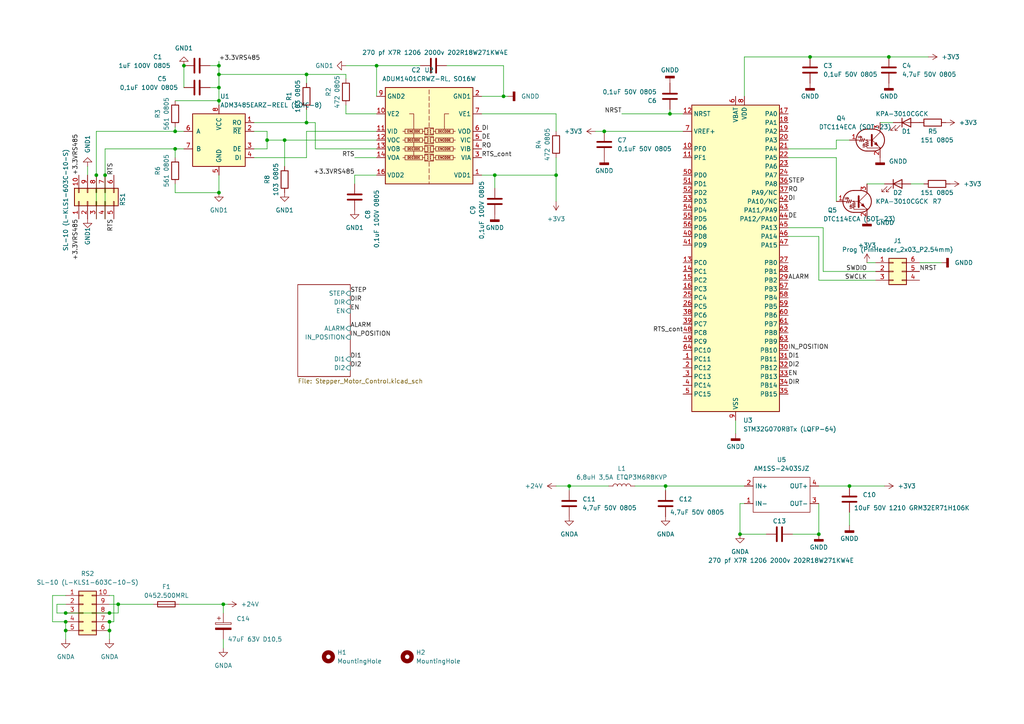
<source format=kicad_sch>
(kicad_sch (version 20230121) (generator eeschema)

  (uuid 7f8f7dc9-8c50-44ed-985c-35a6d8c67be0)

  (paper "A4")

  (lib_symbols
    (symbol "Connector_Generic:Conn_02x03_Counter_Clockwise" (pin_names (offset 1.016) hide) (in_bom yes) (on_board yes)
      (property "Reference" "J" (at 1.27 5.08 0)
        (effects (font (size 1.27 1.27)))
      )
      (property "Value" "Conn_02x03_Counter_Clockwise" (at 1.27 -5.08 0)
        (effects (font (size 1.27 1.27)))
      )
      (property "Footprint" "" (at 0 0 0)
        (effects (font (size 1.27 1.27)) hide)
      )
      (property "Datasheet" "~" (at 0 0 0)
        (effects (font (size 1.27 1.27)) hide)
      )
      (property "ki_keywords" "connector" (at 0 0 0)
        (effects (font (size 1.27 1.27)) hide)
      )
      (property "ki_description" "Generic connector, double row, 02x03, counter clockwise pin numbering scheme (similar to DIP package numbering), script generated (kicad-library-utils/schlib/autogen/connector/)" (at 0 0 0)
        (effects (font (size 1.27 1.27)) hide)
      )
      (property "ki_fp_filters" "Connector*:*_2x??_*" (at 0 0 0)
        (effects (font (size 1.27 1.27)) hide)
      )
      (symbol "Conn_02x03_Counter_Clockwise_1_1"
        (rectangle (start -1.27 -2.413) (end 0 -2.667)
          (stroke (width 0.1524) (type default))
          (fill (type none))
        )
        (rectangle (start -1.27 0.127) (end 0 -0.127)
          (stroke (width 0.1524) (type default))
          (fill (type none))
        )
        (rectangle (start -1.27 2.667) (end 0 2.413)
          (stroke (width 0.1524) (type default))
          (fill (type none))
        )
        (rectangle (start -1.27 3.81) (end 3.81 -3.81)
          (stroke (width 0.254) (type default))
          (fill (type background))
        )
        (rectangle (start 3.81 -2.413) (end 2.54 -2.667)
          (stroke (width 0.1524) (type default))
          (fill (type none))
        )
        (rectangle (start 3.81 0.127) (end 2.54 -0.127)
          (stroke (width 0.1524) (type default))
          (fill (type none))
        )
        (rectangle (start 3.81 2.667) (end 2.54 2.413)
          (stroke (width 0.1524) (type default))
          (fill (type none))
        )
        (pin passive line (at -5.08 2.54 0) (length 3.81)
          (name "Pin_1" (effects (font (size 1.27 1.27))))
          (number "1" (effects (font (size 1.27 1.27))))
        )
        (pin passive line (at -5.08 0 0) (length 3.81)
          (name "Pin_2" (effects (font (size 1.27 1.27))))
          (number "2" (effects (font (size 1.27 1.27))))
        )
        (pin passive line (at -5.08 -2.54 0) (length 3.81)
          (name "Pin_3" (effects (font (size 1.27 1.27))))
          (number "3" (effects (font (size 1.27 1.27))))
        )
        (pin passive line (at 7.62 -2.54 180) (length 3.81)
          (name "Pin_4" (effects (font (size 1.27 1.27))))
          (number "4" (effects (font (size 1.27 1.27))))
        )
        (pin passive line (at 7.62 0 180) (length 3.81)
          (name "Pin_5" (effects (font (size 1.27 1.27))))
          (number "5" (effects (font (size 1.27 1.27))))
        )
        (pin passive line (at 7.62 2.54 180) (length 3.81)
          (name "Pin_6" (effects (font (size 1.27 1.27))))
          (number "6" (effects (font (size 1.27 1.27))))
        )
      )
    )
    (symbol "Connector_Generic:Conn_02x05_Counter_Clockwise" (pin_names (offset 1.016) hide) (in_bom yes) (on_board yes)
      (property "Reference" "J" (at 1.27 7.62 0)
        (effects (font (size 1.27 1.27)))
      )
      (property "Value" "Conn_02x05_Counter_Clockwise" (at 1.27 -7.62 0)
        (effects (font (size 1.27 1.27)))
      )
      (property "Footprint" "" (at 0 0 0)
        (effects (font (size 1.27 1.27)) hide)
      )
      (property "Datasheet" "~" (at 0 0 0)
        (effects (font (size 1.27 1.27)) hide)
      )
      (property "ki_keywords" "connector" (at 0 0 0)
        (effects (font (size 1.27 1.27)) hide)
      )
      (property "ki_description" "Generic connector, double row, 02x05, counter clockwise pin numbering scheme (similar to DIP package numbering), script generated (kicad-library-utils/schlib/autogen/connector/)" (at 0 0 0)
        (effects (font (size 1.27 1.27)) hide)
      )
      (property "ki_fp_filters" "Connector*:*_2x??_*" (at 0 0 0)
        (effects (font (size 1.27 1.27)) hide)
      )
      (symbol "Conn_02x05_Counter_Clockwise_1_1"
        (rectangle (start -1.27 -4.953) (end 0 -5.207)
          (stroke (width 0.1524) (type default))
          (fill (type none))
        )
        (rectangle (start -1.27 -2.413) (end 0 -2.667)
          (stroke (width 0.1524) (type default))
          (fill (type none))
        )
        (rectangle (start -1.27 0.127) (end 0 -0.127)
          (stroke (width 0.1524) (type default))
          (fill (type none))
        )
        (rectangle (start -1.27 2.667) (end 0 2.413)
          (stroke (width 0.1524) (type default))
          (fill (type none))
        )
        (rectangle (start -1.27 5.207) (end 0 4.953)
          (stroke (width 0.1524) (type default))
          (fill (type none))
        )
        (rectangle (start -1.27 6.35) (end 3.81 -6.35)
          (stroke (width 0.254) (type default))
          (fill (type background))
        )
        (rectangle (start 3.81 -4.953) (end 2.54 -5.207)
          (stroke (width 0.1524) (type default))
          (fill (type none))
        )
        (rectangle (start 3.81 -2.413) (end 2.54 -2.667)
          (stroke (width 0.1524) (type default))
          (fill (type none))
        )
        (rectangle (start 3.81 0.127) (end 2.54 -0.127)
          (stroke (width 0.1524) (type default))
          (fill (type none))
        )
        (rectangle (start 3.81 2.667) (end 2.54 2.413)
          (stroke (width 0.1524) (type default))
          (fill (type none))
        )
        (rectangle (start 3.81 5.207) (end 2.54 4.953)
          (stroke (width 0.1524) (type default))
          (fill (type none))
        )
        (pin passive line (at -5.08 5.08 0) (length 3.81)
          (name "Pin_1" (effects (font (size 1.27 1.27))))
          (number "1" (effects (font (size 1.27 1.27))))
        )
        (pin passive line (at 7.62 5.08 180) (length 3.81)
          (name "Pin_10" (effects (font (size 1.27 1.27))))
          (number "10" (effects (font (size 1.27 1.27))))
        )
        (pin passive line (at -5.08 2.54 0) (length 3.81)
          (name "Pin_2" (effects (font (size 1.27 1.27))))
          (number "2" (effects (font (size 1.27 1.27))))
        )
        (pin passive line (at -5.08 0 0) (length 3.81)
          (name "Pin_3" (effects (font (size 1.27 1.27))))
          (number "3" (effects (font (size 1.27 1.27))))
        )
        (pin passive line (at -5.08 -2.54 0) (length 3.81)
          (name "Pin_4" (effects (font (size 1.27 1.27))))
          (number "4" (effects (font (size 1.27 1.27))))
        )
        (pin passive line (at -5.08 -5.08 0) (length 3.81)
          (name "Pin_5" (effects (font (size 1.27 1.27))))
          (number "5" (effects (font (size 1.27 1.27))))
        )
        (pin passive line (at 7.62 -5.08 180) (length 3.81)
          (name "Pin_6" (effects (font (size 1.27 1.27))))
          (number "6" (effects (font (size 1.27 1.27))))
        )
        (pin passive line (at 7.62 -2.54 180) (length 3.81)
          (name "Pin_7" (effects (font (size 1.27 1.27))))
          (number "7" (effects (font (size 1.27 1.27))))
        )
        (pin passive line (at 7.62 0 180) (length 3.81)
          (name "Pin_8" (effects (font (size 1.27 1.27))))
          (number "8" (effects (font (size 1.27 1.27))))
        )
        (pin passive line (at 7.62 2.54 180) (length 3.81)
          (name "Pin_9" (effects (font (size 1.27 1.27))))
          (number "9" (effects (font (size 1.27 1.27))))
        )
      )
    )
    (symbol "Converter_DCDC:AM1SS-" (in_bom yes) (on_board yes)
      (property "Reference" "U" (at -1.27 2.54 0)
        (effects (font (size 1.27 1.27)))
      )
      (property "Value" "AM1SS-" (at 0 0 0)
        (effects (font (size 1.27 1.27)))
      )
      (property "Footprint" "" (at 0 0 0)
        (effects (font (size 1.27 1.27)) hide)
      )
      (property "Datasheet" "" (at 0 0 0)
        (effects (font (size 1.27 1.27)) hide)
      )
      (symbol "AM1SS-_0_1"
        (rectangle (start -6.35 -2.54) (end 10.16 -12.7)
          (stroke (width 0) (type default))
          (fill (type none))
        )
      )
      (symbol "AM1SS-_1_1"
        (pin input line (at -8.89 -5.08 0) (length 2.56)
          (name "IN-" (effects (font (size 1.27 1.27))))
          (number "1" (effects (font (size 1.27 1.27))))
        )
        (pin input line (at -8.89 -10.16 0) (length 2.56)
          (name "IN+" (effects (font (size 1.27 1.27))))
          (number "2" (effects (font (size 1.27 1.27))))
        )
        (pin output line (at 12.7 -5.08 180) (length 2.56)
          (name "OUT-" (effects (font (size 1.27 1.27))))
          (number "3" (effects (font (size 1.27 1.27))))
        )
        (pin output line (at 12.7 -10.16 180) (length 2.56)
          (name "OUT+" (effects (font (size 1.27 1.27))))
          (number "4" (effects (font (size 1.27 1.27))))
        )
      )
    )
    (symbol "Device:C" (pin_numbers hide) (pin_names (offset 0.254)) (in_bom yes) (on_board yes)
      (property "Reference" "C" (at 0.635 2.54 0)
        (effects (font (size 1.27 1.27)) (justify left))
      )
      (property "Value" "C" (at 0.635 -2.54 0)
        (effects (font (size 1.27 1.27)) (justify left))
      )
      (property "Footprint" "" (at 0.9652 -3.81 0)
        (effects (font (size 1.27 1.27)) hide)
      )
      (property "Datasheet" "~" (at 0 0 0)
        (effects (font (size 1.27 1.27)) hide)
      )
      (property "ki_keywords" "cap capacitor" (at 0 0 0)
        (effects (font (size 1.27 1.27)) hide)
      )
      (property "ki_description" "Unpolarized capacitor" (at 0 0 0)
        (effects (font (size 1.27 1.27)) hide)
      )
      (property "ki_fp_filters" "C_*" (at 0 0 0)
        (effects (font (size 1.27 1.27)) hide)
      )
      (symbol "C_0_1"
        (polyline
          (pts
            (xy -2.032 -0.762)
            (xy 2.032 -0.762)
          )
          (stroke (width 0.508) (type default))
          (fill (type none))
        )
        (polyline
          (pts
            (xy -2.032 0.762)
            (xy 2.032 0.762)
          )
          (stroke (width 0.508) (type default))
          (fill (type none))
        )
      )
      (symbol "C_1_1"
        (pin passive line (at 0 3.81 270) (length 2.794)
          (name "~" (effects (font (size 1.27 1.27))))
          (number "1" (effects (font (size 1.27 1.27))))
        )
        (pin passive line (at 0 -3.81 90) (length 2.794)
          (name "~" (effects (font (size 1.27 1.27))))
          (number "2" (effects (font (size 1.27 1.27))))
        )
      )
    )
    (symbol "Device:C_Polarized" (pin_numbers hide) (pin_names (offset 0.254)) (in_bom yes) (on_board yes)
      (property "Reference" "C" (at 0.635 2.54 0)
        (effects (font (size 1.27 1.27)) (justify left))
      )
      (property "Value" "C_Polarized" (at 0.635 -2.54 0)
        (effects (font (size 1.27 1.27)) (justify left))
      )
      (property "Footprint" "" (at 0.9652 -3.81 0)
        (effects (font (size 1.27 1.27)) hide)
      )
      (property "Datasheet" "~" (at 0 0 0)
        (effects (font (size 1.27 1.27)) hide)
      )
      (property "ki_keywords" "cap capacitor" (at 0 0 0)
        (effects (font (size 1.27 1.27)) hide)
      )
      (property "ki_description" "Polarized capacitor" (at 0 0 0)
        (effects (font (size 1.27 1.27)) hide)
      )
      (property "ki_fp_filters" "CP_*" (at 0 0 0)
        (effects (font (size 1.27 1.27)) hide)
      )
      (symbol "C_Polarized_0_1"
        (rectangle (start -2.286 0.508) (end 2.286 1.016)
          (stroke (width 0) (type default))
          (fill (type none))
        )
        (polyline
          (pts
            (xy -1.778 2.286)
            (xy -0.762 2.286)
          )
          (stroke (width 0) (type default))
          (fill (type none))
        )
        (polyline
          (pts
            (xy -1.27 2.794)
            (xy -1.27 1.778)
          )
          (stroke (width 0) (type default))
          (fill (type none))
        )
        (rectangle (start 2.286 -0.508) (end -2.286 -1.016)
          (stroke (width 0) (type default))
          (fill (type outline))
        )
      )
      (symbol "C_Polarized_1_1"
        (pin passive line (at 0 3.81 270) (length 2.794)
          (name "~" (effects (font (size 1.27 1.27))))
          (number "1" (effects (font (size 1.27 1.27))))
        )
        (pin passive line (at 0 -3.81 90) (length 2.794)
          (name "~" (effects (font (size 1.27 1.27))))
          (number "2" (effects (font (size 1.27 1.27))))
        )
      )
    )
    (symbol "Device:Fuse" (pin_numbers hide) (pin_names (offset 0)) (in_bom yes) (on_board yes)
      (property "Reference" "F" (at 2.032 0 90)
        (effects (font (size 1.27 1.27)))
      )
      (property "Value" "Fuse" (at -1.905 0 90)
        (effects (font (size 1.27 1.27)))
      )
      (property "Footprint" "" (at -1.778 0 90)
        (effects (font (size 1.27 1.27)) hide)
      )
      (property "Datasheet" "~" (at 0 0 0)
        (effects (font (size 1.27 1.27)) hide)
      )
      (property "ki_keywords" "fuse" (at 0 0 0)
        (effects (font (size 1.27 1.27)) hide)
      )
      (property "ki_description" "Fuse" (at 0 0 0)
        (effects (font (size 1.27 1.27)) hide)
      )
      (property "ki_fp_filters" "*Fuse*" (at 0 0 0)
        (effects (font (size 1.27 1.27)) hide)
      )
      (symbol "Fuse_0_1"
        (rectangle (start -0.762 -2.54) (end 0.762 2.54)
          (stroke (width 0.254) (type default))
          (fill (type none))
        )
        (polyline
          (pts
            (xy 0 2.54)
            (xy 0 -2.54)
          )
          (stroke (width 0) (type default))
          (fill (type none))
        )
      )
      (symbol "Fuse_1_1"
        (pin passive line (at 0 3.81 270) (length 1.27)
          (name "~" (effects (font (size 1.27 1.27))))
          (number "1" (effects (font (size 1.27 1.27))))
        )
        (pin passive line (at 0 -3.81 90) (length 1.27)
          (name "~" (effects (font (size 1.27 1.27))))
          (number "2" (effects (font (size 1.27 1.27))))
        )
      )
    )
    (symbol "Device:L" (pin_numbers hide) (pin_names (offset 1.016) hide) (in_bom yes) (on_board yes)
      (property "Reference" "L" (at -1.27 0 90)
        (effects (font (size 1.27 1.27)))
      )
      (property "Value" "L" (at 1.905 0 90)
        (effects (font (size 1.27 1.27)))
      )
      (property "Footprint" "" (at 0 0 0)
        (effects (font (size 1.27 1.27)) hide)
      )
      (property "Datasheet" "~" (at 0 0 0)
        (effects (font (size 1.27 1.27)) hide)
      )
      (property "ki_keywords" "inductor choke coil reactor magnetic" (at 0 0 0)
        (effects (font (size 1.27 1.27)) hide)
      )
      (property "ki_description" "Inductor" (at 0 0 0)
        (effects (font (size 1.27 1.27)) hide)
      )
      (property "ki_fp_filters" "Choke_* *Coil* Inductor_* L_*" (at 0 0 0)
        (effects (font (size 1.27 1.27)) hide)
      )
      (symbol "L_0_1"
        (arc (start 0 -2.54) (mid 0.6323 -1.905) (end 0 -1.27)
          (stroke (width 0) (type default))
          (fill (type none))
        )
        (arc (start 0 -1.27) (mid 0.6323 -0.635) (end 0 0)
          (stroke (width 0) (type default))
          (fill (type none))
        )
        (arc (start 0 0) (mid 0.6323 0.635) (end 0 1.27)
          (stroke (width 0) (type default))
          (fill (type none))
        )
        (arc (start 0 1.27) (mid 0.6323 1.905) (end 0 2.54)
          (stroke (width 0) (type default))
          (fill (type none))
        )
      )
      (symbol "L_1_1"
        (pin passive line (at 0 3.81 270) (length 1.27)
          (name "1" (effects (font (size 1.27 1.27))))
          (number "1" (effects (font (size 1.27 1.27))))
        )
        (pin passive line (at 0 -3.81 90) (length 1.27)
          (name "2" (effects (font (size 1.27 1.27))))
          (number "2" (effects (font (size 1.27 1.27))))
        )
      )
    )
    (symbol "Device:LED" (pin_numbers hide) (pin_names (offset 1.016) hide) (in_bom yes) (on_board yes)
      (property "Reference" "D" (at 0 2.54 0)
        (effects (font (size 1.27 1.27)))
      )
      (property "Value" "LED" (at 0 -2.54 0)
        (effects (font (size 1.27 1.27)))
      )
      (property "Footprint" "" (at 0 0 0)
        (effects (font (size 1.27 1.27)) hide)
      )
      (property "Datasheet" "~" (at 0 0 0)
        (effects (font (size 1.27 1.27)) hide)
      )
      (property "ki_keywords" "LED diode" (at 0 0 0)
        (effects (font (size 1.27 1.27)) hide)
      )
      (property "ki_description" "Light emitting diode" (at 0 0 0)
        (effects (font (size 1.27 1.27)) hide)
      )
      (property "ki_fp_filters" "LED* LED_SMD:* LED_THT:*" (at 0 0 0)
        (effects (font (size 1.27 1.27)) hide)
      )
      (symbol "LED_0_1"
        (polyline
          (pts
            (xy -1.27 -1.27)
            (xy -1.27 1.27)
          )
          (stroke (width 0.254) (type default))
          (fill (type none))
        )
        (polyline
          (pts
            (xy -1.27 0)
            (xy 1.27 0)
          )
          (stroke (width 0) (type default))
          (fill (type none))
        )
        (polyline
          (pts
            (xy 1.27 -1.27)
            (xy 1.27 1.27)
            (xy -1.27 0)
            (xy 1.27 -1.27)
          )
          (stroke (width 0.254) (type default))
          (fill (type none))
        )
        (polyline
          (pts
            (xy -3.048 -0.762)
            (xy -4.572 -2.286)
            (xy -3.81 -2.286)
            (xy -4.572 -2.286)
            (xy -4.572 -1.524)
          )
          (stroke (width 0) (type default))
          (fill (type none))
        )
        (polyline
          (pts
            (xy -1.778 -0.762)
            (xy -3.302 -2.286)
            (xy -2.54 -2.286)
            (xy -3.302 -2.286)
            (xy -3.302 -1.524)
          )
          (stroke (width 0) (type default))
          (fill (type none))
        )
      )
      (symbol "LED_1_1"
        (pin passive line (at -3.81 0 0) (length 2.54)
          (name "K" (effects (font (size 1.27 1.27))))
          (number "1" (effects (font (size 1.27 1.27))))
        )
        (pin passive line (at 3.81 0 180) (length 2.54)
          (name "A" (effects (font (size 1.27 1.27))))
          (number "2" (effects (font (size 1.27 1.27))))
        )
      )
    )
    (symbol "Device:R" (pin_numbers hide) (pin_names (offset 0)) (in_bom yes) (on_board yes)
      (property "Reference" "R" (at 2.032 0 90)
        (effects (font (size 1.27 1.27)))
      )
      (property "Value" "R" (at 0 0 90)
        (effects (font (size 1.27 1.27)))
      )
      (property "Footprint" "" (at -1.778 0 90)
        (effects (font (size 1.27 1.27)) hide)
      )
      (property "Datasheet" "~" (at 0 0 0)
        (effects (font (size 1.27 1.27)) hide)
      )
      (property "ki_keywords" "R res resistor" (at 0 0 0)
        (effects (font (size 1.27 1.27)) hide)
      )
      (property "ki_description" "Resistor" (at 0 0 0)
        (effects (font (size 1.27 1.27)) hide)
      )
      (property "ki_fp_filters" "R_*" (at 0 0 0)
        (effects (font (size 1.27 1.27)) hide)
      )
      (symbol "R_0_1"
        (rectangle (start -1.016 -2.54) (end 1.016 2.54)
          (stroke (width 0.254) (type default))
          (fill (type none))
        )
      )
      (symbol "R_1_1"
        (pin passive line (at 0 3.81 270) (length 1.27)
          (name "~" (effects (font (size 1.27 1.27))))
          (number "1" (effects (font (size 1.27 1.27))))
        )
        (pin passive line (at 0 -3.81 90) (length 1.27)
          (name "~" (effects (font (size 1.27 1.27))))
          (number "2" (effects (font (size 1.27 1.27))))
        )
      )
    )
    (symbol "Interface_UART:SP3485CN" (pin_names (offset 1.016)) (in_bom yes) (on_board yes)
      (property "Reference" "U" (at -7.62 8.89 0)
        (effects (font (size 1.27 1.27)) (justify left))
      )
      (property "Value" "SP3485CN" (at 2.54 8.89 0)
        (effects (font (size 1.27 1.27)) (justify left))
      )
      (property "Footprint" "Package_SO:SOIC-8_3.9x4.9mm_P1.27mm" (at 26.67 -8.89 0)
        (effects (font (size 1.27 1.27) italic) hide)
      )
      (property "Datasheet" "http://www.icbase.com/pdf/SPX/SPX00480106.pdf" (at 0 0 0)
        (effects (font (size 1.27 1.27)) hide)
      )
      (property "ki_keywords" "Low Power Half-Duplex RS-485 Transceiver 10Mbps" (at 0 0 0)
        (effects (font (size 1.27 1.27)) hide)
      )
      (property "ki_description" "3.3V Low Power Half-Duplex RS-485 Transceiver 10Mbps, SOIC-8" (at 0 0 0)
        (effects (font (size 1.27 1.27)) hide)
      )
      (property "ki_fp_filters" "SOIC*3.9x4.9mm*P1.27mm*" (at 0 0 0)
        (effects (font (size 1.27 1.27)) hide)
      )
      (symbol "SP3485CN_0_1"
        (rectangle (start -7.62 7.62) (end 7.62 -7.62)
          (stroke (width 0.254) (type default))
          (fill (type background))
        )
      )
      (symbol "SP3485CN_1_1"
        (pin output line (at -10.16 5.08 0) (length 2.54)
          (name "RO" (effects (font (size 1.27 1.27))))
          (number "1" (effects (font (size 1.27 1.27))))
        )
        (pin input line (at -10.16 2.54 0) (length 2.54)
          (name "~{RE}" (effects (font (size 1.27 1.27))))
          (number "2" (effects (font (size 1.27 1.27))))
        )
        (pin input line (at -10.16 -2.54 0) (length 2.54)
          (name "DE" (effects (font (size 1.27 1.27))))
          (number "3" (effects (font (size 1.27 1.27))))
        )
        (pin input line (at -10.16 -5.08 0) (length 2.54)
          (name "DI" (effects (font (size 1.27 1.27))))
          (number "4" (effects (font (size 1.27 1.27))))
        )
        (pin power_in line (at 0 -10.16 90) (length 2.54)
          (name "GND" (effects (font (size 1.27 1.27))))
          (number "5" (effects (font (size 1.27 1.27))))
        )
        (pin bidirectional line (at 10.16 2.54 180) (length 2.54)
          (name "A" (effects (font (size 1.27 1.27))))
          (number "6" (effects (font (size 1.27 1.27))))
        )
        (pin bidirectional line (at 10.16 -2.54 180) (length 2.54)
          (name "B" (effects (font (size 1.27 1.27))))
          (number "7" (effects (font (size 1.27 1.27))))
        )
        (pin power_in line (at 0 10.16 270) (length 2.54)
          (name "VCC" (effects (font (size 1.27 1.27))))
          (number "8" (effects (font (size 1.27 1.27))))
        )
      )
    )
    (symbol "Isolator:ADuM1401xRW" (in_bom yes) (on_board yes)
      (property "Reference" "U" (at 0 19.05 0)
        (effects (font (size 1.27 1.27)))
      )
      (property "Value" "ADuM1401xRW" (at 0 16.51 0)
        (effects (font (size 1.27 1.27)))
      )
      (property "Footprint" "Package_SO:SOIC-16W_7.5x10.3mm_P1.27mm" (at 0 -14.605 0)
        (effects (font (size 1.27 1.27)) hide)
      )
      (property "Datasheet" "https://www.analog.com/media/en/technical-documentation/data-sheets/ADUM1400_1401_1402.pdf" (at -20.32 0 0)
        (effects (font (size 1.27 1.27)) hide)
      )
      (property "ki_keywords" "Digital Isolator" (at 0 0 0)
        (effects (font (size 1.27 1.27)) hide)
      )
      (property "ki_description" "Quad Channel Digital Isolator, 10Mbps, SOIC-16" (at 0 0 0)
        (effects (font (size 1.27 1.27)) hide)
      )
      (property "ki_fp_filters" "SOIC*7.5x10.3mm*P1.27mm*" (at 0 0 0)
        (effects (font (size 1.27 1.27)) hide)
      )
      (symbol "ADuM1401xRW_0_0"
        (rectangle (start -1.905 0.635) (end -6.985 -0.635)
          (stroke (width 0) (type default))
          (fill (type none))
        )
        (rectangle (start -1.27 1.016) (end 1.27 -1.016)
          (stroke (width 0) (type default))
          (fill (type none))
        )
        (rectangle (start -1.27 3.556) (end 1.27 1.524)
          (stroke (width 0) (type default))
          (fill (type none))
        )
        (rectangle (start -1.27 6.096) (end 1.27 4.064)
          (stroke (width 0) (type default))
          (fill (type none))
        )
        (rectangle (start -1.27 8.636) (end 1.27 6.604)
          (stroke (width 0) (type default))
          (fill (type none))
        )
        (arc (start -0.508 -0.762) (mid -0.2551 -0.508) (end -0.508 -0.254)
          (stroke (width 0) (type default))
          (fill (type none))
        )
        (arc (start -0.508 -0.254) (mid -0.2551 0) (end -0.508 0.254)
          (stroke (width 0) (type default))
          (fill (type none))
        )
        (arc (start -0.508 0.254) (mid -0.2551 0.508) (end -0.508 0.762)
          (stroke (width 0) (type default))
          (fill (type none))
        )
        (arc (start -0.508 1.778) (mid -0.2551 2.032) (end -0.508 2.286)
          (stroke (width 0) (type default))
          (fill (type none))
        )
        (arc (start -0.508 2.286) (mid -0.2551 2.54) (end -0.508 2.794)
          (stroke (width 0) (type default))
          (fill (type none))
        )
        (arc (start -0.508 2.794) (mid -0.2551 3.048) (end -0.508 3.302)
          (stroke (width 0) (type default))
          (fill (type none))
        )
        (arc (start -0.508 4.318) (mid -0.2551 4.572) (end -0.508 4.826)
          (stroke (width 0) (type default))
          (fill (type none))
        )
        (arc (start -0.508 4.826) (mid -0.2551 5.08) (end -0.508 5.334)
          (stroke (width 0) (type default))
          (fill (type none))
        )
        (arc (start -0.508 5.334) (mid -0.2551 5.588) (end -0.508 5.842)
          (stroke (width 0) (type default))
          (fill (type none))
        )
        (arc (start -0.508 6.858) (mid -0.2551 7.112) (end -0.508 7.366)
          (stroke (width 0) (type default))
          (fill (type none))
        )
        (arc (start -0.508 7.366) (mid -0.2551 7.62) (end -0.508 7.874)
          (stroke (width 0) (type default))
          (fill (type none))
        )
        (arc (start -0.508 7.874) (mid -0.2551 8.128) (end -0.508 8.382)
          (stroke (width 0) (type default))
          (fill (type none))
        )
        (polyline
          (pts
            (xy -6.985 0)
            (xy -7.62 0)
          )
          (stroke (width 0) (type default))
          (fill (type none))
        )
        (polyline
          (pts
            (xy -6.985 2.54)
            (xy -7.62 2.54)
          )
          (stroke (width 0) (type default))
          (fill (type none))
        )
        (polyline
          (pts
            (xy -6.985 5.08)
            (xy -7.62 5.08)
          )
          (stroke (width 0) (type default))
          (fill (type none))
        )
        (polyline
          (pts
            (xy -6.985 7.62)
            (xy -7.62 7.62)
          )
          (stroke (width 0) (type default))
          (fill (type none))
        )
        (polyline
          (pts
            (xy -4.445 -1.27)
            (xy -4.445 -0.635)
          )
          (stroke (width 0) (type default))
          (fill (type none))
        )
        (polyline
          (pts
            (xy -1.905 0)
            (xy -1.27 0)
          )
          (stroke (width 0) (type default))
          (fill (type none))
        )
        (polyline
          (pts
            (xy -1.905 2.54)
            (xy -1.27 2.54)
          )
          (stroke (width 0) (type default))
          (fill (type none))
        )
        (polyline
          (pts
            (xy -1.905 5.08)
            (xy -1.27 5.08)
          )
          (stroke (width 0) (type default))
          (fill (type none))
        )
        (polyline
          (pts
            (xy -1.905 7.62)
            (xy -1.27 7.62)
          )
          (stroke (width 0) (type default))
          (fill (type none))
        )
        (polyline
          (pts
            (xy -1.27 -0.762)
            (xy -0.508 -0.762)
          )
          (stroke (width 0) (type default))
          (fill (type none))
        )
        (polyline
          (pts
            (xy -1.27 0.762)
            (xy -0.508 0.762)
          )
          (stroke (width 0) (type default))
          (fill (type none))
        )
        (polyline
          (pts
            (xy -1.27 1.778)
            (xy -0.508 1.778)
          )
          (stroke (width 0) (type default))
          (fill (type none))
        )
        (polyline
          (pts
            (xy -1.27 3.302)
            (xy -0.508 3.302)
          )
          (stroke (width 0) (type default))
          (fill (type none))
        )
        (polyline
          (pts
            (xy -1.27 4.318)
            (xy -0.508 4.318)
          )
          (stroke (width 0) (type default))
          (fill (type none))
        )
        (polyline
          (pts
            (xy -1.27 5.842)
            (xy -0.508 5.842)
          )
          (stroke (width 0) (type default))
          (fill (type none))
        )
        (polyline
          (pts
            (xy -1.27 6.858)
            (xy -0.508 6.858)
          )
          (stroke (width 0) (type default))
          (fill (type none))
        )
        (polyline
          (pts
            (xy -1.27 8.382)
            (xy -0.508 8.382)
          )
          (stroke (width 0) (type default))
          (fill (type none))
        )
        (polyline
          (pts
            (xy 0 -10.795)
            (xy 0 -12.065)
          )
          (stroke (width 0) (type default))
          (fill (type none))
        )
        (polyline
          (pts
            (xy 0 -8.89)
            (xy 0 -10.16)
          )
          (stroke (width 0) (type default))
          (fill (type none))
        )
        (polyline
          (pts
            (xy 0 -6.985)
            (xy 0 -8.255)
          )
          (stroke (width 0) (type default))
          (fill (type none))
        )
        (polyline
          (pts
            (xy 0 -5.08)
            (xy 0 -6.35)
          )
          (stroke (width 0) (type default))
          (fill (type none))
        )
        (polyline
          (pts
            (xy 0 -3.175)
            (xy 0 -4.445)
          )
          (stroke (width 0) (type default))
          (fill (type none))
        )
        (polyline
          (pts
            (xy 0 -1.27)
            (xy 0 -2.54)
          )
          (stroke (width 0) (type default))
          (fill (type none))
        )
        (polyline
          (pts
            (xy 0 8.89)
            (xy 0 10.16)
          )
          (stroke (width 0) (type default))
          (fill (type none))
        )
        (polyline
          (pts
            (xy 0 10.795)
            (xy 0 12.065)
          )
          (stroke (width 0) (type default))
          (fill (type none))
        )
        (polyline
          (pts
            (xy 0 12.7)
            (xy 0 13.97)
          )
          (stroke (width 0) (type default))
          (fill (type none))
        )
        (polyline
          (pts
            (xy 0 15.24)
            (xy 0 14.605)
          )
          (stroke (width 0) (type default))
          (fill (type none))
        )
        (polyline
          (pts
            (xy 1.27 -0.762)
            (xy 0.508 -0.762)
          )
          (stroke (width 0) (type default))
          (fill (type none))
        )
        (polyline
          (pts
            (xy 1.27 0.762)
            (xy 0.508 0.762)
          )
          (stroke (width 0) (type default))
          (fill (type none))
        )
        (polyline
          (pts
            (xy 1.27 1.778)
            (xy 0.508 1.778)
          )
          (stroke (width 0) (type default))
          (fill (type none))
        )
        (polyline
          (pts
            (xy 1.27 3.302)
            (xy 0.508 3.302)
          )
          (stroke (width 0) (type default))
          (fill (type none))
        )
        (polyline
          (pts
            (xy 1.27 4.318)
            (xy 0.508 4.318)
          )
          (stroke (width 0) (type default))
          (fill (type none))
        )
        (polyline
          (pts
            (xy 1.27 5.842)
            (xy 0.508 5.842)
          )
          (stroke (width 0) (type default))
          (fill (type none))
        )
        (polyline
          (pts
            (xy 1.27 6.858)
            (xy 0.508 6.858)
          )
          (stroke (width 0) (type default))
          (fill (type none))
        )
        (polyline
          (pts
            (xy 1.27 8.382)
            (xy 0.508 8.382)
          )
          (stroke (width 0) (type default))
          (fill (type none))
        )
        (polyline
          (pts
            (xy 1.905 0)
            (xy 1.27 0)
          )
          (stroke (width 0) (type default))
          (fill (type none))
        )
        (polyline
          (pts
            (xy 1.905 2.54)
            (xy 1.27 2.54)
          )
          (stroke (width 0) (type default))
          (fill (type none))
        )
        (polyline
          (pts
            (xy 1.905 5.08)
            (xy 1.27 5.08)
          )
          (stroke (width 0) (type default))
          (fill (type none))
        )
        (polyline
          (pts
            (xy 1.905 7.62)
            (xy 1.27 7.62)
          )
          (stroke (width 0) (type default))
          (fill (type none))
        )
        (polyline
          (pts
            (xy 4.445 0.635)
            (xy 4.445 1.905)
          )
          (stroke (width 0) (type default))
          (fill (type none))
        )
        (polyline
          (pts
            (xy 4.445 3.175)
            (xy 4.445 4.445)
          )
          (stroke (width 0) (type default))
          (fill (type none))
        )
        (polyline
          (pts
            (xy 4.445 5.715)
            (xy 4.445 6.985)
          )
          (stroke (width 0) (type default))
          (fill (type none))
        )
        (polyline
          (pts
            (xy 6.985 0)
            (xy 7.62 0)
          )
          (stroke (width 0) (type default))
          (fill (type none))
        )
        (polyline
          (pts
            (xy 6.985 2.54)
            (xy 7.62 2.54)
          )
          (stroke (width 0) (type default))
          (fill (type none))
        )
        (polyline
          (pts
            (xy 6.985 5.08)
            (xy 7.62 5.08)
          )
          (stroke (width 0) (type default))
          (fill (type none))
        )
        (polyline
          (pts
            (xy 6.985 7.62)
            (xy 7.62 7.62)
          )
          (stroke (width 0) (type default))
          (fill (type none))
        )
        (polyline
          (pts
            (xy -4.445 -1.27)
            (xy -4.445 -5.08)
            (xy -5.715 -5.08)
          )
          (stroke (width 0) (type default))
          (fill (type none))
        )
        (polyline
          (pts
            (xy 5.715 -5.08)
            (xy 4.445 -5.08)
            (xy 4.445 -0.635)
          )
          (stroke (width 0) (type default))
          (fill (type none))
        )
        (arc (start 0.508 -0.254) (mid 0.2551 -0.508) (end 0.508 -0.762)
          (stroke (width 0) (type default))
          (fill (type none))
        )
        (arc (start 0.508 0.254) (mid 0.2551 0) (end 0.508 -0.254)
          (stroke (width 0) (type default))
          (fill (type none))
        )
        (arc (start 0.508 0.762) (mid 0.2551 0.508) (end 0.508 0.254)
          (stroke (width 0) (type default))
          (fill (type none))
        )
        (arc (start 0.508 2.286) (mid 0.2551 2.032) (end 0.508 1.778)
          (stroke (width 0) (type default))
          (fill (type none))
        )
        (arc (start 0.508 2.794) (mid 0.2551 2.54) (end 0.508 2.286)
          (stroke (width 0) (type default))
          (fill (type none))
        )
        (arc (start 0.508 3.302) (mid 0.2551 3.048) (end 0.508 2.794)
          (stroke (width 0) (type default))
          (fill (type none))
        )
        (arc (start 0.508 4.826) (mid 0.2551 4.572) (end 0.508 4.318)
          (stroke (width 0) (type default))
          (fill (type none))
        )
        (arc (start 0.508 5.334) (mid 0.2551 5.08) (end 0.508 4.826)
          (stroke (width 0) (type default))
          (fill (type none))
        )
        (arc (start 0.508 5.842) (mid 0.2551 5.588) (end 0.508 5.334)
          (stroke (width 0) (type default))
          (fill (type none))
        )
        (arc (start 0.508 7.366) (mid 0.2551 7.112) (end 0.508 6.858)
          (stroke (width 0) (type default))
          (fill (type none))
        )
        (arc (start 0.508 7.874) (mid 0.2551 7.62) (end 0.508 7.366)
          (stroke (width 0) (type default))
          (fill (type none))
        )
        (arc (start 0.508 8.382) (mid 0.2551 8.128) (end 0.508 7.874)
          (stroke (width 0) (type default))
          (fill (type none))
        )
        (rectangle (start 1.905 0.635) (end 6.985 -0.635)
          (stroke (width 0) (type default))
          (fill (type none))
        )
        (rectangle (start 1.905 3.175) (end 6.985 1.905)
          (stroke (width 0) (type default))
          (fill (type none))
        )
        (rectangle (start 1.905 5.715) (end 6.985 4.445)
          (stroke (width 0) (type default))
          (fill (type none))
        )
        (rectangle (start 1.905 8.255) (end 6.985 6.985)
          (stroke (width 0) (type default))
          (fill (type none))
        )
        (text "DECODE" (at -4.445 0 0)
          (effects (font (size 0.635 0.635)))
        )
        (text "DECODE" (at 4.445 2.54 0)
          (effects (font (size 0.635 0.635)))
        )
        (text "DECODE" (at 4.445 5.08 0)
          (effects (font (size 0.635 0.635)))
        )
        (text "DECODE" (at 4.445 7.62 0)
          (effects (font (size 0.635 0.635)))
        )
        (text "ENCODE" (at -4.445 2.54 0)
          (effects (font (size 0.635 0.635)))
        )
        (text "ENCODE" (at -4.445 5.08 0)
          (effects (font (size 0.635 0.635)))
        )
        (text "ENCODE" (at -4.445 7.62 0)
          (effects (font (size 0.635 0.635)))
        )
        (text "ENCODE" (at 4.445 0 0)
          (effects (font (size 0.635 0.635)))
        )
      )
      (symbol "ADuM1401xRW_0_1"
        (rectangle (start -12.7 15.24) (end 12.7 -12.7)
          (stroke (width 0.254) (type default))
          (fill (type background))
        )
        (rectangle (start -1.905 3.175) (end -6.985 1.905)
          (stroke (width 0) (type default))
          (fill (type none))
        )
        (rectangle (start -1.905 5.715) (end -6.985 4.445)
          (stroke (width 0) (type default))
          (fill (type none))
        )
        (rectangle (start -1.905 8.255) (end -6.985 6.985)
          (stroke (width 0) (type default))
          (fill (type none))
        )
      )
      (symbol "ADuM1401xRW_1_1"
        (pin power_in line (at -15.24 12.7 0) (length 2.54)
          (name "VDD1" (effects (font (size 1.27 1.27))))
          (number "1" (effects (font (size 1.27 1.27))))
        )
        (pin input line (at 15.24 -5.08 180) (length 2.54)
          (name "VE2" (effects (font (size 1.27 1.27))))
          (number "10" (effects (font (size 1.27 1.27))))
        )
        (pin input line (at 15.24 0 180) (length 2.54)
          (name "VID" (effects (font (size 1.27 1.27))))
          (number "11" (effects (font (size 1.27 1.27))))
        )
        (pin output line (at 15.24 2.54 180) (length 2.54)
          (name "VOC" (effects (font (size 1.27 1.27))))
          (number "12" (effects (font (size 1.27 1.27))))
        )
        (pin output line (at 15.24 5.08 180) (length 2.54)
          (name "VOB" (effects (font (size 1.27 1.27))))
          (number "13" (effects (font (size 1.27 1.27))))
        )
        (pin output line (at 15.24 7.62 180) (length 2.54)
          (name "VOA" (effects (font (size 1.27 1.27))))
          (number "14" (effects (font (size 1.27 1.27))))
        )
        (pin passive line (at 15.24 -10.16 180) (length 2.54) hide
          (name "GND2" (effects (font (size 1.27 1.27))))
          (number "15" (effects (font (size 1.27 1.27))))
        )
        (pin power_in line (at 15.24 12.7 180) (length 2.54)
          (name "VDD2" (effects (font (size 1.27 1.27))))
          (number "16" (effects (font (size 1.27 1.27))))
        )
        (pin power_in line (at -15.24 -10.16 0) (length 2.54)
          (name "GND1" (effects (font (size 1.27 1.27))))
          (number "2" (effects (font (size 1.27 1.27))))
        )
        (pin input line (at -15.24 7.62 0) (length 2.54)
          (name "VIA" (effects (font (size 1.27 1.27))))
          (number "3" (effects (font (size 1.27 1.27))))
        )
        (pin input line (at -15.24 5.08 0) (length 2.54)
          (name "VIB" (effects (font (size 1.27 1.27))))
          (number "4" (effects (font (size 1.27 1.27))))
        )
        (pin input line (at -15.24 2.54 0) (length 2.54)
          (name "VIC" (effects (font (size 1.27 1.27))))
          (number "5" (effects (font (size 1.27 1.27))))
        )
        (pin output line (at -15.24 0 0) (length 2.54)
          (name "VOD" (effects (font (size 1.27 1.27))))
          (number "6" (effects (font (size 1.27 1.27))))
        )
        (pin input line (at -15.24 -5.08 0) (length 2.54)
          (name "VE1" (effects (font (size 1.27 1.27))))
          (number "7" (effects (font (size 1.27 1.27))))
        )
        (pin passive line (at -15.24 -10.16 0) (length 2.54) hide
          (name "GND1" (effects (font (size 1.27 1.27))))
          (number "8" (effects (font (size 1.27 1.27))))
        )
        (pin power_in line (at 15.24 -10.16 180) (length 2.54)
          (name "GND2" (effects (font (size 1.27 1.27))))
          (number "9" (effects (font (size 1.27 1.27))))
        )
      )
    )
    (symbol "MCU_ST_STM32G0:STM32G070RBTx" (in_bom yes) (on_board yes)
      (property "Reference" "U" (at -12.7 46.99 0)
        (effects (font (size 1.27 1.27)) (justify left))
      )
      (property "Value" "STM32G070RBTx" (at 5.08 46.99 0)
        (effects (font (size 1.27 1.27)) (justify left))
      )
      (property "Footprint" "Package_QFP:LQFP-64_10x10mm_P0.5mm" (at -12.7 -43.18 0)
        (effects (font (size 1.27 1.27)) (justify right) hide)
      )
      (property "Datasheet" "https://www.st.com/resource/en/datasheet/stm32g070rb.pdf" (at 0 0 0)
        (effects (font (size 1.27 1.27)) hide)
      )
      (property "ki_locked" "" (at 0 0 0)
        (effects (font (size 1.27 1.27)))
      )
      (property "ki_keywords" "Arm Cortex-M0+ STM32G0 STM32G0x0 Value line" (at 0 0 0)
        (effects (font (size 1.27 1.27)) hide)
      )
      (property "ki_description" "STMicroelectronics Arm Cortex-M0+ MCU, 128KB flash, 36KB RAM, 64 MHz, 2.0-3.6V, 59 GPIO, LQFP64" (at 0 0 0)
        (effects (font (size 1.27 1.27)) hide)
      )
      (property "ki_fp_filters" "LQFP*10x10mm*P0.5mm*" (at 0 0 0)
        (effects (font (size 1.27 1.27)) hide)
      )
      (symbol "STM32G070RBTx_0_1"
        (rectangle (start -12.7 -43.18) (end 12.7 45.72)
          (stroke (width 0.254) (type default))
          (fill (type background))
        )
      )
      (symbol "STM32G070RBTx_1_1"
        (pin bidirectional line (at -15.24 -27.94 0) (length 2.54)
          (name "PC11" (effects (font (size 1.27 1.27))))
          (number "1" (effects (font (size 1.27 1.27))))
          (alternate "ADC1_EXTI11" bidirectional line)
          (alternate "TIM1_CH4" bidirectional line)
          (alternate "USART3_RX" bidirectional line)
          (alternate "USART4_RX" bidirectional line)
        )
        (pin bidirectional line (at -15.24 33.02 0) (length 2.54)
          (name "PF0" (effects (font (size 1.27 1.27))))
          (number "10" (effects (font (size 1.27 1.27))))
          (alternate "RCC_OSC_IN" bidirectional line)
          (alternate "TIM14_CH1" bidirectional line)
        )
        (pin bidirectional line (at -15.24 30.48 0) (length 2.54)
          (name "PF1" (effects (font (size 1.27 1.27))))
          (number "11" (effects (font (size 1.27 1.27))))
          (alternate "RCC_OSC_EN" bidirectional line)
          (alternate "RCC_OSC_OUT" bidirectional line)
          (alternate "TIM15_CH1N" bidirectional line)
        )
        (pin input line (at -15.24 43.18 0) (length 2.54)
          (name "NRST" (effects (font (size 1.27 1.27))))
          (number "12" (effects (font (size 1.27 1.27))))
        )
        (pin bidirectional line (at -15.24 0 0) (length 2.54)
          (name "PC0" (effects (font (size 1.27 1.27))))
          (number "13" (effects (font (size 1.27 1.27))))
        )
        (pin bidirectional line (at -15.24 -2.54 0) (length 2.54)
          (name "PC1" (effects (font (size 1.27 1.27))))
          (number "14" (effects (font (size 1.27 1.27))))
          (alternate "TIM15_CH1" bidirectional line)
        )
        (pin bidirectional line (at -15.24 -5.08 0) (length 2.54)
          (name "PC2" (effects (font (size 1.27 1.27))))
          (number "15" (effects (font (size 1.27 1.27))))
          (alternate "SPI2_MISO" bidirectional line)
          (alternate "TIM15_CH2" bidirectional line)
        )
        (pin bidirectional line (at -15.24 -7.62 0) (length 2.54)
          (name "PC3" (effects (font (size 1.27 1.27))))
          (number "16" (effects (font (size 1.27 1.27))))
          (alternate "SPI2_MOSI" bidirectional line)
        )
        (pin bidirectional line (at 15.24 43.18 180) (length 2.54)
          (name "PA0" (effects (font (size 1.27 1.27))))
          (number "17" (effects (font (size 1.27 1.27))))
          (alternate "ADC1_IN0" bidirectional line)
          (alternate "RTC_TAMP_IN2" bidirectional line)
          (alternate "SPI2_SCK" bidirectional line)
          (alternate "SYS_WKUP1" bidirectional line)
          (alternate "USART2_CTS" bidirectional line)
          (alternate "USART2_NSS" bidirectional line)
          (alternate "USART4_TX" bidirectional line)
        )
        (pin bidirectional line (at 15.24 40.64 180) (length 2.54)
          (name "PA1" (effects (font (size 1.27 1.27))))
          (number "18" (effects (font (size 1.27 1.27))))
          (alternate "ADC1_IN1" bidirectional line)
          (alternate "I2C1_SMBA" bidirectional line)
          (alternate "I2S1_CK" bidirectional line)
          (alternate "SPI1_SCK" bidirectional line)
          (alternate "TIM15_CH1N" bidirectional line)
          (alternate "USART2_CK" bidirectional line)
          (alternate "USART2_DE" bidirectional line)
          (alternate "USART2_RTS" bidirectional line)
          (alternate "USART4_RX" bidirectional line)
        )
        (pin bidirectional line (at 15.24 38.1 180) (length 2.54)
          (name "PA2" (effects (font (size 1.27 1.27))))
          (number "19" (effects (font (size 1.27 1.27))))
          (alternate "ADC1_IN2" bidirectional line)
          (alternate "I2S1_SD" bidirectional line)
          (alternate "RCC_LSCO" bidirectional line)
          (alternate "SPI1_MOSI" bidirectional line)
          (alternate "SYS_WKUP4" bidirectional line)
          (alternate "TIM15_CH1" bidirectional line)
          (alternate "USART2_TX" bidirectional line)
        )
        (pin bidirectional line (at -15.24 -30.48 0) (length 2.54)
          (name "PC12" (effects (font (size 1.27 1.27))))
          (number "2" (effects (font (size 1.27 1.27))))
          (alternate "TIM14_CH1" bidirectional line)
        )
        (pin bidirectional line (at 15.24 35.56 180) (length 2.54)
          (name "PA3" (effects (font (size 1.27 1.27))))
          (number "20" (effects (font (size 1.27 1.27))))
          (alternate "ADC1_IN3" bidirectional line)
          (alternate "SPI2_MISO" bidirectional line)
          (alternate "TIM15_CH2" bidirectional line)
          (alternate "USART2_RX" bidirectional line)
        )
        (pin bidirectional line (at 15.24 33.02 180) (length 2.54)
          (name "PA4" (effects (font (size 1.27 1.27))))
          (number "21" (effects (font (size 1.27 1.27))))
          (alternate "ADC1_IN4" bidirectional line)
          (alternate "I2S1_WS" bidirectional line)
          (alternate "RTC_OUT_ALARM" bidirectional line)
          (alternate "RTC_OUT_CALIB" bidirectional line)
          (alternate "SPI1_NSS" bidirectional line)
          (alternate "SPI2_MOSI" bidirectional line)
          (alternate "TIM14_CH1" bidirectional line)
        )
        (pin bidirectional line (at 15.24 30.48 180) (length 2.54)
          (name "PA5" (effects (font (size 1.27 1.27))))
          (number "22" (effects (font (size 1.27 1.27))))
          (alternate "ADC1_IN5" bidirectional line)
          (alternate "I2S1_CK" bidirectional line)
          (alternate "SPI1_SCK" bidirectional line)
          (alternate "USART3_TX" bidirectional line)
        )
        (pin bidirectional line (at 15.24 27.94 180) (length 2.54)
          (name "PA6" (effects (font (size 1.27 1.27))))
          (number "23" (effects (font (size 1.27 1.27))))
          (alternate "ADC1_IN6" bidirectional line)
          (alternate "I2S1_MCK" bidirectional line)
          (alternate "SPI1_MISO" bidirectional line)
          (alternate "TIM16_CH1" bidirectional line)
          (alternate "TIM1_BK" bidirectional line)
          (alternate "TIM3_CH1" bidirectional line)
          (alternate "USART3_CTS" bidirectional line)
          (alternate "USART3_NSS" bidirectional line)
        )
        (pin bidirectional line (at 15.24 25.4 180) (length 2.54)
          (name "PA7" (effects (font (size 1.27 1.27))))
          (number "24" (effects (font (size 1.27 1.27))))
          (alternate "ADC1_IN7" bidirectional line)
          (alternate "I2S1_SD" bidirectional line)
          (alternate "SPI1_MOSI" bidirectional line)
          (alternate "TIM14_CH1" bidirectional line)
          (alternate "TIM17_CH1" bidirectional line)
          (alternate "TIM1_CH1N" bidirectional line)
          (alternate "TIM3_CH2" bidirectional line)
        )
        (pin bidirectional line (at -15.24 -10.16 0) (length 2.54)
          (name "PC4" (effects (font (size 1.27 1.27))))
          (number "25" (effects (font (size 1.27 1.27))))
          (alternate "ADC1_IN17" bidirectional line)
          (alternate "USART1_TX" bidirectional line)
          (alternate "USART3_TX" bidirectional line)
        )
        (pin bidirectional line (at -15.24 -12.7 0) (length 2.54)
          (name "PC5" (effects (font (size 1.27 1.27))))
          (number "26" (effects (font (size 1.27 1.27))))
          (alternate "ADC1_IN18" bidirectional line)
          (alternate "SYS_WKUP5" bidirectional line)
          (alternate "USART1_RX" bidirectional line)
          (alternate "USART3_RX" bidirectional line)
        )
        (pin bidirectional line (at 15.24 0 180) (length 2.54)
          (name "PB0" (effects (font (size 1.27 1.27))))
          (number "27" (effects (font (size 1.27 1.27))))
          (alternate "ADC1_IN8" bidirectional line)
          (alternate "I2S1_WS" bidirectional line)
          (alternate "SPI1_NSS" bidirectional line)
          (alternate "TIM1_CH2N" bidirectional line)
          (alternate "TIM3_CH3" bidirectional line)
          (alternate "USART3_RX" bidirectional line)
        )
        (pin bidirectional line (at 15.24 -2.54 180) (length 2.54)
          (name "PB1" (effects (font (size 1.27 1.27))))
          (number "28" (effects (font (size 1.27 1.27))))
          (alternate "ADC1_IN9" bidirectional line)
          (alternate "TIM14_CH1" bidirectional line)
          (alternate "TIM1_CH3N" bidirectional line)
          (alternate "TIM3_CH4" bidirectional line)
          (alternate "USART3_CK" bidirectional line)
          (alternate "USART3_DE" bidirectional line)
          (alternate "USART3_RTS" bidirectional line)
        )
        (pin bidirectional line (at 15.24 -5.08 180) (length 2.54)
          (name "PB2" (effects (font (size 1.27 1.27))))
          (number "29" (effects (font (size 1.27 1.27))))
          (alternate "ADC1_IN10" bidirectional line)
          (alternate "SPI2_MISO" bidirectional line)
          (alternate "USART3_TX" bidirectional line)
        )
        (pin bidirectional line (at -15.24 -33.02 0) (length 2.54)
          (name "PC13" (effects (font (size 1.27 1.27))))
          (number "3" (effects (font (size 1.27 1.27))))
          (alternate "RTC_OUT_ALARM" bidirectional line)
          (alternate "RTC_OUT_CALIB" bidirectional line)
          (alternate "RTC_TAMP_IN1" bidirectional line)
          (alternate "RTC_TS" bidirectional line)
          (alternate "SYS_WKUP2" bidirectional line)
          (alternate "TIM1_BK" bidirectional line)
        )
        (pin bidirectional line (at 15.24 -25.4 180) (length 2.54)
          (name "PB10" (effects (font (size 1.27 1.27))))
          (number "30" (effects (font (size 1.27 1.27))))
          (alternate "ADC1_IN11" bidirectional line)
          (alternate "I2C2_SCL" bidirectional line)
          (alternate "SPI2_SCK" bidirectional line)
          (alternate "USART3_TX" bidirectional line)
        )
        (pin bidirectional line (at 15.24 -27.94 180) (length 2.54)
          (name "PB11" (effects (font (size 1.27 1.27))))
          (number "31" (effects (font (size 1.27 1.27))))
          (alternate "ADC1_EXTI11" bidirectional line)
          (alternate "ADC1_IN15" bidirectional line)
          (alternate "I2C2_SDA" bidirectional line)
          (alternate "SPI2_MOSI" bidirectional line)
          (alternate "USART3_RX" bidirectional line)
        )
        (pin bidirectional line (at 15.24 -30.48 180) (length 2.54)
          (name "PB12" (effects (font (size 1.27 1.27))))
          (number "32" (effects (font (size 1.27 1.27))))
          (alternate "ADC1_IN16" bidirectional line)
          (alternate "SPI2_NSS" bidirectional line)
          (alternate "TIM15_BK" bidirectional line)
          (alternate "TIM1_BK" bidirectional line)
        )
        (pin bidirectional line (at 15.24 -33.02 180) (length 2.54)
          (name "PB13" (effects (font (size 1.27 1.27))))
          (number "33" (effects (font (size 1.27 1.27))))
          (alternate "I2C2_SCL" bidirectional line)
          (alternate "SPI2_SCK" bidirectional line)
          (alternate "TIM15_CH1N" bidirectional line)
          (alternate "TIM1_CH1N" bidirectional line)
          (alternate "USART3_CTS" bidirectional line)
          (alternate "USART3_NSS" bidirectional line)
        )
        (pin bidirectional line (at 15.24 -35.56 180) (length 2.54)
          (name "PB14" (effects (font (size 1.27 1.27))))
          (number "34" (effects (font (size 1.27 1.27))))
          (alternate "I2C2_SDA" bidirectional line)
          (alternate "SPI2_MISO" bidirectional line)
          (alternate "TIM15_CH1" bidirectional line)
          (alternate "TIM1_CH2N" bidirectional line)
          (alternate "USART3_CK" bidirectional line)
          (alternate "USART3_DE" bidirectional line)
          (alternate "USART3_RTS" bidirectional line)
        )
        (pin bidirectional line (at 15.24 -38.1 180) (length 2.54)
          (name "PB15" (effects (font (size 1.27 1.27))))
          (number "35" (effects (font (size 1.27 1.27))))
          (alternate "RTC_REFIN" bidirectional line)
          (alternate "SPI2_MOSI" bidirectional line)
          (alternate "TIM15_CH1N" bidirectional line)
          (alternate "TIM15_CH2" bidirectional line)
          (alternate "TIM1_CH3N" bidirectional line)
        )
        (pin bidirectional line (at 15.24 22.86 180) (length 2.54)
          (name "PA8" (effects (font (size 1.27 1.27))))
          (number "36" (effects (font (size 1.27 1.27))))
          (alternate "RCC_MCO" bidirectional line)
          (alternate "SPI2_NSS" bidirectional line)
          (alternate "TIM1_CH1" bidirectional line)
        )
        (pin bidirectional line (at 15.24 20.32 180) (length 2.54)
          (name "PA9/NC" (effects (font (size 1.27 1.27))))
          (number "37" (effects (font (size 1.27 1.27))))
          (alternate "I2C1_SCL" bidirectional line)
          (alternate "RCC_MCO" bidirectional line)
          (alternate "SPI2_MISO" bidirectional line)
          (alternate "TIM15_BK" bidirectional line)
          (alternate "TIM1_CH2" bidirectional line)
          (alternate "USART1_TX" bidirectional line)
        )
        (pin bidirectional line (at -15.24 -15.24 0) (length 2.54)
          (name "PC6" (effects (font (size 1.27 1.27))))
          (number "38" (effects (font (size 1.27 1.27))))
          (alternate "TIM3_CH1" bidirectional line)
        )
        (pin bidirectional line (at -15.24 -17.78 0) (length 2.54)
          (name "PC7" (effects (font (size 1.27 1.27))))
          (number "39" (effects (font (size 1.27 1.27))))
          (alternate "TIM3_CH2" bidirectional line)
        )
        (pin bidirectional line (at -15.24 -35.56 0) (length 2.54)
          (name "PC14" (effects (font (size 1.27 1.27))))
          (number "4" (effects (font (size 1.27 1.27))))
          (alternate "RCC_OSC32_IN" bidirectional line)
          (alternate "TIM1_BK2" bidirectional line)
        )
        (pin bidirectional line (at -15.24 7.62 0) (length 2.54)
          (name "PD8" (effects (font (size 1.27 1.27))))
          (number "40" (effects (font (size 1.27 1.27))))
          (alternate "I2S1_CK" bidirectional line)
          (alternate "SPI1_SCK" bidirectional line)
          (alternate "USART3_TX" bidirectional line)
        )
        (pin bidirectional line (at -15.24 5.08 0) (length 2.54)
          (name "PD9" (effects (font (size 1.27 1.27))))
          (number "41" (effects (font (size 1.27 1.27))))
          (alternate "I2S1_WS" bidirectional line)
          (alternate "SPI1_NSS" bidirectional line)
          (alternate "TIM1_BK2" bidirectional line)
          (alternate "USART3_RX" bidirectional line)
        )
        (pin bidirectional line (at 15.24 17.78 180) (length 2.54)
          (name "PA10/NC" (effects (font (size 1.27 1.27))))
          (number "42" (effects (font (size 1.27 1.27))))
          (alternate "I2C1_SDA" bidirectional line)
          (alternate "SPI2_MOSI" bidirectional line)
          (alternate "TIM17_BK" bidirectional line)
          (alternate "TIM1_CH3" bidirectional line)
          (alternate "USART1_RX" bidirectional line)
        )
        (pin bidirectional line (at 15.24 15.24 180) (length 2.54)
          (name "PA11/PA9" (effects (font (size 1.27 1.27))))
          (number "43" (effects (font (size 1.27 1.27))))
          (alternate "ADC1_EXTI11" bidirectional line)
          (alternate "I2C2_SCL" bidirectional line)
          (alternate "I2S1_MCK" bidirectional line)
          (alternate "SPI1_MISO" bidirectional line)
          (alternate "TIM1_BK2" bidirectional line)
          (alternate "TIM1_CH4" bidirectional line)
          (alternate "USART1_CTS" bidirectional line)
          (alternate "USART1_NSS" bidirectional line)
        )
        (pin bidirectional line (at 15.24 12.7 180) (length 2.54)
          (name "PA12/PA10" (effects (font (size 1.27 1.27))))
          (number "44" (effects (font (size 1.27 1.27))))
          (alternate "I2C2_SDA" bidirectional line)
          (alternate "I2S1_SD" bidirectional line)
          (alternate "I2S_CKIN" bidirectional line)
          (alternate "SPI1_MOSI" bidirectional line)
          (alternate "TIM1_ETR" bidirectional line)
          (alternate "USART1_CK" bidirectional line)
          (alternate "USART1_DE" bidirectional line)
          (alternate "USART1_RTS" bidirectional line)
        )
        (pin bidirectional line (at 15.24 10.16 180) (length 2.54)
          (name "PA13" (effects (font (size 1.27 1.27))))
          (number "45" (effects (font (size 1.27 1.27))))
          (alternate "IR_OUT" bidirectional line)
          (alternate "SYS_SWDIO" bidirectional line)
        )
        (pin bidirectional line (at 15.24 7.62 180) (length 2.54)
          (name "PA14" (effects (font (size 1.27 1.27))))
          (number "46" (effects (font (size 1.27 1.27))))
          (alternate "SYS_SWCLK" bidirectional line)
          (alternate "USART2_TX" bidirectional line)
        )
        (pin bidirectional line (at 15.24 5.08 180) (length 2.54)
          (name "PA15" (effects (font (size 1.27 1.27))))
          (number "47" (effects (font (size 1.27 1.27))))
          (alternate "I2S1_WS" bidirectional line)
          (alternate "SPI1_NSS" bidirectional line)
          (alternate "USART2_RX" bidirectional line)
          (alternate "USART3_CK" bidirectional line)
          (alternate "USART3_DE" bidirectional line)
          (alternate "USART3_RTS" bidirectional line)
          (alternate "USART4_CK" bidirectional line)
          (alternate "USART4_DE" bidirectional line)
          (alternate "USART4_RTS" bidirectional line)
        )
        (pin bidirectional line (at -15.24 -20.32 0) (length 2.54)
          (name "PC8" (effects (font (size 1.27 1.27))))
          (number "48" (effects (font (size 1.27 1.27))))
          (alternate "TIM1_CH1" bidirectional line)
          (alternate "TIM3_CH3" bidirectional line)
        )
        (pin bidirectional line (at -15.24 -22.86 0) (length 2.54)
          (name "PC9" (effects (font (size 1.27 1.27))))
          (number "49" (effects (font (size 1.27 1.27))))
          (alternate "I2S_CKIN" bidirectional line)
          (alternate "TIM1_CH2" bidirectional line)
          (alternate "TIM3_CH4" bidirectional line)
        )
        (pin bidirectional line (at -15.24 -38.1 0) (length 2.54)
          (name "PC15" (effects (font (size 1.27 1.27))))
          (number "5" (effects (font (size 1.27 1.27))))
          (alternate "RCC_OSC32_EN" bidirectional line)
          (alternate "RCC_OSC32_OUT" bidirectional line)
          (alternate "RCC_OSC_EN" bidirectional line)
          (alternate "TIM15_BK" bidirectional line)
        )
        (pin bidirectional line (at -15.24 25.4 0) (length 2.54)
          (name "PD0" (effects (font (size 1.27 1.27))))
          (number "50" (effects (font (size 1.27 1.27))))
          (alternate "SPI2_NSS" bidirectional line)
          (alternate "TIM16_CH1" bidirectional line)
        )
        (pin bidirectional line (at -15.24 22.86 0) (length 2.54)
          (name "PD1" (effects (font (size 1.27 1.27))))
          (number "51" (effects (font (size 1.27 1.27))))
          (alternate "SPI2_SCK" bidirectional line)
          (alternate "TIM17_CH1" bidirectional line)
        )
        (pin bidirectional line (at -15.24 20.32 0) (length 2.54)
          (name "PD2" (effects (font (size 1.27 1.27))))
          (number "52" (effects (font (size 1.27 1.27))))
          (alternate "TIM1_CH1N" bidirectional line)
          (alternate "TIM3_ETR" bidirectional line)
          (alternate "USART3_CK" bidirectional line)
          (alternate "USART3_DE" bidirectional line)
          (alternate "USART3_RTS" bidirectional line)
        )
        (pin bidirectional line (at -15.24 17.78 0) (length 2.54)
          (name "PD3" (effects (font (size 1.27 1.27))))
          (number "53" (effects (font (size 1.27 1.27))))
          (alternate "SPI2_MISO" bidirectional line)
          (alternate "TIM1_CH2N" bidirectional line)
          (alternate "USART2_CTS" bidirectional line)
          (alternate "USART2_NSS" bidirectional line)
        )
        (pin bidirectional line (at -15.24 15.24 0) (length 2.54)
          (name "PD4" (effects (font (size 1.27 1.27))))
          (number "54" (effects (font (size 1.27 1.27))))
          (alternate "SPI2_MOSI" bidirectional line)
          (alternate "TIM1_CH3N" bidirectional line)
          (alternate "USART2_CK" bidirectional line)
          (alternate "USART2_DE" bidirectional line)
          (alternate "USART2_RTS" bidirectional line)
        )
        (pin bidirectional line (at -15.24 12.7 0) (length 2.54)
          (name "PD5" (effects (font (size 1.27 1.27))))
          (number "55" (effects (font (size 1.27 1.27))))
          (alternate "I2S1_MCK" bidirectional line)
          (alternate "SPI1_MISO" bidirectional line)
          (alternate "TIM1_BK" bidirectional line)
          (alternate "USART2_TX" bidirectional line)
        )
        (pin bidirectional line (at -15.24 10.16 0) (length 2.54)
          (name "PD6" (effects (font (size 1.27 1.27))))
          (number "56" (effects (font (size 1.27 1.27))))
          (alternate "I2S1_SD" bidirectional line)
          (alternate "SPI1_MOSI" bidirectional line)
          (alternate "USART2_RX" bidirectional line)
        )
        (pin bidirectional line (at 15.24 -7.62 180) (length 2.54)
          (name "PB3" (effects (font (size 1.27 1.27))))
          (number "57" (effects (font (size 1.27 1.27))))
          (alternate "I2S1_CK" bidirectional line)
          (alternate "SPI1_SCK" bidirectional line)
          (alternate "TIM1_CH2" bidirectional line)
          (alternate "USART1_CK" bidirectional line)
          (alternate "USART1_DE" bidirectional line)
          (alternate "USART1_RTS" bidirectional line)
        )
        (pin bidirectional line (at 15.24 -10.16 180) (length 2.54)
          (name "PB4" (effects (font (size 1.27 1.27))))
          (number "58" (effects (font (size 1.27 1.27))))
          (alternate "I2S1_MCK" bidirectional line)
          (alternate "SPI1_MISO" bidirectional line)
          (alternate "TIM17_BK" bidirectional line)
          (alternate "TIM3_CH1" bidirectional line)
          (alternate "USART1_CTS" bidirectional line)
          (alternate "USART1_NSS" bidirectional line)
        )
        (pin bidirectional line (at 15.24 -12.7 180) (length 2.54)
          (name "PB5" (effects (font (size 1.27 1.27))))
          (number "59" (effects (font (size 1.27 1.27))))
          (alternate "I2C1_SMBA" bidirectional line)
          (alternate "I2S1_SD" bidirectional line)
          (alternate "SPI1_MOSI" bidirectional line)
          (alternate "SYS_WKUP6" bidirectional line)
          (alternate "TIM16_BK" bidirectional line)
          (alternate "TIM3_CH2" bidirectional line)
        )
        (pin power_in line (at 0 48.26 270) (length 2.54)
          (name "VBAT" (effects (font (size 1.27 1.27))))
          (number "6" (effects (font (size 1.27 1.27))))
        )
        (pin bidirectional line (at 15.24 -15.24 180) (length 2.54)
          (name "PB6" (effects (font (size 1.27 1.27))))
          (number "60" (effects (font (size 1.27 1.27))))
          (alternate "I2C1_SCL" bidirectional line)
          (alternate "SPI2_MISO" bidirectional line)
          (alternate "TIM16_CH1N" bidirectional line)
          (alternate "TIM1_CH3" bidirectional line)
          (alternate "USART1_TX" bidirectional line)
        )
        (pin bidirectional line (at 15.24 -17.78 180) (length 2.54)
          (name "PB7" (effects (font (size 1.27 1.27))))
          (number "61" (effects (font (size 1.27 1.27))))
          (alternate "I2C1_SDA" bidirectional line)
          (alternate "SPI2_MOSI" bidirectional line)
          (alternate "TIM17_CH1N" bidirectional line)
          (alternate "USART1_RX" bidirectional line)
          (alternate "USART4_CTS" bidirectional line)
          (alternate "USART4_NSS" bidirectional line)
        )
        (pin bidirectional line (at 15.24 -20.32 180) (length 2.54)
          (name "PB8" (effects (font (size 1.27 1.27))))
          (number "62" (effects (font (size 1.27 1.27))))
          (alternate "I2C1_SCL" bidirectional line)
          (alternate "SPI2_SCK" bidirectional line)
          (alternate "TIM15_BK" bidirectional line)
          (alternate "TIM16_CH1" bidirectional line)
          (alternate "USART3_TX" bidirectional line)
        )
        (pin bidirectional line (at 15.24 -22.86 180) (length 2.54)
          (name "PB9" (effects (font (size 1.27 1.27))))
          (number "63" (effects (font (size 1.27 1.27))))
          (alternate "I2C1_SDA" bidirectional line)
          (alternate "IR_OUT" bidirectional line)
          (alternate "SPI2_NSS" bidirectional line)
          (alternate "TIM17_CH1" bidirectional line)
          (alternate "USART3_RX" bidirectional line)
        )
        (pin bidirectional line (at -15.24 -25.4 0) (length 2.54)
          (name "PC10" (effects (font (size 1.27 1.27))))
          (number "64" (effects (font (size 1.27 1.27))))
          (alternate "TIM1_CH3" bidirectional line)
          (alternate "USART3_TX" bidirectional line)
          (alternate "USART4_TX" bidirectional line)
        )
        (pin input line (at -15.24 38.1 0) (length 2.54)
          (name "VREF+" (effects (font (size 1.27 1.27))))
          (number "7" (effects (font (size 1.27 1.27))))
        )
        (pin power_in line (at 2.54 48.26 270) (length 2.54)
          (name "VDD" (effects (font (size 1.27 1.27))))
          (number "8" (effects (font (size 1.27 1.27))))
        )
        (pin power_in line (at 0 -45.72 90) (length 2.54)
          (name "VSS" (effects (font (size 1.27 1.27))))
          (number "9" (effects (font (size 1.27 1.27))))
        )
      )
    )
    (symbol "Mechanical:MountingHole" (pin_names (offset 1.016)) (in_bom yes) (on_board yes)
      (property "Reference" "H" (at 0 5.08 0)
        (effects (font (size 1.27 1.27)))
      )
      (property "Value" "MountingHole" (at 0 3.175 0)
        (effects (font (size 1.27 1.27)))
      )
      (property "Footprint" "" (at 0 0 0)
        (effects (font (size 1.27 1.27)) hide)
      )
      (property "Datasheet" "~" (at 0 0 0)
        (effects (font (size 1.27 1.27)) hide)
      )
      (property "ki_keywords" "mounting hole" (at 0 0 0)
        (effects (font (size 1.27 1.27)) hide)
      )
      (property "ki_description" "Mounting Hole without connection" (at 0 0 0)
        (effects (font (size 1.27 1.27)) hide)
      )
      (property "ki_fp_filters" "MountingHole*" (at 0 0 0)
        (effects (font (size 1.27 1.27)) hide)
      )
      (symbol "MountingHole_0_1"
        (circle (center 0 0) (radius 1.27)
          (stroke (width 1.27) (type default))
          (fill (type none))
        )
      )
    )
    (symbol "PCM_4ms_Power-symbol:GNDA" (power) (pin_numbers hide) (pin_names (offset 0) hide) (in_bom yes) (on_board yes)
      (property "Reference" "#PWR" (at 0 -6.35 0)
        (effects (font (size 1.27 1.27)) hide)
      )
      (property "Value" "GNDA" (at 0 -3.81 0)
        (effects (font (size 1.27 1.27)))
      )
      (property "Footprint" "" (at 0 0 0)
        (effects (font (size 1.27 1.27)) hide)
      )
      (property "Datasheet" "" (at 0 0 0)
        (effects (font (size 1.27 1.27)) hide)
      )
      (property "ki_keywords" "Power Flag Symbol" (at 0 0 0)
        (effects (font (size 1.27 1.27)) hide)
      )
      (property "ki_description" "(analog) ground power-flag symbol" (at 0 0 0)
        (effects (font (size 1.27 1.27)) hide)
      )
      (symbol "GNDA_0_1"
        (polyline
          (pts
            (xy 0 0)
            (xy 0 -1.27)
            (xy 1.27 -1.27)
            (xy 0 -2.54)
            (xy -1.27 -1.27)
            (xy 0 -1.27)
          )
          (stroke (width 0) (type default))
          (fill (type none))
        )
      )
      (symbol "GNDA_1_1"
        (pin power_in line (at 0 0 270) (length 0) hide
          (name "GNDA" (effects (font (size 1.27 1.27))))
          (number "1" (effects (font (size 1.27 1.27))))
        )
      )
    )
    (symbol "Transistor_BJT:DTC114E" (pin_names (offset 0) hide) (in_bom yes) (on_board yes)
      (property "Reference" "Q" (at 5.08 1.905 0)
        (effects (font (size 1.27 1.27)) (justify left))
      )
      (property "Value" "DTC114E" (at 5.08 0 0)
        (effects (font (size 1.27 1.27)) (justify left))
      )
      (property "Footprint" "" (at 0 0 0)
        (effects (font (size 1.27 1.27)) (justify left) hide)
      )
      (property "Datasheet" "" (at 0 0 0)
        (effects (font (size 1.27 1.27)) (justify left) hide)
      )
      (property "ki_keywords" "ROHM Digital NPN Transistor" (at 0 0 0)
        (effects (font (size 1.27 1.27)) hide)
      )
      (property "ki_description" "Digital NPN Transistor, 10k/10k, SOT-23" (at 0 0 0)
        (effects (font (size 1.27 1.27)) hide)
      )
      (property "ki_fp_filters" "SOT?23* SC?59*" (at 0 0 0)
        (effects (font (size 1.27 1.27)) hide)
      )
      (symbol "DTC114E_0_0"
        (text "10k" (at -3.302 0.889 0)
          (effects (font (size 0.508 0.508)))
        )
        (text "10k" (at -2.159 -1.524 900)
          (effects (font (size 0.508 0.508)))
        )
      )
      (symbol "DTC114E_0_1"
        (circle (center -1.27 0) (radius 0.127)
          (stroke (width 0) (type default))
          (fill (type none))
        )
        (arc (start -1.27 3.175) (mid -4.4312 0) (end -1.27 -3.175)
          (stroke (width 0.254) (type default))
          (fill (type none))
        )
        (polyline
          (pts
            (xy -3.429 0)
            (xy -3.81 0)
          )
          (stroke (width 0) (type default))
          (fill (type none))
        )
        (polyline
          (pts
            (xy -1.27 -3.175)
            (xy 0.635 -3.175)
          )
          (stroke (width 0.254) (type default))
          (fill (type none))
        )
        (polyline
          (pts
            (xy -1.27 3.175)
            (xy 0.635 3.175)
          )
          (stroke (width 0.254) (type default))
          (fill (type none))
        )
        (polyline
          (pts
            (xy 0 -0.254)
            (xy 2.54 2.286)
          )
          (stroke (width 0) (type default))
          (fill (type none))
        )
        (polyline
          (pts
            (xy 0.127 1.524)
            (xy 0.127 -1.651)
          )
          (stroke (width 0.508) (type default))
          (fill (type outline))
        )
        (polyline
          (pts
            (xy 2.54 2.286)
            (xy 2.54 2.54)
          )
          (stroke (width 0) (type default))
          (fill (type none))
        )
        (polyline
          (pts
            (xy 2.54 -2.286)
            (xy 0 0.254)
            (xy 0 0.254)
          )
          (stroke (width 0) (type default))
          (fill (type none))
        )
        (polyline
          (pts
            (xy 0.889 -1.143)
            (xy 1.397 -0.635)
            (xy 1.905 -1.651)
            (xy 0.889 -1.143)
          )
          (stroke (width 0) (type default))
          (fill (type outline))
        )
        (polyline
          (pts
            (xy 0 0)
            (xy -1.905 0)
            (xy -2.032 0.508)
            (xy -2.286 -0.508)
            (xy -2.54 0.508)
            (xy -2.794 -0.508)
            (xy -3.048 0.508)
            (xy -3.302 -0.508)
            (xy -3.429 0)
          )
          (stroke (width 0) (type default))
          (fill (type none))
        )
        (polyline
          (pts
            (xy -1.27 0)
            (xy -1.27 -0.381)
            (xy -0.762 -0.508)
            (xy -1.778 -0.762)
            (xy -0.762 -1.016)
            (xy -1.778 -1.27)
            (xy -0.762 -1.524)
            (xy -1.778 -1.778)
            (xy -1.27 -1.905)
            (xy -1.27 -2.286)
            (xy 2.54 -2.286)
          )
          (stroke (width 0) (type default))
          (fill (type none))
        )
        (arc (start 0.635 -3.175) (mid 3.7962 0) (end 0.635 3.175)
          (stroke (width 0.254) (type default))
          (fill (type none))
        )
        (circle (center 2.54 -2.286) (radius 0.127)
          (stroke (width 0) (type default))
          (fill (type none))
        )
      )
      (symbol "DTC114E_1_1"
        (pin input line (at -6.35 0 0) (length 2.54)
          (name "B" (effects (font (size 1.27 1.27))))
          (number "1" (effects (font (size 1.27 1.27))))
        )
        (pin passive line (at 2.54 -5.08 90) (length 2.54)
          (name "E" (effects (font (size 1.27 1.27))))
          (number "2" (effects (font (size 1.27 1.27))))
        )
        (pin passive line (at 2.54 5.08 270) (length 2.54)
          (name "C" (effects (font (size 1.27 1.27))))
          (number "3" (effects (font (size 1.27 1.27))))
        )
      )
    )
    (symbol "power:+24V" (power) (pin_numbers hide) (pin_names (offset 0) hide) (in_bom yes) (on_board yes)
      (property "Reference" "#PWR" (at 0 -3.81 0)
        (effects (font (size 1.27 1.27)) hide)
      )
      (property "Value" "+24V" (at 0 3.556 0)
        (effects (font (size 1.27 1.27)))
      )
      (property "Footprint" "" (at 0 0 0)
        (effects (font (size 1.27 1.27)) hide)
      )
      (property "Datasheet" "" (at 0 0 0)
        (effects (font (size 1.27 1.27)) hide)
      )
      (property "ki_keywords" "global power" (at 0 0 0)
        (effects (font (size 1.27 1.27)) hide)
      )
      (property "ki_description" "Power symbol creates a global label with name \"+24V\"" (at 0 0 0)
        (effects (font (size 1.27 1.27)) hide)
      )
      (symbol "+24V_0_1"
        (polyline
          (pts
            (xy -0.762 1.27)
            (xy 0 2.54)
          )
          (stroke (width 0) (type default))
          (fill (type none))
        )
        (polyline
          (pts
            (xy 0 0)
            (xy 0 2.54)
          )
          (stroke (width 0) (type default))
          (fill (type none))
        )
        (polyline
          (pts
            (xy 0 2.54)
            (xy 0.762 1.27)
          )
          (stroke (width 0) (type default))
          (fill (type none))
        )
      )
      (symbol "+24V_1_1"
        (pin power_in line (at 0 0 90) (length 0) hide
          (name "+24V" (effects (font (size 1.27 1.27))))
          (number "1" (effects (font (size 1.27 1.27))))
        )
      )
    )
    (symbol "power:+3V3" (power) (pin_numbers hide) (pin_names (offset 0) hide) (in_bom yes) (on_board yes)
      (property "Reference" "#PWR" (at 0 -3.81 0)
        (effects (font (size 1.27 1.27)) hide)
      )
      (property "Value" "+3V3" (at 0 3.556 0)
        (effects (font (size 1.27 1.27)))
      )
      (property "Footprint" "" (at 0 0 0)
        (effects (font (size 1.27 1.27)) hide)
      )
      (property "Datasheet" "" (at 0 0 0)
        (effects (font (size 1.27 1.27)) hide)
      )
      (property "ki_keywords" "global power" (at 0 0 0)
        (effects (font (size 1.27 1.27)) hide)
      )
      (property "ki_description" "Power symbol creates a global label with name \"+3V3\"" (at 0 0 0)
        (effects (font (size 1.27 1.27)) hide)
      )
      (symbol "+3V3_0_1"
        (polyline
          (pts
            (xy -0.762 1.27)
            (xy 0 2.54)
          )
          (stroke (width 0) (type default))
          (fill (type none))
        )
        (polyline
          (pts
            (xy 0 0)
            (xy 0 2.54)
          )
          (stroke (width 0) (type default))
          (fill (type none))
        )
        (polyline
          (pts
            (xy 0 2.54)
            (xy 0.762 1.27)
          )
          (stroke (width 0) (type default))
          (fill (type none))
        )
      )
      (symbol "+3V3_1_1"
        (pin power_in line (at 0 0 90) (length 0) hide
          (name "+3V3" (effects (font (size 1.27 1.27))))
          (number "1" (effects (font (size 1.27 1.27))))
        )
      )
    )
    (symbol "power:GND1" (power) (pin_numbers hide) (pin_names (offset 0) hide) (in_bom yes) (on_board yes)
      (property "Reference" "#PWR" (at 0 -6.35 0)
        (effects (font (size 1.27 1.27)) hide)
      )
      (property "Value" "GND1" (at 0 -3.81 0)
        (effects (font (size 1.27 1.27)))
      )
      (property "Footprint" "" (at 0 0 0)
        (effects (font (size 1.27 1.27)) hide)
      )
      (property "Datasheet" "" (at 0 0 0)
        (effects (font (size 1.27 1.27)) hide)
      )
      (property "ki_keywords" "global power" (at 0 0 0)
        (effects (font (size 1.27 1.27)) hide)
      )
      (property "ki_description" "Power symbol creates a global label with name \"GND1\" , ground" (at 0 0 0)
        (effects (font (size 1.27 1.27)) hide)
      )
      (symbol "GND1_0_1"
        (polyline
          (pts
            (xy 0 0)
            (xy 0 -1.27)
            (xy 1.27 -1.27)
            (xy 0 -2.54)
            (xy -1.27 -1.27)
            (xy 0 -1.27)
          )
          (stroke (width 0) (type default))
          (fill (type none))
        )
      )
      (symbol "GND1_1_1"
        (pin power_in line (at 0 0 270) (length 0) hide
          (name "GND1" (effects (font (size 1.27 1.27))))
          (number "1" (effects (font (size 1.27 1.27))))
        )
      )
    )
    (symbol "power:GNDD" (power) (pin_numbers hide) (pin_names (offset 0) hide) (in_bom yes) (on_board yes)
      (property "Reference" "#PWR" (at 0 -6.35 0)
        (effects (font (size 1.27 1.27)) hide)
      )
      (property "Value" "GNDD" (at 0 -3.175 0)
        (effects (font (size 1.27 1.27)))
      )
      (property "Footprint" "" (at 0 0 0)
        (effects (font (size 1.27 1.27)) hide)
      )
      (property "Datasheet" "" (at 0 0 0)
        (effects (font (size 1.27 1.27)) hide)
      )
      (property "ki_keywords" "global power" (at 0 0 0)
        (effects (font (size 1.27 1.27)) hide)
      )
      (property "ki_description" "Power symbol creates a global label with name \"GNDD\" , digital ground" (at 0 0 0)
        (effects (font (size 1.27 1.27)) hide)
      )
      (symbol "GNDD_0_1"
        (rectangle (start -1.27 -1.524) (end 1.27 -2.032)
          (stroke (width 0.254) (type default))
          (fill (type outline))
        )
        (polyline
          (pts
            (xy 0 0)
            (xy 0 -1.524)
          )
          (stroke (width 0) (type default))
          (fill (type none))
        )
      )
      (symbol "GNDD_1_1"
        (pin power_in line (at 0 0 270) (length 0) hide
          (name "GNDD" (effects (font (size 1.27 1.27))))
          (number "1" (effects (font (size 1.27 1.27))))
        )
      )
    )
  )

  (junction (at 19.05 182.88) (diameter 0) (color 0 0 0 0)
    (uuid 01a4682b-b744-4e05-bcb0-601685732561)
  )
  (junction (at 234.95 16.51) (diameter 0) (color 0 0 0 0)
    (uuid 03bd1394-4973-402b-a3a7-c1017061a495)
  )
  (junction (at 27.94 50.8) (diameter 0) (color 0 0 0 0)
    (uuid 04e23d89-4ede-4ae0-aaa6-ef1c13e6882d)
  )
  (junction (at 257.81 16.51) (diameter 0) (color 0 0 0 0)
    (uuid 09226943-5c2b-4347-956b-3573d1778429)
  )
  (junction (at 31.75 177.8) (diameter 0) (color 0 0 0 0)
    (uuid 11756a54-1c1e-4f9a-adbe-e2c01864d506)
  )
  (junction (at 193.04 140.97) (diameter 0) (color 0 0 0 0)
    (uuid 144819d7-d8b6-4a8a-a4ac-7485bdf25c75)
  )
  (junction (at 19.05 177.8) (diameter 0) (color 0 0 0 0)
    (uuid 14999bbe-15bc-4d34-8e0a-ab04865d17f3)
  )
  (junction (at 63.5 19.05) (diameter 0) (color 0 0 0 0)
    (uuid 18040082-8707-4cb5-8178-753d5954ddaa)
  )
  (junction (at 237.49 154.94) (diameter 0) (color 0 0 0 0)
    (uuid 24a1bbeb-4c88-4623-9b4b-b083ed121274)
  )
  (junction (at 175.26 38.1) (diameter 0) (color 0 0 0 0)
    (uuid 273e0b6b-6293-4f96-b553-4c69b1f24b3d)
  )
  (junction (at 161.29 50.8) (diameter 0) (color 0 0 0 0)
    (uuid 2cad0272-0332-4795-b9d6-dc826571c51b)
  )
  (junction (at 146.05 27.94) (diameter 0) (color 0 0 0 0)
    (uuid 31f62c4a-af66-4e3a-8492-5c0f135705b3)
  )
  (junction (at 165.1 140.97) (diameter 0) (color 0 0 0 0)
    (uuid 4324ee81-9974-458d-b38e-73ae683b5b22)
  )
  (junction (at 63.5 25.4) (diameter 0) (color 0 0 0 0)
    (uuid 471227ee-3380-429c-a004-80b094ea3eed)
  )
  (junction (at 50.8 38.1) (diameter 0) (color 0 0 0 0)
    (uuid 4aff04ce-8c63-4367-b0bd-a8fdc23f7124)
  )
  (junction (at 31.75 180.34) (diameter 0) (color 0 0 0 0)
    (uuid 56c2955b-9cd0-4241-b24e-569533c1c80f)
  )
  (junction (at 88.9 35.56) (diameter 0) (color 0 0 0 0)
    (uuid 5918cba7-c243-407c-8781-e92726835226)
  )
  (junction (at 64.77 175.26) (diameter 0) (color 0 0 0 0)
    (uuid 5df03b4e-93f2-4c09-a82d-462ee768bd56)
  )
  (junction (at 214.63 154.94) (diameter 0) (color 0 0 0 0)
    (uuid 7167a90e-7185-4806-b8b7-b4f523b43ff5)
  )
  (junction (at 63.5 55.88) (diameter 0) (color 0 0 0 0)
    (uuid 753456b4-2e00-443c-afce-cfd0fcb54628)
  )
  (junction (at 19.05 180.34) (diameter 0) (color 0 0 0 0)
    (uuid 756c250c-c575-4ab1-9482-9a8021743f57)
  )
  (junction (at 109.22 19.05) (diameter 0) (color 0 0 0 0)
    (uuid 80cedc82-2c82-4467-af26-07c96b2136ae)
  )
  (junction (at 31.75 182.88) (diameter 0) (color 0 0 0 0)
    (uuid 8538fdf7-ad23-4831-b380-102c869e42d1)
  )
  (junction (at 30.48 50.8) (diameter 0) (color 0 0 0 0)
    (uuid 8f7ae4bb-d360-4b7d-8b15-769d3236177a)
  )
  (junction (at 82.55 40.64) (diameter 0) (color 0 0 0 0)
    (uuid a5188e79-c19f-4861-8024-5078d3f9801d)
  )
  (junction (at 34.29 175.26) (diameter 0) (color 0 0 0 0)
    (uuid b70a8fc9-74a5-432e-9006-6fd4b38ecb9d)
  )
  (junction (at 63.5 29.21) (diameter 0) (color 0 0 0 0)
    (uuid b936b85b-9f89-4a94-a146-f0d5d8d4280b)
  )
  (junction (at 63.5 21.59) (diameter 0) (color 0 0 0 0)
    (uuid b9c1393e-2ea7-43ff-adaa-b0cade6f8fd2)
  )
  (junction (at 53.34 19.05) (diameter 0) (color 0 0 0 0)
    (uuid bf91fa43-d427-42d0-882e-815846cb72f2)
  )
  (junction (at 50.8 43.18) (diameter 0) (color 0 0 0 0)
    (uuid c4f9b77f-4b79-42db-b6ab-d61c2b4b7bfa)
  )
  (junction (at 246.38 140.97) (diameter 0) (color 0 0 0 0)
    (uuid d8b7ff1a-5262-45e2-a459-7f86c5a49b1c)
  )
  (junction (at 88.9 21.59) (diameter 0) (color 0 0 0 0)
    (uuid e25973e1-9cef-406d-a13a-adb5ca4b0223)
  )
  (junction (at 194.31 33.02) (diameter 0) (color 0 0 0 0)
    (uuid efecbae5-54cb-4c7c-9d2f-17641258365c)
  )
  (junction (at 77.47 40.64) (diameter 0) (color 0 0 0 0)
    (uuid fbb53922-2d72-4320-9612-874828f0f4a9)
  )
  (junction (at 143.51 50.8) (diameter 0) (color 0 0 0 0)
    (uuid ff8eb212-4377-4793-93a7-cbff18374864)
  )

  (wire (pts (xy 237.49 146.05) (xy 237.49 154.94))
    (stroke (width 0) (type default))
    (uuid 0052475e-53f2-48d7-af37-d1c24034bcb9)
  )
  (wire (pts (xy 82.55 40.64) (xy 109.22 40.64))
    (stroke (width 0) (type default))
    (uuid 020b05c6-8686-4262-b05c-eed79d3e5144)
  )
  (wire (pts (xy 213.36 121.92) (xy 213.36 125.73))
    (stroke (width 0) (type default))
    (uuid 024fea6a-3b54-4926-a91e-40fbb97f286a)
  )
  (wire (pts (xy 31.75 180.34) (xy 31.75 182.88))
    (stroke (width 0) (type default))
    (uuid 02c56b41-e3c3-4a66-b09a-3bd8626b026e)
  )
  (wire (pts (xy 60.96 19.05) (xy 63.5 19.05))
    (stroke (width 0) (type default))
    (uuid 05772861-e6ff-4500-90e2-18361b3de49c)
  )
  (wire (pts (xy 161.29 140.97) (xy 165.1 140.97))
    (stroke (width 0) (type default))
    (uuid 0821a426-391e-4514-9eba-bf6b8d96f7a0)
  )
  (wire (pts (xy 214.63 146.05) (xy 214.63 154.94))
    (stroke (width 0) (type default))
    (uuid 0f534965-238c-47a0-8345-7b6562672cb2)
  )
  (wire (pts (xy 102.87 50.8) (xy 102.87 53.34))
    (stroke (width 0) (type default))
    (uuid 11d2079c-3c59-4eb1-9c15-b822a34d198e)
  )
  (wire (pts (xy 27.94 38.1) (xy 50.8 38.1))
    (stroke (width 0) (type default))
    (uuid 11ed371a-4967-4218-894a-1a5d28b47114)
  )
  (wire (pts (xy 242.57 43.18) (xy 228.6 43.18))
    (stroke (width 0) (type default))
    (uuid 124f8846-6f51-428e-8ae3-28e145cdceb1)
  )
  (wire (pts (xy 100.33 22.86) (xy 100.33 21.59))
    (stroke (width 0) (type default))
    (uuid 155e82b5-0d80-48df-818d-9f1da78ad0ea)
  )
  (wire (pts (xy 184.15 140.97) (xy 193.04 140.97))
    (stroke (width 0) (type default))
    (uuid 1b17b9c9-359f-4c1d-a5e7-18a91c67c5db)
  )
  (wire (pts (xy 237.49 81.28) (xy 254 81.28))
    (stroke (width 0) (type default))
    (uuid 1dc4515f-96c8-411c-b865-d21a7baa99cd)
  )
  (wire (pts (xy 100.33 33.02) (xy 109.22 33.02))
    (stroke (width 0) (type default))
    (uuid 1f73b913-5aa7-4f6f-ba9c-e57feffdaca1)
  )
  (wire (pts (xy 60.96 25.4) (xy 63.5 25.4))
    (stroke (width 0) (type default))
    (uuid 20fcbb89-d0ac-4df8-b8d7-3d8f56c0b788)
  )
  (wire (pts (xy 238.76 66.04) (xy 228.6 66.04))
    (stroke (width 0) (type default))
    (uuid 2127c86e-9526-41c2-8d7a-9c78ceec7420)
  )
  (wire (pts (xy 19.05 182.88) (xy 19.05 185.42))
    (stroke (width 0) (type default))
    (uuid 275e5997-9a2a-4a67-a3ab-4ef012d05e61)
  )
  (wire (pts (xy 53.34 19.05) (xy 53.34 25.4))
    (stroke (width 0) (type default))
    (uuid 28234591-2a39-42fc-96f4-fb3be4aea654)
  )
  (wire (pts (xy 19.05 180.34) (xy 19.05 182.88))
    (stroke (width 0) (type default))
    (uuid 29ec43fe-22f7-43ec-8ce0-16f556833be4)
  )
  (wire (pts (xy 180.34 33.02) (xy 194.31 33.02))
    (stroke (width 0) (type default))
    (uuid 2b5958af-d5bb-4793-84f4-a0a9016bf30f)
  )
  (wire (pts (xy 63.5 50.8) (xy 63.5 55.88))
    (stroke (width 0) (type default))
    (uuid 2c39e5e2-c15a-4afe-a59c-938fde61c59f)
  )
  (wire (pts (xy 50.8 38.1) (xy 53.34 38.1))
    (stroke (width 0) (type default))
    (uuid 2fd2bdfc-1f66-4b56-bc1d-ac4c7427ecdf)
  )
  (wire (pts (xy 64.77 175.26) (xy 64.77 177.8))
    (stroke (width 0) (type default))
    (uuid 329f5818-35bb-4cce-9052-e9af932d38c2)
  )
  (wire (pts (xy 27.94 38.1) (xy 27.94 50.8))
    (stroke (width 0) (type default))
    (uuid 3488b676-7aec-4d4e-becb-f6d111db6b24)
  )
  (wire (pts (xy 198.12 33.02) (xy 194.31 33.02))
    (stroke (width 0) (type default))
    (uuid 34f31ff4-1e32-44e3-b227-fbcb11f70ff7)
  )
  (wire (pts (xy 50.8 45.72) (xy 50.8 43.18))
    (stroke (width 0) (type default))
    (uuid 38529511-f95b-4424-a71d-f332b88613e2)
  )
  (wire (pts (xy 88.9 31.75) (xy 88.9 35.56))
    (stroke (width 0) (type default))
    (uuid 3920822d-c18f-4d53-9daf-81e883d4f146)
  )
  (wire (pts (xy 16.51 175.26) (xy 16.51 177.8))
    (stroke (width 0) (type default))
    (uuid 3a059f80-c164-455e-a171-52864e477065)
  )
  (wire (pts (xy 102.87 45.72) (xy 109.22 45.72))
    (stroke (width 0) (type default))
    (uuid 3ad4a254-8ba3-480e-bc2d-f26bb8640bae)
  )
  (wire (pts (xy 229.87 154.94) (xy 237.49 154.94))
    (stroke (width 0) (type default))
    (uuid 3dfc3085-11b1-4a24-9b6e-db6501b48932)
  )
  (wire (pts (xy 50.8 36.83) (xy 50.8 38.1))
    (stroke (width 0) (type default))
    (uuid 3e3a057d-53c3-4dab-ba57-cb53302a4f2e)
  )
  (wire (pts (xy 215.9 146.05) (xy 214.63 146.05))
    (stroke (width 0) (type default))
    (uuid 40af9bd3-0013-433e-8c06-2e362d21e33d)
  )
  (wire (pts (xy 64.77 175.26) (xy 66.04 175.26))
    (stroke (width 0) (type default))
    (uuid 40d98030-4c96-4dc8-9f54-88210e9f9e5b)
  )
  (wire (pts (xy 165.1 142.24) (xy 165.1 140.97))
    (stroke (width 0) (type default))
    (uuid 429546a3-12ed-4221-85b4-51b422d5bb00)
  )
  (wire (pts (xy 246.38 140.97) (xy 256.54 140.97))
    (stroke (width 0) (type default))
    (uuid 43f563f8-b836-4c39-b209-c06507f36831)
  )
  (wire (pts (xy 77.47 40.64) (xy 77.47 43.18))
    (stroke (width 0) (type default))
    (uuid 4520ee54-a43d-45ce-afb3-bb00c696bded)
  )
  (wire (pts (xy 63.5 17.78) (xy 63.5 19.05))
    (stroke (width 0) (type default))
    (uuid 475e472b-be7e-47e2-90a2-1ed45b81904e)
  )
  (wire (pts (xy 50.8 55.88) (xy 63.5 55.88))
    (stroke (width 0) (type default))
    (uuid 47833ce0-99f9-4103-b295-7c9b2f27c638)
  )
  (wire (pts (xy 77.47 38.1) (xy 77.47 40.64))
    (stroke (width 0) (type default))
    (uuid 486f99e9-c953-4d58-941b-cb0c4413098e)
  )
  (wire (pts (xy 109.22 19.05) (xy 109.22 27.94))
    (stroke (width 0) (type default))
    (uuid 4b1e02da-6559-4978-8dcb-f8e890ed06d7)
  )
  (wire (pts (xy 88.9 21.59) (xy 100.33 21.59))
    (stroke (width 0) (type default))
    (uuid 4cb934e2-e29f-4342-874c-e4b21d889d7d)
  )
  (wire (pts (xy 88.9 38.1) (xy 109.22 38.1))
    (stroke (width 0) (type default))
    (uuid 4d32b64d-ce39-49b7-a29d-4336a7f29ffb)
  )
  (wire (pts (xy 234.95 16.51) (xy 257.81 16.51))
    (stroke (width 0) (type default))
    (uuid 4e1581f5-4785-4cb1-8ecd-4e7ac6080bd7)
  )
  (wire (pts (xy 194.31 33.02) (xy 194.31 31.75))
    (stroke (width 0) (type default))
    (uuid 4e9ec8af-0b77-46b3-8742-0ca886d91846)
  )
  (wire (pts (xy 129.54 19.05) (xy 146.05 19.05))
    (stroke (width 0) (type default))
    (uuid 5171b75e-af76-46de-bc21-ebdf24f840ea)
  )
  (wire (pts (xy 50.8 43.18) (xy 53.34 43.18))
    (stroke (width 0) (type default))
    (uuid 5186ddeb-1dbc-4910-bc68-c3f8c140c697)
  )
  (wire (pts (xy 27.94 63.5) (xy 27.94 50.8))
    (stroke (width 0) (type default))
    (uuid 534ff89c-d349-48b7-808c-50fc8e88d59e)
  )
  (wire (pts (xy 73.66 45.72) (xy 88.9 45.72))
    (stroke (width 0) (type default))
    (uuid 548e5dd3-9f47-423d-ac4d-ace0bacb7ca0)
  )
  (wire (pts (xy 257.81 16.51) (xy 269.24 16.51))
    (stroke (width 0) (type default))
    (uuid 54c7b664-dc5c-4f27-a31e-5be5d8b2aa14)
  )
  (wire (pts (xy 172.72 38.1) (xy 175.26 38.1))
    (stroke (width 0) (type default))
    (uuid 5960ffdc-cbf7-4adb-a4b1-9cd3cf686028)
  )
  (wire (pts (xy 242.57 45.72) (xy 228.6 45.72))
    (stroke (width 0) (type default))
    (uuid 5c8a40d3-d725-4b04-b805-38ad3e3c6166)
  )
  (wire (pts (xy 34.29 177.8) (xy 34.29 175.26))
    (stroke (width 0) (type default))
    (uuid 5ca21de9-9bb7-4ca5-aac3-557a2867c6ec)
  )
  (wire (pts (xy 238.76 78.74) (xy 238.76 66.04))
    (stroke (width 0) (type default))
    (uuid 5e871599-97d6-4b05-820f-40ada81a3a36)
  )
  (wire (pts (xy 237.49 140.97) (xy 246.38 140.97))
    (stroke (width 0) (type default))
    (uuid 5f1d769c-d706-446a-b487-b5e4433df430)
  )
  (wire (pts (xy 266.7 76.2) (xy 273.05 76.2))
    (stroke (width 0) (type default))
    (uuid 6332a004-a583-41f9-8b9c-35e24729ecd3)
  )
  (wire (pts (xy 19.05 175.26) (xy 16.51 175.26))
    (stroke (width 0) (type default))
    (uuid 63fac63b-99e1-44f3-af73-364ff4959fc1)
  )
  (wire (pts (xy 73.66 38.1) (xy 77.47 38.1))
    (stroke (width 0) (type default))
    (uuid 64cc6728-3505-4744-9b60-9860732d2904)
  )
  (wire (pts (xy 139.7 33.02) (xy 161.29 33.02))
    (stroke (width 0) (type default))
    (uuid 6688a987-512c-495e-9a33-657884de895d)
  )
  (wire (pts (xy 259.08 35.56) (xy 255.27 35.56))
    (stroke (width 0) (type default))
    (uuid 66f8f304-4f80-4e48-bed3-9626066ea436)
  )
  (wire (pts (xy 246.38 148.59) (xy 246.38 152.4))
    (stroke (width 0) (type default))
    (uuid 68abb7f2-dfbf-4929-b4f1-a6326f308fef)
  )
  (wire (pts (xy 31.75 182.88) (xy 31.75 185.42))
    (stroke (width 0) (type default))
    (uuid 68d76d3c-642e-4bc6-8e6b-3506e68d5c02)
  )
  (wire (pts (xy 64.77 185.42) (xy 64.77 187.96))
    (stroke (width 0) (type default))
    (uuid 6da25ec2-6c59-4d4f-b5c3-fc43479cdf24)
  )
  (wire (pts (xy 193.04 142.24) (xy 193.04 140.97))
    (stroke (width 0) (type default))
    (uuid 6e9981c6-7e63-44f5-b799-51cea4223b86)
  )
  (wire (pts (xy 19.05 172.72) (xy 15.24 172.72))
    (stroke (width 0) (type default))
    (uuid 71783d94-e124-4087-90f1-85c137bc7e8b)
  )
  (wire (pts (xy 143.51 50.8) (xy 143.51 54.61))
    (stroke (width 0) (type default))
    (uuid 74be4e6c-9a8f-4cf3-b75c-1a0ee5ef099c)
  )
  (wire (pts (xy 146.05 27.94) (xy 147.32 27.94))
    (stroke (width 0) (type default))
    (uuid 74fa400f-616e-4fe1-b5c1-9ed3fdbfea04)
  )
  (wire (pts (xy 121.92 19.05) (xy 109.22 19.05))
    (stroke (width 0) (type default))
    (uuid 7506bf16-1ff5-400a-9ea7-ac8b1dd1d1cb)
  )
  (wire (pts (xy 242.57 45.72) (xy 242.57 58.42))
    (stroke (width 0) (type default))
    (uuid 7721e40b-4aed-4cfa-adf7-00ff20bcef9e)
  )
  (wire (pts (xy 77.47 40.64) (xy 82.55 40.64))
    (stroke (width 0) (type default))
    (uuid 7776cded-2dd3-4ae3-89db-0674e977ff6b)
  )
  (wire (pts (xy 264.16 53.34) (xy 267.97 53.34))
    (stroke (width 0) (type default))
    (uuid 7852ac66-70b5-424a-9c78-30cd3f7ea003)
  )
  (wire (pts (xy 63.5 19.05) (xy 63.5 21.59))
    (stroke (width 0) (type default))
    (uuid 78c2ed4c-eb55-435c-b8a1-73b55b5c1479)
  )
  (wire (pts (xy 237.49 68.58) (xy 228.6 68.58))
    (stroke (width 0) (type default))
    (uuid 7d0de998-a84b-4cc2-856c-00f5acdf8ddd)
  )
  (wire (pts (xy 91.44 35.56) (xy 91.44 43.18))
    (stroke (width 0) (type default))
    (uuid 7e0937b8-cd03-42bf-93bd-8352e71ecd40)
  )
  (wire (pts (xy 161.29 45.72) (xy 161.29 50.8))
    (stroke (width 0) (type default))
    (uuid 821880e4-a930-454a-91a7-8dc2583e7895)
  )
  (wire (pts (xy 16.51 177.8) (xy 19.05 177.8))
    (stroke (width 0) (type default))
    (uuid 83548169-5f84-4615-96cf-a9abcfc79e44)
  )
  (wire (pts (xy 31.75 177.8) (xy 34.29 177.8))
    (stroke (width 0) (type default))
    (uuid 83a3bf0b-d9fb-4be4-baae-a52cdfb92b3f)
  )
  (wire (pts (xy 30.48 43.18) (xy 30.48 50.8))
    (stroke (width 0) (type default))
    (uuid 84cc0fad-9963-4273-965b-d294338d5b19)
  )
  (wire (pts (xy 100.33 33.02) (xy 100.33 30.48))
    (stroke (width 0) (type default))
    (uuid 88acaa58-b353-4ab7-ac22-3cb8a55eda77)
  )
  (wire (pts (xy 193.04 140.97) (xy 215.9 140.97))
    (stroke (width 0) (type default))
    (uuid 8c73d774-e200-40d7-b64e-88a3ecf52bc6)
  )
  (wire (pts (xy 50.8 29.21) (xy 63.5 29.21))
    (stroke (width 0) (type default))
    (uuid 8f22660c-8d57-42c5-af94-5be21220442f)
  )
  (wire (pts (xy 15.24 180.34) (xy 19.05 180.34))
    (stroke (width 0) (type default))
    (uuid 91dbd242-456e-4cc7-a8c7-7bc3444dfafa)
  )
  (wire (pts (xy 77.47 43.18) (xy 73.66 43.18))
    (stroke (width 0) (type default))
    (uuid 9a3d2510-1880-4235-b775-3e177806839c)
  )
  (wire (pts (xy 251.46 76.2) (xy 254 76.2))
    (stroke (width 0) (type default))
    (uuid 9be2dd0c-21ef-4520-bb0b-33172bd31c24)
  )
  (wire (pts (xy 63.5 21.59) (xy 88.9 21.59))
    (stroke (width 0) (type default))
    (uuid a70fd21a-12b7-4586-aa8a-720144433ea9)
  )
  (wire (pts (xy 161.29 33.02) (xy 161.29 38.1))
    (stroke (width 0) (type default))
    (uuid a88cbe5f-13d9-41d9-827a-ef6b1e0c9e90)
  )
  (wire (pts (xy 50.8 53.34) (xy 50.8 55.88))
    (stroke (width 0) (type default))
    (uuid ad852d7c-0de6-41c2-a75f-adc66234a7c6)
  )
  (wire (pts (xy 242.57 40.64) (xy 246.38 40.64))
    (stroke (width 0) (type default))
    (uuid aeb3ef6d-0b78-4070-a1cf-2750c0db7542)
  )
  (wire (pts (xy 238.76 78.74) (xy 254 78.74))
    (stroke (width 0) (type default))
    (uuid b7f3f6c7-37a0-4469-bf86-a292082711da)
  )
  (wire (pts (xy 100.33 19.05) (xy 109.22 19.05))
    (stroke (width 0) (type default))
    (uuid b8498838-453d-4061-8b4b-e450d47e78fd)
  )
  (wire (pts (xy 242.57 40.64) (xy 242.57 43.18))
    (stroke (width 0) (type default))
    (uuid b9b2d7f8-1ec1-47f9-a068-19d0cd667296)
  )
  (wire (pts (xy 88.9 35.56) (xy 73.66 35.56))
    (stroke (width 0) (type default))
    (uuid bd9828d5-7158-49ba-8208-8ca223d1f912)
  )
  (wire (pts (xy 88.9 21.59) (xy 88.9 24.13))
    (stroke (width 0) (type default))
    (uuid bfe9ba8a-16f5-47d8-8649-e0030dadc731)
  )
  (wire (pts (xy 215.9 16.51) (xy 215.9 27.94))
    (stroke (width 0) (type default))
    (uuid c77440e7-e353-4267-a6d9-9b167a284e4b)
  )
  (wire (pts (xy 25.4 48.26) (xy 25.4 50.8))
    (stroke (width 0) (type default))
    (uuid c7b12b54-ce19-4e6a-a240-57b34d30f5f6)
  )
  (wire (pts (xy 34.29 175.26) (xy 44.45 175.26))
    (stroke (width 0) (type default))
    (uuid c7e8ff09-ca95-420d-bd31-ecba343be23a)
  )
  (wire (pts (xy 251.46 53.34) (xy 256.54 53.34))
    (stroke (width 0) (type default))
    (uuid c8bf78a0-3744-4c78-b0ea-24e57a4ea2a9)
  )
  (wire (pts (xy 82.55 40.64) (xy 82.55 48.26))
    (stroke (width 0) (type default))
    (uuid c90c9835-98e9-4565-ab01-a57952576c51)
  )
  (wire (pts (xy 63.5 29.21) (xy 63.5 30.48))
    (stroke (width 0) (type default))
    (uuid cab458cb-8843-42d7-a29b-160e0b9de820)
  )
  (wire (pts (xy 52.07 175.26) (xy 64.77 175.26))
    (stroke (width 0) (type default))
    (uuid ce66e628-2853-46bd-adff-4b2a882f545e)
  )
  (wire (pts (xy 139.7 27.94) (xy 146.05 27.94))
    (stroke (width 0) (type default))
    (uuid cf6afba4-81e1-4287-9fb3-ae9bc1d4b570)
  )
  (wire (pts (xy 15.24 172.72) (xy 15.24 180.34))
    (stroke (width 0) (type default))
    (uuid cfbd1bca-34e8-495d-bd8c-83ebef366a38)
  )
  (wire (pts (xy 161.29 50.8) (xy 161.29 58.42))
    (stroke (width 0) (type default))
    (uuid d0767716-e8b3-48fe-99bd-00615304842e)
  )
  (wire (pts (xy 63.5 21.59) (xy 63.5 25.4))
    (stroke (width 0) (type default))
    (uuid d3d056d7-c5cb-4624-8769-c56122ef6e75)
  )
  (wire (pts (xy 63.5 25.4) (xy 63.5 29.21))
    (stroke (width 0) (type default))
    (uuid d5fa2723-402e-4b6f-ac9d-095d154cf8a7)
  )
  (wire (pts (xy 31.75 172.72) (xy 33.02 172.72))
    (stroke (width 0) (type default))
    (uuid d7108e4b-5983-4301-984e-1b468fa07f87)
  )
  (wire (pts (xy 33.02 172.72) (xy 33.02 180.34))
    (stroke (width 0) (type default))
    (uuid d9664ae8-85b0-445c-a676-f956a5f27d0f)
  )
  (wire (pts (xy 102.87 50.8) (xy 109.22 50.8))
    (stroke (width 0) (type default))
    (uuid db8801cd-ada6-4afa-9fc7-d9fbf7948095)
  )
  (wire (pts (xy 214.63 154.94) (xy 222.25 154.94))
    (stroke (width 0) (type default))
    (uuid dbe37a56-16b5-4e0c-9292-f3527ffec270)
  )
  (wire (pts (xy 19.05 177.8) (xy 31.75 177.8))
    (stroke (width 0) (type default))
    (uuid dc462b76-b041-4bee-a5e0-459bd5167099)
  )
  (wire (pts (xy 88.9 45.72) (xy 88.9 38.1))
    (stroke (width 0) (type default))
    (uuid e308b4c1-2261-453f-b8d0-f02d56ca44f9)
  )
  (wire (pts (xy 143.51 50.8) (xy 161.29 50.8))
    (stroke (width 0) (type default))
    (uuid e832de96-26cc-40a6-8d50-42bb402fbbbf)
  )
  (wire (pts (xy 30.48 63.5) (xy 30.48 50.8))
    (stroke (width 0) (type default))
    (uuid e9ccbb3f-d847-4a2f-b40d-9b2ca81297b0)
  )
  (wire (pts (xy 30.48 43.18) (xy 50.8 43.18))
    (stroke (width 0) (type default))
    (uuid ea20ab16-7ab2-4a83-85cc-27f8cb3f9a09)
  )
  (wire (pts (xy 237.49 81.28) (xy 237.49 68.58))
    (stroke (width 0) (type default))
    (uuid ed4522e8-29ae-4761-a2b6-82c8cd1ce163)
  )
  (wire (pts (xy 91.44 35.56) (xy 88.9 35.56))
    (stroke (width 0) (type default))
    (uuid ed7a0076-2aec-4659-bbfc-67cc5445cb9f)
  )
  (wire (pts (xy 175.26 38.1) (xy 198.12 38.1))
    (stroke (width 0) (type default))
    (uuid f1bb33e1-9e0d-4cf1-88d3-9de565bd85ef)
  )
  (wire (pts (xy 31.75 175.26) (xy 34.29 175.26))
    (stroke (width 0) (type default))
    (uuid f5354bfa-421a-435a-9bda-42ea1ea6bbdb)
  )
  (wire (pts (xy 139.7 50.8) (xy 143.51 50.8))
    (stroke (width 0) (type default))
    (uuid f57dc699-b639-4d45-b210-a76bf18f31b1)
  )
  (wire (pts (xy 33.02 180.34) (xy 31.75 180.34))
    (stroke (width 0) (type default))
    (uuid f73da1ec-cd18-40e5-9dde-e00bfdbdcd25)
  )
  (wire (pts (xy 165.1 140.97) (xy 176.53 140.97))
    (stroke (width 0) (type default))
    (uuid f788c880-f120-4f18-b4fb-c9ca5e008e8e)
  )
  (wire (pts (xy 146.05 19.05) (xy 146.05 27.94))
    (stroke (width 0) (type default))
    (uuid f7a30b38-cc52-4dec-9797-332628c3d90c)
  )
  (wire (pts (xy 91.44 43.18) (xy 109.22 43.18))
    (stroke (width 0) (type default))
    (uuid f8854947-1fe6-4481-a3fc-76df0ed8d1b1)
  )
  (wire (pts (xy 215.9 16.51) (xy 234.95 16.51))
    (stroke (width 0) (type default))
    (uuid fc6b6bb7-4022-427a-8b5a-018f94787830)
  )

  (label "+3.3VRS485" (at 22.86 50.8 90) (fields_autoplaced)
    (effects (font (size 1.27 1.27)) (justify left bottom))
    (uuid 0028918b-49a0-4a98-a3f9-cc8704cfe9f8)
  )
  (label "NRST" (at 180.34 33.02 180) (fields_autoplaced)
    (effects (font (size 1.27 1.27)) (justify right bottom))
    (uuid 055339c9-89c2-4ab4-9b54-f1336ec63941)
  )
  (label "DI1" (at 228.6 104.14 0) (fields_autoplaced)
    (effects (font (size 1.27 1.27)) (justify left bottom))
    (uuid 06be57fa-9840-49a9-9639-26e02874275c)
  )
  (label "RTS_cont" (at 139.7 45.72 0) (fields_autoplaced)
    (effects (font (size 1.27 1.27)) (justify left bottom))
    (uuid 09ac96a4-89f5-4c6f-ae87-05c173ff4664)
  )
  (label "STEP" (at 228.6 53.34 0) (fields_autoplaced)
    (effects (font (size 1.27 1.27)) (justify left bottom))
    (uuid 14bdaca4-3e76-4464-a953-7882e0976020)
  )
  (label "IN_POSITION" (at 101.6 97.79 0) (fields_autoplaced)
    (effects (font (size 1.27 1.27)) (justify left bottom))
    (uuid 19fd28b3-12be-4c04-aae0-af4594694ded)
  )
  (label "DI" (at 228.6 58.42 0) (fields_autoplaced)
    (effects (font (size 1.27 1.27)) (justify left bottom))
    (uuid 25bdac21-bd35-4251-b3db-81cd88c60f5e)
  )
  (label "DIR" (at 228.6 111.76 0) (fields_autoplaced)
    (effects (font (size 1.27 1.27)) (justify left bottom))
    (uuid 388965ef-fa3e-4a3d-9118-009a62cc21e7)
  )
  (label "ALARM" (at 101.6 95.25 0) (fields_autoplaced)
    (effects (font (size 1.27 1.27)) (justify left bottom))
    (uuid 4b58445e-368f-475c-b934-2b183ac99623)
  )
  (label "DE" (at 228.6 63.5 0) (fields_autoplaced)
    (effects (font (size 1.27 1.27)) (justify left bottom))
    (uuid 570b648e-ff6b-4073-98ab-0536dd625fde)
  )
  (label "ALARM" (at 228.6 81.28 0) (fields_autoplaced)
    (effects (font (size 1.27 1.27)) (justify left bottom))
    (uuid 689abac2-19d1-4459-8670-287efb0028f2)
  )
  (label "RTS_cont" (at 198.12 96.52 180) (fields_autoplaced)
    (effects (font (size 1.27 1.27)) (justify right bottom))
    (uuid 6c420baa-25d2-4833-aab0-2f7d598a21e9)
  )
  (label "RTS" (at 33.02 63.5 270) (fields_autoplaced)
    (effects (font (size 1.27 1.27)) (justify right bottom))
    (uuid 70a230c4-50c7-42dc-b5f4-3ec4d4e1225b)
  )
  (label "RTS" (at 33.02 50.8 90) (fields_autoplaced)
    (effects (font (size 1.27 1.27)) (justify left bottom))
    (uuid 76eed7d5-c2f1-4899-b54c-0b37ce53d01c)
  )
  (label "DIR" (at 101.6 87.63 0) (fields_autoplaced)
    (effects (font (size 1.27 1.27)) (justify left bottom))
    (uuid 783f3af5-a574-4659-99d3-3515403e2a73)
  )
  (label "NRST" (at 266.7 78.74 0) (fields_autoplaced)
    (effects (font (size 1.27 1.27)) (justify left bottom))
    (uuid 7a950af6-2730-4c68-9d9b-97c7688b0eee)
  )
  (label "SWDIO" (at 251.46 78.74 180) (fields_autoplaced)
    (effects (font (size 1.27 1.27)) (justify right bottom))
    (uuid 7d706bd9-745a-4d2e-a3df-360f3140382c)
  )
  (label "RO" (at 139.7 43.18 0) (fields_autoplaced)
    (effects (font (size 1.27 1.27)) (justify left bottom))
    (uuid 93499c88-3d1b-4551-8569-9496aae4c45e)
  )
  (label "DE" (at 139.7 40.64 0) (fields_autoplaced)
    (effects (font (size 1.27 1.27)) (justify left bottom))
    (uuid 9362929d-53f9-4698-afb1-6694350bb11b)
  )
  (label "DI1" (at 101.6 104.14 0) (fields_autoplaced)
    (effects (font (size 1.27 1.27)) (justify left bottom))
    (uuid 9450e345-caab-4e1f-b875-0dae4302c6b4)
  )
  (label "+3.3VRS485" (at 102.87 50.8 180) (fields_autoplaced)
    (effects (font (size 1.27 1.27)) (justify right bottom))
    (uuid 956fa427-caba-41f7-9424-a10d4c239f6e)
  )
  (label "+3.3VRS485" (at 22.86 63.5 270) (fields_autoplaced)
    (effects (font (size 1.27 1.27)) (justify right bottom))
    (uuid a5ab43c3-43c9-41d7-a435-7ed97237ec56)
  )
  (label "+3.3VRS485" (at 63.5 17.78 0) (fields_autoplaced)
    (effects (font (size 1.27 1.27)) (justify left bottom))
    (uuid b8039aa8-4a45-40ce-900a-a2147cfc0821)
  )
  (label "RO" (at 228.6 55.88 0) (fields_autoplaced)
    (effects (font (size 1.27 1.27)) (justify left bottom))
    (uuid bab7a2fd-01d4-4e49-b34d-61382859e403)
  )
  (label "RTS" (at 102.87 45.72 180) (fields_autoplaced)
    (effects (font (size 1.27 1.27)) (justify right bottom))
    (uuid bdeb4bcc-8404-40c4-ae30-51e96d150f9b)
  )
  (label "DI2" (at 101.6 106.68 0) (fields_autoplaced)
    (effects (font (size 1.27 1.27)) (justify left bottom))
    (uuid be27f5b4-3ba9-43ff-b514-d54d23433734)
  )
  (label "EN" (at 101.6 90.17 0) (fields_autoplaced)
    (effects (font (size 1.27 1.27)) (justify left bottom))
    (uuid c609d397-62d4-480d-ba37-9f1cd0a9fc56)
  )
  (label "IN_POSITION" (at 228.6 101.6 0) (fields_autoplaced)
    (effects (font (size 1.27 1.27)) (justify left bottom))
    (uuid c7165580-a620-427e-9f4f-9e47318bbc79)
  )
  (label "DI" (at 139.7 38.1 0) (fields_autoplaced)
    (effects (font (size 1.27 1.27)) (justify left bottom))
    (uuid ca9056e7-a499-4a5c-a107-c47fc45bb10b)
  )
  (label "STEP" (at 101.6 85.09 0) (fields_autoplaced)
    (effects (font (size 1.27 1.27)) (justify left bottom))
    (uuid d339563b-2cb9-4209-a4a6-1c1b79616018)
  )
  (label "SWCLK" (at 251.46 81.28 180) (fields_autoplaced)
    (effects (font (size 1.27 1.27)) (justify right bottom))
    (uuid d79e2dcc-dc5e-4d68-b671-d4e206272f8a)
  )
  (label "EN" (at 228.6 109.22 0) (fields_autoplaced)
    (effects (font (size 1.27 1.27)) (justify left bottom))
    (uuid eab1553e-8402-419c-9663-23b89b01a004)
  )
  (label "DI2" (at 228.6 106.68 0) (fields_autoplaced)
    (effects (font (size 1.27 1.27)) (justify left bottom))
    (uuid f77b053f-71ef-4732-992e-4ed5521a95f4)
  )

  (symbol (lib_id "power:+3V3") (at 274.32 35.56 270) (unit 1)
    (in_bom yes) (on_board yes) (dnp no) (fields_autoplaced)
    (uuid 02082123-ec51-4da7-ab56-87e61994168b)
    (property "Reference" "#PWR079" (at 270.51 35.56 0)
      (effects (font (size 1.27 1.27)) hide)
    )
    (property "Value" "+3V3" (at 278.13 35.56 90)
      (effects (font (size 1.27 1.27)) (justify left))
    )
    (property "Footprint" "" (at 274.32 35.56 0)
      (effects (font (size 1.27 1.27)) hide)
    )
    (property "Datasheet" "" (at 274.32 35.56 0)
      (effects (font (size 1.27 1.27)) hide)
    )
    (pin "1" (uuid 6c87c6cc-d99e-4ea1-a2e5-26b730ef4e1a))
    (instances
      (project "Плата внешних шаговых двигателей"
        (path "/7f8f7dc9-8c50-44ed-985c-35a6d8c67be0"
          (reference "#PWR079") (unit 1)
        )
      )
    )
  )

  (symbol (lib_id "power:GND1") (at 82.55 55.88 0) (unit 1)
    (in_bom yes) (on_board yes) (dnp no) (fields_autoplaced)
    (uuid 0e72387b-21c1-4d86-8199-0da7a4e4b8af)
    (property "Reference" "#PWR016" (at 82.55 62.23 0)
      (effects (font (size 1.27 1.27)) hide)
    )
    (property "Value" "GND1" (at 82.55 60.96 0)
      (effects (font (size 1.27 1.27)))
    )
    (property "Footprint" "" (at 82.55 55.88 0)
      (effects (font (size 1.27 1.27)) hide)
    )
    (property "Datasheet" "" (at 82.55 55.88 0)
      (effects (font (size 1.27 1.27)) hide)
    )
    (pin "1" (uuid b2fae82b-eb8b-4a70-9775-0c166ce57902))
    (instances
      (project "Плата внешних шаговых двигателей"
        (path "/7f8f7dc9-8c50-44ed-985c-35a6d8c67be0"
          (reference "#PWR016") (unit 1)
        )
      )
    )
  )

  (symbol (lib_id "Device:C") (at 226.06 154.94 90) (unit 1)
    (in_bom yes) (on_board yes) (dnp no)
    (uuid 134a9156-d39d-4b72-ac8e-001a530d220d)
    (property "Reference" "C13" (at 226.06 151.13 90)
      (effects (font (size 1.27 1.27)))
    )
    (property "Value" " 270 pf X7R 1206 2000v 202R18W271KW4E" (at 226.06 162.56 90)
      (effects (font (size 1.27 1.27)))
    )
    (property "Footprint" "PCM_Capacitor_SMD_Handsoldering_AKL:C_1210_3225Metric_Pad1.42x2.65mm" (at 229.87 153.9748 0)
      (effects (font (size 1.27 1.27)) hide)
    )
    (property "Datasheet" "~" (at 226.06 154.94 0)
      (effects (font (size 1.27 1.27)) hide)
    )
    (pin "1" (uuid c493d1e1-bb59-41ab-80f4-642df5bd2ce3))
    (pin "2" (uuid 1de2ae2b-bced-4674-9838-ad65a69af139))
    (instances
      (project "Плата внешних шаговых двигателей"
        (path "/7f8f7dc9-8c50-44ed-985c-35a6d8c67be0"
          (reference "C13") (unit 1)
        )
      )
    )
  )

  (symbol (lib_id "power:GNDD") (at 273.05 76.2 90) (unit 1)
    (in_bom yes) (on_board yes) (dnp no) (fields_autoplaced)
    (uuid 1477edfb-ba35-4b32-aa96-82ec53e05083)
    (property "Reference" "#PWR022" (at 279.4 76.2 0)
      (effects (font (size 1.27 1.27)) hide)
    )
    (property "Value" "GNDD" (at 276.86 76.2 90)
      (effects (font (size 1.27 1.27)) (justify right))
    )
    (property "Footprint" "" (at 273.05 76.2 0)
      (effects (font (size 1.27 1.27)) hide)
    )
    (property "Datasheet" "" (at 273.05 76.2 0)
      (effects (font (size 1.27 1.27)) hide)
    )
    (pin "1" (uuid 48a7ae4f-695d-4420-9502-b62e26bc39f6))
    (instances
      (project "Плата внешних шаговых двигателей"
        (path "/7f8f7dc9-8c50-44ed-985c-35a6d8c67be0"
          (reference "#PWR022") (unit 1)
        )
      )
    )
  )

  (symbol (lib_id "Device:R") (at 50.8 33.02 180) (unit 1)
    (in_bom yes) (on_board yes) (dnp no)
    (uuid 1598fadd-fbea-47a1-b46a-5a80a18cf2ae)
    (property "Reference" "R3" (at 45.72 33.02 90)
      (effects (font (size 1.27 1.27)))
    )
    (property "Value" "561 0805" (at 48.26 33.02 90)
      (effects (font (size 1.27 1.27)))
    )
    (property "Footprint" "PCM_4ms_Resistor:R_0805_2012Metric" (at 52.578 33.02 90)
      (effects (font (size 1.27 1.27)) hide)
    )
    (property "Datasheet" "~" (at 50.8 33.02 0)
      (effects (font (size 1.27 1.27)) hide)
    )
    (pin "2" (uuid 9ef65e04-0195-40f0-86a5-4e17aa887cc7))
    (pin "1" (uuid 41631595-30f4-4fbc-b4b9-b4f7b24e7eb3))
    (instances
      (project "Плата внешних шаговых двигателей"
        (path "/7f8f7dc9-8c50-44ed-985c-35a6d8c67be0"
          (reference "R3") (unit 1)
        )
      )
    )
  )

  (symbol (lib_id "Device:C") (at 246.38 144.78 0) (unit 1)
    (in_bom yes) (on_board yes) (dnp no)
    (uuid 16f3bd34-d17d-45e6-a3ba-8d5d3a5a20a3)
    (property "Reference" "C10" (at 250.19 143.51 0)
      (effects (font (size 1.27 1.27)) (justify left))
    )
    (property "Value" "10uF 50V 1210 GRM32ER71H106K" (at 247.65 147.32 0)
      (effects (font (size 1.27 1.27)) (justify left))
    )
    (property "Footprint" "PCM_Capacitor_SMD_AKL:C_1210_3225Metric_Pad1.42x2.65mm_HandSolder" (at 247.3452 148.59 0)
      (effects (font (size 1.27 1.27)) hide)
    )
    (property "Datasheet" "" (at 246.38 144.78 0)
      (effects (font (size 1.27 1.27)) hide)
    )
    (pin "1" (uuid 654106d8-278f-4065-a6f3-7f02957e4dde))
    (pin "2" (uuid 3e8fe6f8-e90b-4fed-8486-a26aea7de431))
    (instances
      (project "Плата внешних шаговых двигателей"
        (path "/7f8f7dc9-8c50-44ed-985c-35a6d8c67be0"
          (reference "C10") (unit 1)
        )
      )
    )
  )

  (symbol (lib_id "power:GND1") (at 25.4 48.26 180) (unit 1)
    (in_bom yes) (on_board yes) (dnp no) (fields_autoplaced)
    (uuid 1efa79d2-d1c1-46fb-9c63-404245d206c9)
    (property "Reference" "#PWR011" (at 25.4 41.91 0)
      (effects (font (size 1.27 1.27)) hide)
    )
    (property "Value" "GND1" (at 25.4 44.45 90)
      (effects (font (size 1.27 1.27)) (justify right))
    )
    (property "Footprint" "" (at 25.4 48.26 0)
      (effects (font (size 1.27 1.27)) hide)
    )
    (property "Datasheet" "" (at 25.4 48.26 0)
      (effects (font (size 1.27 1.27)) hide)
    )
    (pin "1" (uuid 692e895e-10fa-4db3-9b66-1d5b33a34a23))
    (instances
      (project "Плата внешних шаговых двигателей"
        (path "/7f8f7dc9-8c50-44ed-985c-35a6d8c67be0"
          (reference "#PWR011") (unit 1)
        )
      )
    )
  )

  (symbol (lib_id "power:GNDD") (at 255.27 45.72 0) (unit 1)
    (in_bom yes) (on_board yes) (dnp no) (fields_autoplaced)
    (uuid 1fb44fae-d752-4121-8349-db20a8672beb)
    (property "Reference" "#PWR09" (at 255.27 52.07 0)
      (effects (font (size 1.27 1.27)) hide)
    )
    (property "Value" "GNDD" (at 257.81 46.7995 0)
      (effects (font (size 1.27 1.27)) (justify left))
    )
    (property "Footprint" "" (at 255.27 45.72 0)
      (effects (font (size 1.27 1.27)) hide)
    )
    (property "Datasheet" "" (at 255.27 45.72 0)
      (effects (font (size 1.27 1.27)) hide)
    )
    (pin "1" (uuid 34b65a01-0492-477f-add1-d10d11cde6ba))
    (instances
      (project "Плата внешних шаговых двигателей"
        (path "/7f8f7dc9-8c50-44ed-985c-35a6d8c67be0"
          (reference "#PWR09") (unit 1)
        )
      )
    )
  )

  (symbol (lib_id "power:+3V3") (at 256.54 140.97 270) (unit 1)
    (in_bom yes) (on_board yes) (dnp no) (fields_autoplaced)
    (uuid 2321d32c-62db-499f-85b2-4ca3bb066ea2)
    (property "Reference" "#PWR037" (at 252.73 140.97 0)
      (effects (font (size 1.27 1.27)) hide)
    )
    (property "Value" "+3V3" (at 260.35 140.97 90)
      (effects (font (size 1.27 1.27)) (justify left))
    )
    (property "Footprint" "" (at 256.54 140.97 0)
      (effects (font (size 1.27 1.27)) hide)
    )
    (property "Datasheet" "" (at 256.54 140.97 0)
      (effects (font (size 1.27 1.27)) hide)
    )
    (pin "1" (uuid 7d3e1f76-6edb-437f-91e5-2c662bae06f7))
    (instances
      (project "Плата внешних шаговых двигателей"
        (path "/7f8f7dc9-8c50-44ed-985c-35a6d8c67be0"
          (reference "#PWR037") (unit 1)
        )
      )
    )
  )

  (symbol (lib_id "power:GNDD") (at 143.51 62.23 0) (unit 1)
    (in_bom yes) (on_board yes) (dnp no) (fields_autoplaced)
    (uuid 23d440bf-7616-4245-a74d-0e818cadd542)
    (property "Reference" "#PWR019" (at 143.51 68.58 0)
      (effects (font (size 1.27 1.27)) hide)
    )
    (property "Value" "GNDD" (at 143.51 66.04 0)
      (effects (font (size 1.27 1.27)))
    )
    (property "Footprint" "" (at 143.51 62.23 0)
      (effects (font (size 1.27 1.27)) hide)
    )
    (property "Datasheet" "" (at 143.51 62.23 0)
      (effects (font (size 1.27 1.27)) hide)
    )
    (pin "1" (uuid 1bded7dd-8aa7-4786-844a-4889c00dd934))
    (instances
      (project "Плата внешних шаговых двигателей"
        (path "/7f8f7dc9-8c50-44ed-985c-35a6d8c67be0"
          (reference "#PWR019") (unit 1)
        )
      )
    )
  )

  (symbol (lib_id "Transistor_BJT:DTC114E") (at 248.92 58.42 0) (unit 1)
    (in_bom yes) (on_board yes) (dnp no)
    (uuid 24d6e43c-3bad-42b1-83cb-684a17b6b46c)
    (property "Reference" "Q5" (at 240.03 60.96 0)
      (effects (font (size 1.27 1.27)) (justify left))
    )
    (property "Value" "DTC114ECA (SOT-23)" (at 238.76 63.5 0)
      (effects (font (size 1.27 1.27)) (justify left))
    )
    (property "Footprint" "Package_TO_SOT_SMD:SOT-23" (at 248.92 58.42 0)
      (effects (font (size 1.27 1.27)) (justify left) hide)
    )
    (property "Datasheet" "" (at 248.92 58.42 0)
      (effects (font (size 1.27 1.27)) (justify left) hide)
    )
    (pin "3" (uuid f5e1ba60-d41f-49b6-9179-3b6395f6a19f))
    (pin "1" (uuid 4fa852af-404a-4acb-93c1-5d47e81095db))
    (pin "2" (uuid 2fd8a506-8fb5-4ff2-aeda-8abfc2d05994))
    (instances
      (project "Плата внешних шаговых двигателей"
        (path "/7f8f7dc9-8c50-44ed-985c-35a6d8c67be0"
          (reference "Q5") (unit 1)
        )
      )
    )
  )

  (symbol (lib_id "MCU_ST_STM32G0:STM32G070RBTx") (at 213.36 76.2 0) (unit 1)
    (in_bom yes) (on_board yes) (dnp no) (fields_autoplaced)
    (uuid 32993423-6cd1-4481-b4a4-141abcb21db6)
    (property "Reference" "U3" (at 215.5541 121.92 0)
      (effects (font (size 1.27 1.27)) (justify left))
    )
    (property "Value" "STM32G070RBTx (LQFP-64)" (at 215.5541 124.46 0)
      (effects (font (size 1.27 1.27)) (justify left))
    )
    (property "Footprint" "Package_QFP:LQFP-64_10x10mm_P0.5mm" (at 200.66 119.38 0)
      (effects (font (size 1.27 1.27)) (justify right) hide)
    )
    (property "Datasheet" "https://www.st.com/resource/en/datasheet/stm32g070rb.pdf" (at 213.36 76.2 0)
      (effects (font (size 1.27 1.27)) hide)
    )
    (pin "31" (uuid 86ec3c14-ef67-4988-92d6-82c71a5f0ec8))
    (pin "54" (uuid c924d5ce-30d5-4f45-a012-33dcc83be0c9))
    (pin "56" (uuid 92184f99-4eee-4733-9a8f-e55e2d3cb436))
    (pin "48" (uuid 79d34189-6ccc-4017-b622-f33c6879e18e))
    (pin "12" (uuid 1d081718-9775-47b9-b11e-24f17e24005b))
    (pin "14" (uuid df9daff7-b1c4-44ba-bc14-fc1e0e6207e0))
    (pin "20" (uuid edc0a6e5-7813-4e5c-97d8-c5045ab04d19))
    (pin "13" (uuid 7f106ccf-3bec-4467-a47a-b0e29e8c1c16))
    (pin "23" (uuid 8c53a504-60ed-49e3-9372-2de653a60257))
    (pin "25" (uuid 2d8fd55e-3f9f-4ab5-ab43-9e5adb9cd596))
    (pin "38" (uuid 70db3dcf-47cb-4e3f-9738-2ea2fc111d5c))
    (pin "15" (uuid 93035e97-3fd7-4a19-821a-b8a993eefae5))
    (pin "3" (uuid 46fd175c-ffed-43c7-bf49-81f81ff2f0f9))
    (pin "43" (uuid c0213644-c6f2-4bd2-a23b-c6b92d0d6d76))
    (pin "46" (uuid ca544ee6-c6e5-4157-bcef-9f93e2cc77a0))
    (pin "5" (uuid 146cbae5-358f-4716-b071-1c029e84cd3e))
    (pin "50" (uuid 49aee30e-0056-4066-856f-ffed52854631))
    (pin "4" (uuid aeaff622-2aa5-4477-87ce-dcb79923ca4b))
    (pin "52" (uuid 66250b59-ecd3-4bfd-ad79-d9dbe8a07f66))
    (pin "53" (uuid d4bf5b1b-c31f-4959-b41b-ef17d23a1d5d))
    (pin "45" (uuid b7337673-49f6-4720-92c3-04d190f1c95f))
    (pin "58" (uuid 4948145b-77e7-41b8-84ed-eb2ad09e7617))
    (pin "59" (uuid 51bd10d4-a25c-4fdb-8728-0991a23bddf0))
    (pin "41" (uuid 8f798705-d74d-44e4-bad8-fa8c4181142e))
    (pin "34" (uuid 293fc10c-4ac8-43c2-bd75-0133ba55e0e6))
    (pin "2" (uuid a4242877-f901-4bca-9721-4801a80a17f5))
    (pin "60" (uuid 6b0aefb4-e2d5-4e29-a2d1-c00769b50f5c))
    (pin "21" (uuid cd173e6f-532e-41f1-a13e-d2288e6ae8d2))
    (pin "28" (uuid 440eeb6b-e0a5-402f-8a3a-f43e74149104))
    (pin "32" (uuid 4d545753-5d6e-493c-8b87-b4ec54a8ede2))
    (pin "17" (uuid 0015fceb-7eda-47b3-ac2b-195d4d47978e))
    (pin "35" (uuid 1e406964-3cf5-4e57-b250-a739d35fe9f9))
    (pin "18" (uuid 346787ed-f187-401a-85ba-6b53a351d1cc))
    (pin "36" (uuid e572379f-0c32-4fab-b0e9-7f8cf344f931))
    (pin "55" (uuid 16666144-a52b-419d-9259-3f46c1d2d9a5))
    (pin "62" (uuid 083cf4ea-b598-49bf-8779-510518240514))
    (pin "7" (uuid 7d1848ac-58c4-4f42-b38c-bd5ddebcb07f))
    (pin "8" (uuid d5df6b40-4efb-4b1e-aa15-053342983c0d))
    (pin "29" (uuid df7c5488-ffa8-4cc9-8a3b-01e05917533f))
    (pin "42" (uuid 63c5ce05-f254-40a1-bb49-e92a710f1fc0))
    (pin "11" (uuid 5aa424a3-a373-49bd-9bb5-95814a3ddc8a))
    (pin "30" (uuid f92cbd5c-5efe-4522-b9ea-4aa38c7eb057))
    (pin "49" (uuid 67114919-3ac1-4c91-b4b6-57e92a9bfd7a))
    (pin "51" (uuid 09e78739-fd57-4369-b69b-7c549f76373b))
    (pin "63" (uuid 0823d137-8eee-4fd5-ad7e-73162f7de914))
    (pin "26" (uuid 12925315-b120-4c25-bef4-3015993643bc))
    (pin "24" (uuid c945c200-017f-4b4b-9889-238bd2ffabd4))
    (pin "22" (uuid 55108528-8294-4b61-94b3-66d608a496d3))
    (pin "16" (uuid 4e880f46-bf49-40a2-933a-cdec8961122e))
    (pin "27" (uuid d6791b59-257f-429f-9e4d-3bb43719f030))
    (pin "33" (uuid 5ddcc0b0-ceb0-4b13-b096-e295de4d9cf9))
    (pin "39" (uuid 0d7ac548-a323-4863-9511-aafdef66a779))
    (pin "40" (uuid a26aca18-0b8c-4c54-939a-df4350fec9de))
    (pin "10" (uuid a8c088f9-5f56-450d-a41e-a7cfc34ef2d9))
    (pin "47" (uuid d4d2ff51-1ccb-49f2-a991-c7f72177cfa5))
    (pin "1" (uuid b2d1e42a-9ab7-49f6-8bab-298c36931811))
    (pin "44" (uuid 989e70a9-e971-439b-9c0d-9ffcc707f9de))
    (pin "57" (uuid 665245b6-17da-456c-a06a-b25cd104906e))
    (pin "19" (uuid ff867352-756b-4b1e-abd1-8983e0a29729))
    (pin "6" (uuid 3e1f1fcf-2fcc-4624-bbf1-677513a230f6))
    (pin "61" (uuid 562daeab-f7ea-4bce-aa10-9293fdfaffdc))
    (pin "37" (uuid e3fc9a2e-9d93-4c47-845c-8233794f6357))
    (pin "64" (uuid 1e73117f-f1bd-4ec1-a95b-826f867a9d1c))
    (pin "9" (uuid 05d41a18-9a65-4766-ac41-fc25781c9fd4))
    (instances
      (project "Плата внешних шаговых двигателей"
        (path "/7f8f7dc9-8c50-44ed-985c-35a6d8c67be0"
          (reference "U3") (unit 1)
        )
      )
    )
  )

  (symbol (lib_id "power:GND1") (at 100.33 19.05 270) (unit 1)
    (in_bom yes) (on_board yes) (dnp no)
    (uuid 35393859-302e-4db5-9396-80904c036c53)
    (property "Reference" "#PWR02" (at 93.98 19.05 0)
      (effects (font (size 1.27 1.27)) hide)
    )
    (property "Value" "GND1" (at 91.44 19.05 90)
      (effects (font (size 1.27 1.27)) (justify left))
    )
    (property "Footprint" "" (at 100.33 19.05 0)
      (effects (font (size 1.27 1.27)) hide)
    )
    (property "Datasheet" "" (at 100.33 19.05 0)
      (effects (font (size 1.27 1.27)) hide)
    )
    (pin "1" (uuid 15e8a862-2f35-4ddd-aad3-77960effe1fd))
    (instances
      (project "Плата внешних шаговых двигателей"
        (path "/7f8f7dc9-8c50-44ed-985c-35a6d8c67be0"
          (reference "#PWR02") (unit 1)
        )
      )
    )
  )

  (symbol (lib_id "Device:R") (at 50.8 49.53 180) (unit 1)
    (in_bom yes) (on_board yes) (dnp no)
    (uuid 3843a48f-3eea-48f9-984f-728015df436e)
    (property "Reference" "R6" (at 45.72 49.53 90)
      (effects (font (size 1.27 1.27)))
    )
    (property "Value" "561 0805" (at 48.26 49.53 90)
      (effects (font (size 1.27 1.27)))
    )
    (property "Footprint" "PCM_4ms_Resistor:R_0805_2012Metric" (at 52.578 49.53 90)
      (effects (font (size 1.27 1.27)) hide)
    )
    (property "Datasheet" "~" (at 50.8 49.53 0)
      (effects (font (size 1.27 1.27)) hide)
    )
    (pin "2" (uuid 293487be-a9f9-4416-ac25-56aa6df54600))
    (pin "1" (uuid 9143b165-16a2-4e7c-9711-50bbeca1ada2))
    (instances
      (project "Плата внешних шаговых двигателей"
        (path "/7f8f7dc9-8c50-44ed-985c-35a6d8c67be0"
          (reference "R6") (unit 1)
        )
      )
    )
  )

  (symbol (lib_id "power:+3V3") (at 251.46 76.2 0) (unit 1)
    (in_bom yes) (on_board yes) (dnp no) (fields_autoplaced)
    (uuid 3a9c18dc-baa5-4a4c-98ce-3b51d2682c64)
    (property "Reference" "#PWR021" (at 251.46 80.01 0)
      (effects (font (size 1.27 1.27)) hide)
    )
    (property "Value" "+3V3" (at 251.46 71.12 0)
      (effects (font (size 1.27 1.27)))
    )
    (property "Footprint" "" (at 251.46 76.2 0)
      (effects (font (size 1.27 1.27)) hide)
    )
    (property "Datasheet" "" (at 251.46 76.2 0)
      (effects (font (size 1.27 1.27)) hide)
    )
    (pin "1" (uuid f7274f84-4722-454a-937d-b47c08b624c1))
    (instances
      (project "Плата внешних шаговых двигателей"
        (path "/7f8f7dc9-8c50-44ed-985c-35a6d8c67be0"
          (reference "#PWR021") (unit 1)
        )
      )
    )
  )

  (symbol (lib_id "Device:R") (at 82.55 52.07 180) (unit 1)
    (in_bom yes) (on_board yes) (dnp no)
    (uuid 3f4405ec-4d12-483b-b73f-1a934ce48283)
    (property "Reference" "R8" (at 77.47 52.07 90)
      (effects (font (size 1.27 1.27)))
    )
    (property "Value" "103 0805" (at 80.01 52.07 90)
      (effects (font (size 1.27 1.27)))
    )
    (property "Footprint" "PCM_4ms_Resistor:R_0805_2012Metric" (at 84.328 52.07 90)
      (effects (font (size 1.27 1.27)) hide)
    )
    (property "Datasheet" "~" (at 82.55 52.07 0)
      (effects (font (size 1.27 1.27)) hide)
    )
    (pin "2" (uuid d573baf2-3014-483b-a613-26721cd19bc5))
    (pin "1" (uuid af2aef89-cced-49e5-a82e-2a87b27d0fa3))
    (instances
      (project "Плата внешних шаговых двигателей"
        (path "/7f8f7dc9-8c50-44ed-985c-35a6d8c67be0"
          (reference "R8") (unit 1)
        )
      )
    )
  )

  (symbol (lib_id "Device:C") (at 165.1 146.05 0) (unit 1)
    (in_bom yes) (on_board yes) (dnp no)
    (uuid 4537ad62-983c-4117-b73e-6c30fd932627)
    (property "Reference" "C11" (at 168.91 144.78 0)
      (effects (font (size 1.27 1.27)) (justify left))
    )
    (property "Value" "4,7uF 50V 0805" (at 168.91 147.32 0)
      (effects (font (size 1.27 1.27)) (justify left))
    )
    (property "Footprint" "PCM_Capacitor_SMD_AKL:C_0805_2012Metric_Pad1.18x1.45mm_HandSolder" (at 166.0652 149.86 0)
      (effects (font (size 1.27 1.27)) hide)
    )
    (property "Datasheet" "~" (at 165.1 146.05 0)
      (effects (font (size 1.27 1.27)) hide)
    )
    (pin "1" (uuid 1dba1c2a-2236-48ad-96bc-55e140d6df41))
    (pin "2" (uuid f3c36c91-a9fa-4bdd-b8d6-dacb326cf889))
    (instances
      (project "Плата внешних шаговых двигателей"
        (path "/7f8f7dc9-8c50-44ed-985c-35a6d8c67be0"
          (reference "C11") (unit 1)
        )
      )
    )
  )

  (symbol (lib_id "power:GND1") (at 25.4 63.5 0) (unit 1)
    (in_bom yes) (on_board yes) (dnp no)
    (uuid 488ab883-9c47-4daf-be31-2b0a000186f3)
    (property "Reference" "#PWR020" (at 25.4 69.85 0)
      (effects (font (size 1.27 1.27)) hide)
    )
    (property "Value" "GND1" (at 25.4 71.12 90)
      (effects (font (size 1.27 1.27)) (justify left))
    )
    (property "Footprint" "" (at 25.4 63.5 0)
      (effects (font (size 1.27 1.27)) hide)
    )
    (property "Datasheet" "" (at 25.4 63.5 0)
      (effects (font (size 1.27 1.27)) hide)
    )
    (pin "1" (uuid 01847e1d-c230-4ede-ba8a-7d3b60948ce0))
    (instances
      (project "Плата внешних шаговых двигателей"
        (path "/7f8f7dc9-8c50-44ed-985c-35a6d8c67be0"
          (reference "#PWR020") (unit 1)
        )
      )
    )
  )

  (symbol (lib_id "power:GNDD") (at 237.49 154.94 0) (unit 1)
    (in_bom yes) (on_board yes) (dnp no) (fields_autoplaced)
    (uuid 4c15ff72-691e-446a-abc7-171af9f15d9c)
    (property "Reference" "#PWR043" (at 237.49 161.29 0)
      (effects (font (size 1.27 1.27)) hide)
    )
    (property "Value" "GNDD" (at 237.49 158.75 0)
      (effects (font (size 1.27 1.27)))
    )
    (property "Footprint" "" (at 237.49 154.94 0)
      (effects (font (size 1.27 1.27)) hide)
    )
    (property "Datasheet" "" (at 237.49 154.94 0)
      (effects (font (size 1.27 1.27)) hide)
    )
    (pin "1" (uuid 9b0a8cfc-7b95-425b-a9a1-efd6402814dc))
    (instances
      (project "Плата внешних шаговых двигателей"
        (path "/7f8f7dc9-8c50-44ed-985c-35a6d8c67be0"
          (reference "#PWR043") (unit 1)
        )
      )
    )
  )

  (symbol (lib_id "Interface_UART:SP3485CN") (at 63.5 40.64 0) (mirror y) (unit 1)
    (in_bom yes) (on_board yes) (dnp no) (fields_autoplaced)
    (uuid 4c1805e8-56cb-4572-a35b-a224d651ffed)
    (property "Reference" "U1" (at 63.8459 27.94 0)
      (effects (font (size 1.27 1.27)) (justify right))
    )
    (property "Value" "ADM3485EARZ-REEL (SOIC-8)" (at 63.8459 30.48 0)
      (effects (font (size 1.27 1.27)) (justify right))
    )
    (property "Footprint" "Package_SO:SOIC-8_3.9x4.9mm_P1.27mm" (at 36.83 49.53 0)
      (effects (font (size 1.27 1.27) italic) hide)
    )
    (property "Datasheet" "https://static.chipdip.ru/lib/154/DOC013154525.pdf" (at 63.5 40.64 0)
      (effects (font (size 1.27 1.27)) hide)
    )
    (pin "8" (uuid f7a39b2d-f183-4d9b-89f5-3e4dc4c5ce5a))
    (pin "6" (uuid 121414a8-93ee-4369-a995-41e924e0e486))
    (pin "1" (uuid b8ab6d34-7176-46ad-9f47-4bf0fb0308a6))
    (pin "2" (uuid 3f335b83-1aa6-459f-a795-a4369598b953))
    (pin "7" (uuid 26dd3b8a-6c91-4ef5-9f11-e4b5f1f5463a))
    (pin "4" (uuid ce043822-1be1-498d-ae2b-8fa1667c1ee5))
    (pin "5" (uuid 846321a1-30e9-4967-83e7-a9d4a91afa92))
    (pin "3" (uuid e91751b0-6441-4cfd-bb1d-c425b018e0e7))
    (instances
      (project "Плата внешних шаговых двигателей"
        (path "/7f8f7dc9-8c50-44ed-985c-35a6d8c67be0"
          (reference "U1") (unit 1)
        )
      )
    )
  )

  (symbol (lib_id "power:GNDD") (at 213.36 125.73 0) (unit 1)
    (in_bom yes) (on_board yes) (dnp no)
    (uuid 4f5263a8-2e00-4229-a818-edb730c4d593)
    (property "Reference" "#PWR033" (at 213.36 132.08 0)
      (effects (font (size 1.27 1.27)) hide)
    )
    (property "Value" "GNDD" (at 213.36 129.54 0)
      (effects (font (size 1.27 1.27)))
    )
    (property "Footprint" "" (at 213.36 125.73 0)
      (effects (font (size 1.27 1.27)) hide)
    )
    (property "Datasheet" "" (at 213.36 125.73 0)
      (effects (font (size 1.27 1.27)) hide)
    )
    (pin "1" (uuid cf82969c-730a-4889-8b21-04f0b4952111))
    (instances
      (project "Плата внешних шаговых двигателей"
        (path "/7f8f7dc9-8c50-44ed-985c-35a6d8c67be0"
          (reference "#PWR033") (unit 1)
        )
      )
    )
  )

  (symbol (lib_id "power:+24V") (at 66.04 175.26 270) (unit 1)
    (in_bom yes) (on_board yes) (dnp no) (fields_autoplaced)
    (uuid 505a8390-7241-431d-a180-0055b47dc2dc)
    (property "Reference" "#PWR046" (at 62.23 175.26 0)
      (effects (font (size 1.27 1.27)) hide)
    )
    (property "Value" "+24V" (at 69.85 175.26 90)
      (effects (font (size 1.27 1.27)) (justify left))
    )
    (property "Footprint" "" (at 66.04 175.26 0)
      (effects (font (size 1.27 1.27)) hide)
    )
    (property "Datasheet" "" (at 66.04 175.26 0)
      (effects (font (size 1.27 1.27)) hide)
    )
    (pin "1" (uuid b6c14b4f-7649-49f7-aef0-40230c10bd9a))
    (instances
      (project "Плата внешних шаговых двигателей"
        (path "/7f8f7dc9-8c50-44ed-985c-35a6d8c67be0"
          (reference "#PWR046") (unit 1)
        )
      )
    )
  )

  (symbol (lib_id "Device:C") (at 57.15 19.05 90) (unit 1)
    (in_bom yes) (on_board yes) (dnp no)
    (uuid 509122a5-3458-48ac-ae37-6eea2594f142)
    (property "Reference" "C1" (at 45.72 16.51 90)
      (effects (font (size 1.27 1.27)))
    )
    (property "Value" "1uF 100V 0805" (at 41.91 19.05 90)
      (effects (font (size 1.27 1.27)))
    )
    (property "Footprint" "PCM_Capacitor_SMD_AKL:C_0805_2012Metric_Pad1.18x1.45mm_HandSolder" (at 60.96 18.0848 0)
      (effects (font (size 1.27 1.27)) hide)
    )
    (property "Datasheet" "~" (at 57.15 19.05 0)
      (effects (font (size 1.27 1.27)) hide)
    )
    (pin "1" (uuid 41639b44-fdbe-4b82-8624-7baa4d8a7afd))
    (pin "2" (uuid 8824c0bb-68e2-489e-b5a9-568f0f08f589))
    (instances
      (project "Плата внешних шаговых двигателей"
        (path "/7f8f7dc9-8c50-44ed-985c-35a6d8c67be0"
          (reference "C1") (unit 1)
        )
      )
    )
  )

  (symbol (lib_id "Device:C") (at 194.31 27.94 180) (unit 1)
    (in_bom yes) (on_board yes) (dnp no) (fields_autoplaced)
    (uuid 530c794e-c285-4c36-9b0d-4a4af4bc69cf)
    (property "Reference" "C6" (at 190.5 29.21 0)
      (effects (font (size 1.27 1.27)) (justify left))
    )
    (property "Value" "0,1uF 50V 0805" (at 190.5 26.67 0)
      (effects (font (size 1.27 1.27)) (justify left))
    )
    (property "Footprint" "PCM_Resistor_SMD_AKL:R_0805_2012Metric_Pad1.20x1.40mm_HandSolder" (at 193.3448 24.13 0)
      (effects (font (size 1.27 1.27)) hide)
    )
    (property "Datasheet" "~" (at 194.31 27.94 0)
      (effects (font (size 1.27 1.27)) hide)
    )
    (pin "1" (uuid 3947210d-4581-4827-9529-fdd21f37a4d5))
    (pin "2" (uuid 8fbac260-fcd2-4f59-a4e5-2503cb884c55))
    (instances
      (project "Плата внешних шаговых двигателей"
        (path "/7f8f7dc9-8c50-44ed-985c-35a6d8c67be0"
          (reference "C6") (unit 1)
        )
      )
    )
  )

  (symbol (lib_id "power:+3V3") (at 275.59 53.34 270) (unit 1)
    (in_bom yes) (on_board yes) (dnp no) (fields_autoplaced)
    (uuid 5431f519-664e-4404-b22e-2eddcb2e816e)
    (property "Reference" "#PWR080" (at 271.78 53.34 0)
      (effects (font (size 1.27 1.27)) hide)
    )
    (property "Value" "+3V3" (at 279.4 53.34 90)
      (effects (font (size 1.27 1.27)) (justify left))
    )
    (property "Footprint" "" (at 275.59 53.34 0)
      (effects (font (size 1.27 1.27)) hide)
    )
    (property "Datasheet" "" (at 275.59 53.34 0)
      (effects (font (size 1.27 1.27)) hide)
    )
    (pin "1" (uuid 72dc386f-caa3-473c-a321-372986de9b42))
    (instances
      (project "Плата внешних шаговых двигателей"
        (path "/7f8f7dc9-8c50-44ed-985c-35a6d8c67be0"
          (reference "#PWR080") (unit 1)
        )
      )
    )
  )

  (symbol (lib_id "power:GND1") (at 53.34 19.05 180) (unit 1)
    (in_bom yes) (on_board yes) (dnp no) (fields_autoplaced)
    (uuid 569e1a28-feac-4676-982b-0d5620c9ebd3)
    (property "Reference" "#PWR01" (at 53.34 12.7 0)
      (effects (font (size 1.27 1.27)) hide)
    )
    (property "Value" "GND1" (at 53.34 13.97 0)
      (effects (font (size 1.27 1.27)))
    )
    (property "Footprint" "" (at 53.34 19.05 0)
      (effects (font (size 1.27 1.27)) hide)
    )
    (property "Datasheet" "" (at 53.34 19.05 0)
      (effects (font (size 1.27 1.27)) hide)
    )
    (pin "1" (uuid afc364c8-d581-4460-bb8c-bbf22353de08))
    (instances
      (project "Плата внешних шаговых двигателей"
        (path "/7f8f7dc9-8c50-44ed-985c-35a6d8c67be0"
          (reference "#PWR01") (unit 1)
        )
      )
    )
  )

  (symbol (lib_id "Device:C") (at 257.81 20.32 0) (unit 1)
    (in_bom yes) (on_board yes) (dnp no) (fields_autoplaced)
    (uuid 5c890999-a392-485f-b94b-41866c1c740c)
    (property "Reference" "C4" (at 261.62 19.05 0)
      (effects (font (size 1.27 1.27)) (justify left))
    )
    (property "Value" "4,7uF 50V 0805" (at 261.62 21.59 0)
      (effects (font (size 1.27 1.27)) (justify left))
    )
    (property "Footprint" "PCM_Resistor_SMD_AKL:R_0805_2012Metric_Pad1.20x1.40mm_HandSolder" (at 258.7752 24.13 0)
      (effects (font (size 1.27 1.27)) hide)
    )
    (property "Datasheet" "~" (at 257.81 20.32 0)
      (effects (font (size 1.27 1.27)) hide)
    )
    (pin "1" (uuid 6b37a33d-9c42-4527-a6e6-66a600ab60b7))
    (pin "2" (uuid 4943e739-0943-4673-ac60-e1b6e7f8a34d))
    (instances
      (project "Плата внешних шаговых двигателей"
        (path "/7f8f7dc9-8c50-44ed-985c-35a6d8c67be0"
          (reference "C4") (unit 1)
        )
      )
    )
  )

  (symbol (lib_id "power:GNDD") (at 257.81 24.13 0) (unit 1)
    (in_bom yes) (on_board yes) (dnp no) (fields_autoplaced)
    (uuid 627b6493-184f-432e-bb6b-80793b4caaf1)
    (property "Reference" "#PWR06" (at 257.81 30.48 0)
      (effects (font (size 1.27 1.27)) hide)
    )
    (property "Value" "GNDD" (at 257.81 27.94 0)
      (effects (font (size 1.27 1.27)))
    )
    (property "Footprint" "" (at 257.81 24.13 0)
      (effects (font (size 1.27 1.27)) hide)
    )
    (property "Datasheet" "" (at 257.81 24.13 0)
      (effects (font (size 1.27 1.27)) hide)
    )
    (pin "1" (uuid d4d3b92a-fe53-45c0-8406-e8c8ba358542))
    (instances
      (project "Плата внешних шаговых двигателей"
        (path "/7f8f7dc9-8c50-44ed-985c-35a6d8c67be0"
          (reference "#PWR06") (unit 1)
        )
      )
    )
  )

  (symbol (lib_id "power:+3V3") (at 172.72 38.1 90) (unit 1)
    (in_bom yes) (on_board yes) (dnp no) (fields_autoplaced)
    (uuid 62ce77bb-bfb4-475f-8c4b-68722f92bb29)
    (property "Reference" "#PWR08" (at 176.53 38.1 0)
      (effects (font (size 1.27 1.27)) hide)
    )
    (property "Value" "+3V3" (at 168.91 38.1 90)
      (effects (font (size 1.27 1.27)) (justify left))
    )
    (property "Footprint" "" (at 172.72 38.1 0)
      (effects (font (size 1.27 1.27)) hide)
    )
    (property "Datasheet" "" (at 172.72 38.1 0)
      (effects (font (size 1.27 1.27)) hide)
    )
    (pin "1" (uuid d8621cb6-68e7-4ff6-8d18-2e32694f6072))
    (instances
      (project "Плата внешних шаговых двигателей"
        (path "/7f8f7dc9-8c50-44ed-985c-35a6d8c67be0"
          (reference "#PWR08") (unit 1)
        )
      )
    )
  )

  (symbol (lib_id "power:GND1") (at 63.5 55.88 0) (unit 1)
    (in_bom yes) (on_board yes) (dnp no) (fields_autoplaced)
    (uuid 6432999a-9c84-471e-8a58-a705811e9204)
    (property "Reference" "#PWR015" (at 63.5 62.23 0)
      (effects (font (size 1.27 1.27)) hide)
    )
    (property "Value" "GND1" (at 63.5 60.96 0)
      (effects (font (size 1.27 1.27)))
    )
    (property "Footprint" "" (at 63.5 55.88 0)
      (effects (font (size 1.27 1.27)) hide)
    )
    (property "Datasheet" "" (at 63.5 55.88 0)
      (effects (font (size 1.27 1.27)) hide)
    )
    (pin "1" (uuid fce01d99-73b9-4249-9b15-268a12045e5c))
    (instances
      (project "Плата внешних шаговых двигателей"
        (path "/7f8f7dc9-8c50-44ed-985c-35a6d8c67be0"
          (reference "#PWR015") (unit 1)
        )
      )
    )
  )

  (symbol (lib_id "Device:C") (at 143.51 58.42 180) (unit 1)
    (in_bom yes) (on_board yes) (dnp no)
    (uuid 665f0ec5-de45-401b-a436-e3d28baf3fc0)
    (property "Reference" "C9" (at 137.16 60.96 90)
      (effects (font (size 1.27 1.27)))
    )
    (property "Value" "0,1uF 100V 0805" (at 139.7 60.96 90)
      (effects (font (size 1.27 1.27)))
    )
    (property "Footprint" "PCM_Capacitor_SMD_AKL:C_0805_2012Metric_Pad1.18x1.45mm_HandSolder" (at 142.5448 54.61 0)
      (effects (font (size 1.27 1.27)) hide)
    )
    (property "Datasheet" "~" (at 143.51 58.42 0)
      (effects (font (size 1.27 1.27)) hide)
    )
    (pin "1" (uuid ddae2535-32a0-4797-9c88-2fa77225bee4))
    (pin "2" (uuid 6d5316a6-c102-48a7-b838-fdf0859d8a0c))
    (instances
      (project "Плата внешних шаговых двигателей"
        (path "/7f8f7dc9-8c50-44ed-985c-35a6d8c67be0"
          (reference "C9") (unit 1)
        )
      )
    )
  )

  (symbol (lib_id "Converter_DCDC:AM1SS-") (at 224.79 151.13 0) (mirror x) (unit 1)
    (in_bom yes) (on_board yes) (dnp no)
    (uuid 6689d7d3-1fcc-495e-b367-8b9f89183eb0)
    (property "Reference" "U5" (at 226.695 133.35 0)
      (effects (font (size 1.27 1.27)))
    )
    (property "Value" "AM1SS-2403SJZ" (at 226.695 135.89 0)
      (effects (font (size 1.27 1.27)))
    )
    (property "Footprint" "Converter_DCDC:Converter_DCDC_Murata_MEE3SxxxxSC_THT" (at 224.79 151.13 0)
      (effects (font (size 1.27 1.27)) hide)
    )
    (property "Datasheet" "https://www.aimtec.com/site/Aimtec/files/Datasheet/HighResolution/am1ss-jz.pdf" (at 224.79 151.13 0)
      (effects (font (size 1.27 1.27)) hide)
    )
    (pin "3" (uuid ad427731-6d42-44d2-91c7-b170c7298d47))
    (pin "2" (uuid b3310ee3-88fc-4730-87e1-b25fd8fdd34e))
    (pin "1" (uuid 0fbdf9a4-6aa5-4cb6-a2db-a3ad571eec98))
    (pin "4" (uuid d71c905c-e441-4dd7-99fe-1f9424e73b6a))
    (instances
      (project "Плата внешних шаговых двигателей"
        (path "/7f8f7dc9-8c50-44ed-985c-35a6d8c67be0"
          (reference "U5") (unit 1)
        )
      )
    )
  )

  (symbol (lib_id "power:GNDD") (at 194.31 24.13 180) (unit 1)
    (in_bom yes) (on_board yes) (dnp no) (fields_autoplaced)
    (uuid 7a53757c-121d-49ea-b8fb-c0a544bd056b)
    (property "Reference" "#PWR04" (at 194.31 17.78 0)
      (effects (font (size 1.27 1.27)) hide)
    )
    (property "Value" "GNDD" (at 194.31 20.32 0)
      (effects (font (size 1.27 1.27)))
    )
    (property "Footprint" "" (at 194.31 24.13 0)
      (effects (font (size 1.27 1.27)) hide)
    )
    (property "Datasheet" "" (at 194.31 24.13 0)
      (effects (font (size 1.27 1.27)) hide)
    )
    (pin "1" (uuid a02b3e4f-c68e-453a-9af3-65fbb25502a8))
    (instances
      (project "Плата внешних шаговых двигателей"
        (path "/7f8f7dc9-8c50-44ed-985c-35a6d8c67be0"
          (reference "#PWR04") (unit 1)
        )
      )
    )
  )

  (symbol (lib_id "Device:R") (at 271.78 53.34 270) (unit 1)
    (in_bom yes) (on_board yes) (dnp no)
    (uuid 7a8509ba-2470-4122-b702-bcc0517359ee)
    (property "Reference" "R7" (at 271.78 58.42 90)
      (effects (font (size 1.27 1.27)))
    )
    (property "Value" "151 0805" (at 271.78 55.88 90)
      (effects (font (size 1.27 1.27)))
    )
    (property "Footprint" "PCM_4ms_Resistor:R_0805_2012Metric" (at 271.78 51.562 90)
      (effects (font (size 1.27 1.27)) hide)
    )
    (property "Datasheet" "~" (at 271.78 53.34 0)
      (effects (font (size 1.27 1.27)) hide)
    )
    (pin "1" (uuid 457e149b-370e-4551-87bc-ab0a4c289daa))
    (pin "2" (uuid 6db1eb77-c81b-41cd-9256-5c58394c5f17))
    (instances
      (project "Плата внешних шаговых двигателей"
        (path "/7f8f7dc9-8c50-44ed-985c-35a6d8c67be0"
          (reference "R7") (unit 1)
        )
      )
    )
  )

  (symbol (lib_id "Connector_Generic:Conn_02x05_Counter_Clockwise") (at 24.13 177.8 0) (unit 1)
    (in_bom yes) (on_board yes) (dnp no) (fields_autoplaced)
    (uuid 7d9d6bee-b281-4a5a-909e-0f86863076fd)
    (property "Reference" "RS2" (at 25.4 166.37 0)
      (effects (font (size 1.27 1.27)))
    )
    (property "Value" "SL-10 (L-KLS1-603C-10-S)" (at 25.4 168.91 0)
      (effects (font (size 1.27 1.27)))
    )
    (property "Footprint" "Connector:Edge_Conn_KLS1-603-10" (at 24.13 177.8 0)
      (effects (font (size 1.27 1.27)) hide)
    )
    (property "Datasheet" "~" (at 24.13 177.8 0)
      (effects (font (size 1.27 1.27)) hide)
    )
    (pin "7" (uuid 93713786-1872-47e6-b96a-4a5c96aa7e60))
    (pin "4" (uuid 3df8c55b-faec-4f00-80d7-50c61b619b05))
    (pin "2" (uuid 5e0311ae-9a7d-4ecb-9f85-ba4a75ffbf8e))
    (pin "5" (uuid 155627c8-270d-4256-b3e8-aaed5ca295da))
    (pin "3" (uuid 589a5e0d-6562-4547-8cd3-4c79ce0ab0d3))
    (pin "8" (uuid 1f9946c3-2503-44a4-afd7-42eb9cd8ec5c))
    (pin "9" (uuid ed13a1ec-f67e-446b-aaef-d1b7eecdbc55))
    (pin "10" (uuid d8d1cab0-d328-47a8-9327-df9ccf725ee2))
    (pin "1" (uuid 1a07c51f-b495-4f97-ab8e-f161f17b87e1))
    (pin "6" (uuid c4f9cb29-e721-4ce7-9843-0a2a6dbd7739))
    (instances
      (project "Плата внешних шаговых двигателей"
        (path "/7f8f7dc9-8c50-44ed-985c-35a6d8c67be0"
          (reference "RS2") (unit 1)
        )
      )
    )
  )

  (symbol (lib_id "PCM_4ms_Power-symbol:GNDA") (at 19.05 185.42 0) (unit 1)
    (in_bom yes) (on_board yes) (dnp no) (fields_autoplaced)
    (uuid 7dd3b170-838f-47b5-a727-866811a0c208)
    (property "Reference" "#PWR049" (at 19.05 191.77 0)
      (effects (font (size 1.27 1.27)) hide)
    )
    (property "Value" "GNDA" (at 19.05 190.5 0)
      (effects (font (size 1.27 1.27)))
    )
    (property "Footprint" "" (at 19.05 185.42 0)
      (effects (font (size 1.27 1.27)) hide)
    )
    (property "Datasheet" "" (at 19.05 185.42 0)
      (effects (font (size 1.27 1.27)) hide)
    )
    (pin "1" (uuid 19959926-7a13-49f9-bf93-4f412c094974))
    (instances
      (project "Плата внешних шаговых двигателей"
        (path "/7f8f7dc9-8c50-44ed-985c-35a6d8c67be0"
          (reference "#PWR049") (unit 1)
        )
      )
    )
  )

  (symbol (lib_id "Connector_Generic:Conn_02x03_Counter_Clockwise") (at 259.08 78.74 0) (unit 1)
    (in_bom yes) (on_board yes) (dnp no) (fields_autoplaced)
    (uuid 7e697c0d-11d6-44bf-823e-2c60b4c9b73c)
    (property "Reference" "J1" (at 260.35 69.85 0)
      (effects (font (size 1.27 1.27)))
    )
    (property "Value" "Prog (PinHeader_2x03_P2.54mm)" (at 260.35 72.39 0)
      (effects (font (size 1.27 1.27)))
    )
    (property "Footprint" "Connector_PinHeader_2.54mm:PinHeader_2x03_P2.54mm_Vertical" (at 259.08 78.74 0)
      (effects (font (size 1.27 1.27)) hide)
    )
    (property "Datasheet" "~" (at 259.08 78.74 0)
      (effects (font (size 1.27 1.27)) hide)
    )
    (pin "3" (uuid a87d7189-d07f-4ae8-a41e-8c3291296343))
    (pin "1" (uuid 43ce2feb-104b-442b-922d-87382ba13474))
    (pin "6" (uuid 4ed8546c-1184-4921-8b3e-5b53560e703d))
    (pin "5" (uuid 94f7af71-81d2-4462-b6ea-c5beb3520722))
    (pin "2" (uuid 00495e89-ab66-4f93-a73b-2c63d7e2769f))
    (pin "4" (uuid a0b37dee-35f0-4a73-bf0f-41d08b89d378))
    (instances
      (project "Плата внешних шаговых двигателей"
        (path "/7f8f7dc9-8c50-44ed-985c-35a6d8c67be0"
          (reference "J1") (unit 1)
        )
      )
    )
  )

  (symbol (lib_id "PCM_4ms_Power-symbol:GNDA") (at 31.75 185.42 0) (unit 1)
    (in_bom yes) (on_board yes) (dnp no) (fields_autoplaced)
    (uuid 7e81b498-83e6-4734-9317-87e75bec1475)
    (property "Reference" "#PWR050" (at 31.75 191.77 0)
      (effects (font (size 1.27 1.27)) hide)
    )
    (property "Value" "GNDA" (at 31.75 190.5 0)
      (effects (font (size 1.27 1.27)))
    )
    (property "Footprint" "" (at 31.75 185.42 0)
      (effects (font (size 1.27 1.27)) hide)
    )
    (property "Datasheet" "" (at 31.75 185.42 0)
      (effects (font (size 1.27 1.27)) hide)
    )
    (pin "1" (uuid 123de371-d1d1-439b-bd3f-4cbe766fa231))
    (instances
      (project "Плата внешних шаговых двигателей"
        (path "/7f8f7dc9-8c50-44ed-985c-35a6d8c67be0"
          (reference "#PWR050") (unit 1)
        )
      )
    )
  )

  (symbol (lib_id "power:+3V3") (at 161.29 58.42 180) (unit 1)
    (in_bom yes) (on_board yes) (dnp no) (fields_autoplaced)
    (uuid 82abc1b1-aa2b-474b-94f2-d76e2a0e82f8)
    (property "Reference" "#PWR018" (at 161.29 54.61 0)
      (effects (font (size 1.27 1.27)) hide)
    )
    (property "Value" "+3V3" (at 161.29 63.5 0)
      (effects (font (size 1.27 1.27)))
    )
    (property "Footprint" "" (at 161.29 58.42 0)
      (effects (font (size 1.27 1.27)) hide)
    )
    (property "Datasheet" "" (at 161.29 58.42 0)
      (effects (font (size 1.27 1.27)) hide)
    )
    (pin "1" (uuid ee91c7e5-41c4-4a77-ae9c-f970e3f0d6eb))
    (instances
      (project "Плата внешних шаговых двигателей"
        (path "/7f8f7dc9-8c50-44ed-985c-35a6d8c67be0"
          (reference "#PWR018") (unit 1)
        )
      )
    )
  )

  (symbol (lib_id "power:+24V") (at 161.29 140.97 90) (unit 1)
    (in_bom yes) (on_board yes) (dnp no) (fields_autoplaced)
    (uuid 83856057-2924-4271-b516-4aa1b24918f7)
    (property "Reference" "#PWR036" (at 165.1 140.97 0)
      (effects (font (size 1.27 1.27)) hide)
    )
    (property "Value" "+24V" (at 157.48 140.97 90)
      (effects (font (size 1.27 1.27)) (justify left))
    )
    (property "Footprint" "" (at 161.29 140.97 0)
      (effects (font (size 1.27 1.27)) hide)
    )
    (property "Datasheet" "" (at 161.29 140.97 0)
      (effects (font (size 1.27 1.27)) hide)
    )
    (pin "1" (uuid 3393f45b-77bf-4429-a284-f98e23a2eaff))
    (instances
      (project "Плата внешних шаговых двигателей"
        (path "/7f8f7dc9-8c50-44ed-985c-35a6d8c67be0"
          (reference "#PWR036") (unit 1)
        )
      )
    )
  )

  (symbol (lib_id "Device:R") (at 161.29 41.91 180) (unit 1)
    (in_bom yes) (on_board yes) (dnp no)
    (uuid 840b2620-2650-4e69-8872-5851e9d0f76c)
    (property "Reference" "R4" (at 156.21 41.91 90)
      (effects (font (size 1.27 1.27)))
    )
    (property "Value" "472 0805" (at 158.75 41.91 90)
      (effects (font (size 1.27 1.27)))
    )
    (property "Footprint" "PCM_4ms_Resistor:R_0805_2012Metric" (at 163.068 41.91 90)
      (effects (font (size 1.27 1.27)) hide)
    )
    (property "Datasheet" "~" (at 161.29 41.91 0)
      (effects (font (size 1.27 1.27)) hide)
    )
    (pin "2" (uuid 6f5892ce-a777-4925-995b-f617ffc96d59))
    (pin "1" (uuid b44da901-d07a-4a22-9a17-83d230b00df6))
    (instances
      (project "Плата внешних шаговых двигателей"
        (path "/7f8f7dc9-8c50-44ed-985c-35a6d8c67be0"
          (reference "R4") (unit 1)
        )
      )
    )
  )

  (symbol (lib_id "Device:C") (at 125.73 19.05 90) (unit 1)
    (in_bom yes) (on_board yes) (dnp no)
    (uuid 874b23df-0df9-4ea6-92cc-2fb3ff570b83)
    (property "Reference" "C2" (at 120.65 20.32 90)
      (effects (font (size 1.27 1.27)))
    )
    (property "Value" " 270 pf X7R 1206 2000v 202R18W271KW4E" (at 125.73 15.24 90)
      (effects (font (size 1.27 1.27)))
    )
    (property "Footprint" "PCM_Capacitor_SMD_Handsoldering_AKL:C_1210_3225Metric_Pad1.42x2.65mm" (at 129.54 18.0848 0)
      (effects (font (size 1.27 1.27)) hide)
    )
    (property "Datasheet" "~" (at 125.73 19.05 0)
      (effects (font (size 1.27 1.27)) hide)
    )
    (pin "1" (uuid 34a6d1f0-3bb9-4331-98a5-d3f40f9d7d4c))
    (pin "2" (uuid 78bd4b0e-c9ab-4dd4-99a2-5aa0f887e766))
    (instances
      (project "Плата внешних шаговых двигателей"
        (path "/7f8f7dc9-8c50-44ed-985c-35a6d8c67be0"
          (reference "C2") (unit 1)
        )
      )
    )
  )

  (symbol (lib_id "Device:C") (at 175.26 41.91 0) (unit 1)
    (in_bom yes) (on_board yes) (dnp no) (fields_autoplaced)
    (uuid 9dc3276e-bdda-4c8e-9cec-c41909b01d29)
    (property "Reference" "C7" (at 179.07 40.64 0)
      (effects (font (size 1.27 1.27)) (justify left))
    )
    (property "Value" "0,1uF 50V 0805" (at 179.07 43.18 0)
      (effects (font (size 1.27 1.27)) (justify left))
    )
    (property "Footprint" "PCM_Resistor_SMD_AKL:R_0805_2012Metric_Pad1.20x1.40mm_HandSolder" (at 176.2252 45.72 0)
      (effects (font (size 1.27 1.27)) hide)
    )
    (property "Datasheet" "~" (at 175.26 41.91 0)
      (effects (font (size 1.27 1.27)) hide)
    )
    (pin "1" (uuid 17c80f9c-61b4-49e0-a46d-014cf8cd3dc1))
    (pin "2" (uuid 668760c7-9799-419c-839a-5e2ba1a2082c))
    (instances
      (project "Плата внешних шаговых двигателей"
        (path "/7f8f7dc9-8c50-44ed-985c-35a6d8c67be0"
          (reference "C7") (unit 1)
        )
      )
    )
  )

  (symbol (lib_id "Device:C") (at 193.04 146.05 0) (unit 1)
    (in_bom yes) (on_board yes) (dnp no)
    (uuid a0bb0d46-b8f8-4bce-8cf0-9714f814d714)
    (property "Reference" "C12" (at 196.85 144.78 0)
      (effects (font (size 1.27 1.27)) (justify left))
    )
    (property "Value" "4,7uF 50V 0805" (at 194.31 148.59 0)
      (effects (font (size 1.27 1.27)) (justify left))
    )
    (property "Footprint" "PCM_Capacitor_SMD_AKL:C_0805_2012Metric_Pad1.18x1.45mm_HandSolder" (at 194.0052 149.86 0)
      (effects (font (size 1.27 1.27)) hide)
    )
    (property "Datasheet" "~" (at 193.04 146.05 0)
      (effects (font (size 1.27 1.27)) hide)
    )
    (pin "1" (uuid 09b6d7a3-3dee-49e5-b85b-5d0a13379b0a))
    (pin "2" (uuid a84dfb6a-db78-4cac-ac8e-f558f8bcaf46))
    (instances
      (project "Плата внешних шаговых двигателей"
        (path "/7f8f7dc9-8c50-44ed-985c-35a6d8c67be0"
          (reference "C12") (unit 1)
        )
      )
    )
  )

  (symbol (lib_id "power:GNDD") (at 175.26 45.72 0) (unit 1)
    (in_bom yes) (on_board yes) (dnp no) (fields_autoplaced)
    (uuid a0ca7aa0-f2f5-420f-a594-5fccd222b1c0)
    (property "Reference" "#PWR010" (at 175.26 52.07 0)
      (effects (font (size 1.27 1.27)) hide)
    )
    (property "Value" "GNDD" (at 175.26 49.53 0)
      (effects (font (size 1.27 1.27)))
    )
    (property "Footprint" "" (at 175.26 45.72 0)
      (effects (font (size 1.27 1.27)) hide)
    )
    (property "Datasheet" "" (at 175.26 45.72 0)
      (effects (font (size 1.27 1.27)) hide)
    )
    (pin "1" (uuid b5e8be8f-536f-4410-af90-bf56623b7d45))
    (instances
      (project "Плата внешних шаговых двигателей"
        (path "/7f8f7dc9-8c50-44ed-985c-35a6d8c67be0"
          (reference "#PWR010") (unit 1)
        )
      )
    )
  )

  (symbol (lib_id "Device:R") (at 88.9 27.94 180) (unit 1)
    (in_bom yes) (on_board yes) (dnp no)
    (uuid a0e9fd1a-9ec5-46a9-abeb-1ab1c1b58831)
    (property "Reference" "R1" (at 83.82 27.94 90)
      (effects (font (size 1.27 1.27)))
    )
    (property "Value" "103 0805" (at 86.36 27.94 90)
      (effects (font (size 1.27 1.27)))
    )
    (property "Footprint" "PCM_4ms_Resistor:R_0805_2012Metric" (at 90.678 27.94 90)
      (effects (font (size 1.27 1.27)) hide)
    )
    (property "Datasheet" "~" (at 88.9 27.94 0)
      (effects (font (size 1.27 1.27)) hide)
    )
    (pin "2" (uuid 8bc662cf-7557-4fd3-91c9-e3b482edc64f))
    (pin "1" (uuid 3a68a3dc-3ff3-46a1-a4e3-95079a9d7faa))
    (instances
      (project "Плата внешних шаговых двигателей"
        (path "/7f8f7dc9-8c50-44ed-985c-35a6d8c67be0"
          (reference "R1") (unit 1)
        )
      )
    )
  )

  (symbol (lib_id "Device:R") (at 270.51 35.56 90) (unit 1)
    (in_bom yes) (on_board yes) (dnp no)
    (uuid a305de7b-efd7-4a02-a75e-40bf4caaad98)
    (property "Reference" "R5" (at 270.51 38.1 90)
      (effects (font (size 1.27 1.27)))
    )
    (property "Value" "151 0805" (at 271.78 40.64 90)
      (effects (font (size 1.27 1.27)))
    )
    (property "Footprint" "PCM_4ms_Resistor:R_0805_2012Metric" (at 270.51 37.338 90)
      (effects (font (size 1.27 1.27)) hide)
    )
    (property "Datasheet" "~" (at 270.51 35.56 0)
      (effects (font (size 1.27 1.27)) hide)
    )
    (pin "2" (uuid bafad83e-c239-4acc-9d8a-397f5d2f246a))
    (pin "1" (uuid ab4232d0-eb39-416e-b4d5-1c090c65380e))
    (instances
      (project "Плата внешних шаговых двигателей"
        (path "/7f8f7dc9-8c50-44ed-985c-35a6d8c67be0"
          (reference "R5") (unit 1)
        )
      )
    )
  )

  (symbol (lib_id "PCM_4ms_Power-symbol:GNDA") (at 165.1 149.86 0) (unit 1)
    (in_bom yes) (on_board yes) (dnp no) (fields_autoplaced)
    (uuid a559d5d5-38c5-4881-854e-0fb247467b20)
    (property "Reference" "#PWR039" (at 165.1 156.21 0)
      (effects (font (size 1.27 1.27)) hide)
    )
    (property "Value" "GNDA" (at 165.1 154.94 0)
      (effects (font (size 1.27 1.27)))
    )
    (property "Footprint" "" (at 165.1 149.86 0)
      (effects (font (size 1.27 1.27)) hide)
    )
    (property "Datasheet" "" (at 165.1 149.86 0)
      (effects (font (size 1.27 1.27)) hide)
    )
    (pin "1" (uuid 06fc9058-f16a-4750-a06c-6a3d65329d0f))
    (instances
      (project "Плата внешних шаговых двигателей"
        (path "/7f8f7dc9-8c50-44ed-985c-35a6d8c67be0"
          (reference "#PWR039") (unit 1)
        )
      )
    )
  )

  (symbol (lib_id "Device:C") (at 57.15 25.4 90) (unit 1)
    (in_bom yes) (on_board yes) (dnp no)
    (uuid a8fd18ed-8adc-4a41-a083-2fb12ce900a0)
    (property "Reference" "C5" (at 46.99 22.86 90)
      (effects (font (size 1.27 1.27)))
    )
    (property "Value" "0,1uF 100V 0805" (at 43.18 25.4 90)
      (effects (font (size 1.27 1.27)))
    )
    (property "Footprint" "PCM_Capacitor_SMD_AKL:C_0805_2012Metric_Pad1.18x1.45mm_HandSolder" (at 60.96 24.4348 0)
      (effects (font (size 1.27 1.27)) hide)
    )
    (property "Datasheet" "~" (at 57.15 25.4 0)
      (effects (font (size 1.27 1.27)) hide)
    )
    (pin "1" (uuid 851af53d-753b-4405-b7d3-b05d2612e7b6))
    (pin "2" (uuid 6922afc6-78fa-4147-92e5-91742486b2a1))
    (instances
      (project "Плата внешних шаговых двигателей"
        (path "/7f8f7dc9-8c50-44ed-985c-35a6d8c67be0"
          (reference "C5") (unit 1)
        )
      )
    )
  )

  (symbol (lib_id "Device:LED") (at 260.35 53.34 0) (unit 1)
    (in_bom yes) (on_board yes) (dnp no)
    (uuid b7891208-b774-42e0-be64-5d7a8d7929be)
    (property "Reference" "D2" (at 260.35 55.88 0)
      (effects (font (size 1.27 1.27)))
    )
    (property "Value" "KPA-3010CGCK" (at 261.62 58.42 0)
      (effects (font (size 1.27 1.27)))
    )
    (property "Footprint" "LED_SMD:LED_Kingbright_KPA-3010_3x2x1mm" (at 260.35 53.34 0)
      (effects (font (size 1.27 1.27)) hide)
    )
    (property "Datasheet" "~" (at 260.35 53.34 0)
      (effects (font (size 1.27 1.27)) hide)
    )
    (pin "1" (uuid 683c7fba-623f-487e-93d5-77be3711a0b3))
    (pin "2" (uuid 327b3f31-4367-452b-b016-4950b68ca48d))
    (instances
      (project "Плата внешних шаговых двигателей"
        (path "/7f8f7dc9-8c50-44ed-985c-35a6d8c67be0"
          (reference "D2") (unit 1)
        )
      )
    )
  )

  (symbol (lib_id "Mechanical:MountingHole") (at 118.11 190.5 0) (unit 1)
    (in_bom yes) (on_board yes) (dnp no) (fields_autoplaced)
    (uuid bbaab0d7-e145-4f0a-b3f6-23f1bd314542)
    (property "Reference" "H2" (at 120.65 189.23 0)
      (effects (font (size 1.27 1.27)) (justify left))
    )
    (property "Value" "MountingHole" (at 120.65 191.77 0)
      (effects (font (size 1.27 1.27)) (justify left))
    )
    (property "Footprint" "MountingHole:MountingHole_3.2mm_M3" (at 118.11 190.5 0)
      (effects (font (size 1.27 1.27)) hide)
    )
    (property "Datasheet" "~" (at 118.11 190.5 0)
      (effects (font (size 1.27 1.27)) hide)
    )
    (instances
      (project "Плата внешних шаговых двигателей"
        (path "/7f8f7dc9-8c50-44ed-985c-35a6d8c67be0"
          (reference "H2") (unit 1)
        )
      )
    )
  )

  (symbol (lib_id "Device:C_Polarized") (at 64.77 181.61 0) (unit 1)
    (in_bom yes) (on_board yes) (dnp no)
    (uuid be0d5ca7-b406-432a-bf40-6bd320a81f62)
    (property "Reference" "C14" (at 68.58 179.451 0)
      (effects (font (size 1.27 1.27)) (justify left))
    )
    (property "Value" "47uF 63V D10,5" (at 66.04 185.42 0)
      (effects (font (size 1.27 1.27)) (justify left))
    )
    (property "Footprint" "PCM_Capacitor_THT_AKL:CP_Radial_D6.3mm_P2.50mm" (at 65.7352 185.42 0)
      (effects (font (size 1.27 1.27)) hide)
    )
    (property "Datasheet" "~" (at 64.77 181.61 0)
      (effects (font (size 1.27 1.27)) hide)
    )
    (pin "1" (uuid 60bf8ead-8619-4354-b148-64b34ed7d449))
    (pin "2" (uuid e3909636-ed55-4da9-99d2-3d7273a9f979))
    (instances
      (project "Плата внешних шаговых двигателей"
        (path "/7f8f7dc9-8c50-44ed-985c-35a6d8c67be0"
          (reference "C14") (unit 1)
        )
      )
    )
  )

  (symbol (lib_id "PCM_4ms_Power-symbol:GNDA") (at 64.77 187.96 0) (unit 1)
    (in_bom yes) (on_board yes) (dnp no) (fields_autoplaced)
    (uuid bf046a86-8474-4d32-bd04-2e766408e803)
    (property "Reference" "#PWR051" (at 64.77 194.31 0)
      (effects (font (size 1.27 1.27)) hide)
    )
    (property "Value" "GNDA" (at 64.77 193.04 0)
      (effects (font (size 1.27 1.27)))
    )
    (property "Footprint" "" (at 64.77 187.96 0)
      (effects (font (size 1.27 1.27)) hide)
    )
    (property "Datasheet" "" (at 64.77 187.96 0)
      (effects (font (size 1.27 1.27)) hide)
    )
    (pin "1" (uuid 57e3a7ca-5dd0-4693-a068-67a03ff2e544))
    (instances
      (project "Плата внешних шаговых двигателей"
        (path "/7f8f7dc9-8c50-44ed-985c-35a6d8c67be0"
          (reference "#PWR051") (unit 1)
        )
      )
    )
  )

  (symbol (lib_id "power:GNDD") (at 234.95 24.13 0) (unit 1)
    (in_bom yes) (on_board yes) (dnp no) (fields_autoplaced)
    (uuid bffe3c3c-ad53-446e-9c6c-44148151c4ba)
    (property "Reference" "#PWR05" (at 234.95 30.48 0)
      (effects (font (size 1.27 1.27)) hide)
    )
    (property "Value" "GNDD" (at 234.95 27.94 0)
      (effects (font (size 1.27 1.27)))
    )
    (property "Footprint" "" (at 234.95 24.13 0)
      (effects (font (size 1.27 1.27)) hide)
    )
    (property "Datasheet" "" (at 234.95 24.13 0)
      (effects (font (size 1.27 1.27)) hide)
    )
    (pin "1" (uuid 9c8420e9-4d9f-4808-88b6-89fec9267739))
    (instances
      (project "Плата внешних шаговых двигателей"
        (path "/7f8f7dc9-8c50-44ed-985c-35a6d8c67be0"
          (reference "#PWR05") (unit 1)
        )
      )
    )
  )

  (symbol (lib_id "power:+3V3") (at 269.24 16.51 270) (unit 1)
    (in_bom yes) (on_board yes) (dnp no) (fields_autoplaced)
    (uuid c21a4f25-5b93-4bda-baa1-4015f4a39f58)
    (property "Reference" "#PWR03" (at 265.43 16.51 0)
      (effects (font (size 1.27 1.27)) hide)
    )
    (property "Value" "+3V3" (at 273.05 16.51 90)
      (effects (font (size 1.27 1.27)) (justify left))
    )
    (property "Footprint" "" (at 269.24 16.51 0)
      (effects (font (size 1.27 1.27)) hide)
    )
    (property "Datasheet" "" (at 269.24 16.51 0)
      (effects (font (size 1.27 1.27)) hide)
    )
    (pin "1" (uuid cd76a84a-46c8-40ad-8bf2-48eb6aa7d456))
    (instances
      (project "Плата внешних шаговых двигателей"
        (path "/7f8f7dc9-8c50-44ed-985c-35a6d8c67be0"
          (reference "#PWR03") (unit 1)
        )
      )
    )
  )

  (symbol (lib_id "Device:LED") (at 262.89 35.56 0) (unit 1)
    (in_bom yes) (on_board yes) (dnp no)
    (uuid c3372250-59b0-46c2-b2c7-05697632a0e6)
    (property "Reference" "D1" (at 262.89 38.1 0)
      (effects (font (size 1.27 1.27)))
    )
    (property "Value" "KPA-3010CGCK" (at 261.62 33.02 0)
      (effects (font (size 1.27 1.27)))
    )
    (property "Footprint" "LED_SMD:LED_Kingbright_KPA-3010_3x2x1mm" (at 262.89 35.56 0)
      (effects (font (size 1.27 1.27)) hide)
    )
    (property "Datasheet" "~" (at 262.89 35.56 0)
      (effects (font (size 1.27 1.27)) hide)
    )
    (pin "1" (uuid d48b2029-af3d-4aae-80bc-388e6bcdc6c2))
    (pin "2" (uuid bbf53b17-ecb6-4c13-8229-d7a323e20693))
    (instances
      (project "Плата внешних шаговых двигателей"
        (path "/7f8f7dc9-8c50-44ed-985c-35a6d8c67be0"
          (reference "D1") (unit 1)
        )
      )
    )
  )

  (symbol (lib_id "Transistor_BJT:DTC114E") (at 252.73 40.64 0) (unit 1)
    (in_bom yes) (on_board yes) (dnp no)
    (uuid c770ef59-01c4-4d21-8058-ddfe7b733cc2)
    (property "Reference" "Q4" (at 242.57 34.29 0)
      (effects (font (size 1.27 1.27)) (justify left))
    )
    (property "Value" "DTC114ECA (SOT-23)" (at 237.49 36.83 0)
      (effects (font (size 1.27 1.27)) (justify left))
    )
    (property "Footprint" "Package_TO_SOT_SMD:SOT-23" (at 252.73 40.64 0)
      (effects (font (size 1.27 1.27)) (justify left) hide)
    )
    (property "Datasheet" "" (at 252.73 40.64 0)
      (effects (font (size 1.27 1.27)) (justify left) hide)
    )
    (pin "3" (uuid a1d58393-0636-4489-8a18-c9ef86a56615))
    (pin "1" (uuid 8181e4b0-4d87-46de-b89a-69673734931f))
    (pin "2" (uuid 2956dfb2-398a-46cf-8bc8-2b80df163cde))
    (instances
      (project "Плата внешних шаговых двигателей"
        (path "/7f8f7dc9-8c50-44ed-985c-35a6d8c67be0"
          (reference "Q4") (unit 1)
        )
      )
    )
  )

  (symbol (lib_id "PCM_4ms_Power-symbol:GNDA") (at 193.04 149.86 0) (unit 1)
    (in_bom yes) (on_board yes) (dnp no) (fields_autoplaced)
    (uuid c791333f-2c4a-46ad-89eb-d7b6595214a7)
    (property "Reference" "#PWR040" (at 193.04 156.21 0)
      (effects (font (size 1.27 1.27)) hide)
    )
    (property "Value" "GNDA" (at 193.04 154.94 0)
      (effects (font (size 1.27 1.27)))
    )
    (property "Footprint" "" (at 193.04 149.86 0)
      (effects (font (size 1.27 1.27)) hide)
    )
    (property "Datasheet" "" (at 193.04 149.86 0)
      (effects (font (size 1.27 1.27)) hide)
    )
    (pin "1" (uuid 8e262c42-32fe-4a5b-824e-233287bd3d7d))
    (instances
      (project "Плата внешних шаговых двигателей"
        (path "/7f8f7dc9-8c50-44ed-985c-35a6d8c67be0"
          (reference "#PWR040") (unit 1)
        )
      )
    )
  )

  (symbol (lib_id "Connector_Generic:Conn_02x05_Counter_Clockwise") (at 27.94 58.42 90) (unit 1)
    (in_bom yes) (on_board yes) (dnp no)
    (uuid cb06c8c5-35a7-4bad-a640-6c1d3aaf85c7)
    (property "Reference" "RS1" (at 35.56 55.88 0)
      (effects (font (size 1.27 1.27)) (justify right))
    )
    (property "Value" "SL-10 (L-KLS1-603C-10-S)" (at 19.05 43.18 0)
      (effects (font (size 1.27 1.27)) (justify right))
    )
    (property "Footprint" "Connector:Edge_Conn_KLS1-603-10" (at 27.94 58.42 0)
      (effects (font (size 1.27 1.27)) hide)
    )
    (property "Datasheet" "~" (at 27.94 58.42 0)
      (effects (font (size 1.27 1.27)) hide)
    )
    (pin "7" (uuid 2a5765cf-ce0a-4484-9e46-deb0edc7051a))
    (pin "4" (uuid 41011f43-59c7-45d8-bde3-5f28bf831e81))
    (pin "2" (uuid 837da5b7-29cb-4556-8c6f-00b0a7fe5fbb))
    (pin "5" (uuid 5c6dfc4e-5c32-4ed7-b836-7efdbb214f03))
    (pin "3" (uuid baa4931d-db36-4c9f-b9c9-249dae027ca0))
    (pin "8" (uuid 5dbc7caa-06b6-4b66-987e-6ca8ea7ac308))
    (pin "9" (uuid 7c33bbaf-10f8-4b3c-a7c4-d7f4fddc7ba6))
    (pin "10" (uuid ddf4a4ec-bea1-4462-a746-9df69bb4ca91))
    (pin "1" (uuid c2cd72fb-314d-47a5-9046-439861b39620))
    (pin "6" (uuid 73a8e23a-73e2-4590-90a4-da22ae65ab64))
    (instances
      (project "Плата внешних шаговых двигателей"
        (path "/7f8f7dc9-8c50-44ed-985c-35a6d8c67be0"
          (reference "RS1") (unit 1)
        )
      )
    )
  )

  (symbol (lib_id "PCM_4ms_Power-symbol:GNDA") (at 214.63 154.94 0) (unit 1)
    (in_bom yes) (on_board yes) (dnp no) (fields_autoplaced)
    (uuid cbd16ad1-66ce-4841-9d9b-dd3bcb0fc1dd)
    (property "Reference" "#PWR042" (at 214.63 161.29 0)
      (effects (font (size 1.27 1.27)) hide)
    )
    (property "Value" "GNDA" (at 214.63 160.02 0)
      (effects (font (size 1.27 1.27)))
    )
    (property "Footprint" "" (at 214.63 154.94 0)
      (effects (font (size 1.27 1.27)) hide)
    )
    (property "Datasheet" "" (at 214.63 154.94 0)
      (effects (font (size 1.27 1.27)) hide)
    )
    (pin "1" (uuid b248cc56-d706-4fdf-aea9-27f13f15711e))
    (instances
      (project "Плата внешних шаговых двигателей"
        (path "/7f8f7dc9-8c50-44ed-985c-35a6d8c67be0"
          (reference "#PWR042") (unit 1)
        )
      )
    )
  )

  (symbol (lib_id "Isolator:ADuM1401xRW") (at 124.46 38.1 180) (unit 1)
    (in_bom yes) (on_board yes) (dnp no)
    (uuid d73d5cb8-acdb-470f-b562-2450ed933d7a)
    (property "Reference" "U4" (at 124.46 20.32 0)
      (effects (font (size 1.27 1.27)))
    )
    (property "Value" "ADUM1401CRWZ-RL, SO16W" (at 124.46 22.86 0)
      (effects (font (size 1.27 1.27)))
    )
    (property "Footprint" "Package_SO:SOIC-16W_7.5x10.3mm_P1.27mm" (at 124.46 23.495 0)
      (effects (font (size 1.27 1.27)) hide)
    )
    (property "Datasheet" "https://www.analog.com/media/en/technical-documentation/data-sheets/ADUM1400_1401_1402.pdf" (at 144.78 38.1 0)
      (effects (font (size 1.27 1.27)) hide)
    )
    (pin "10" (uuid 4450f0e3-bf11-4598-b3d8-d6b33c920cd1))
    (pin "9" (uuid 28e9ffc1-5db9-4f01-ba2c-f2e0d91b03db))
    (pin "4" (uuid 709ce3b5-4493-417c-8dbb-d25cd3644c5a))
    (pin "8" (uuid 819d538a-c1eb-475d-a757-ca744b659ddc))
    (pin "1" (uuid 3a36c232-59e4-420d-af8a-e555a9445559))
    (pin "13" (uuid d3f4057b-f35e-4dc1-9246-5473e2fa5c9e))
    (pin "2" (uuid 7f680773-b757-45f2-a172-cf11655a6027))
    (pin "11" (uuid 2237309d-437c-4e6c-b69a-d674197d3f40))
    (pin "7" (uuid bc3dd687-bbe5-4ed7-a31b-c46ddb1c2f99))
    (pin "5" (uuid df662aa1-1b62-48c9-b6bc-cf767433cddf))
    (pin "12" (uuid 6c57c44a-0a15-4d67-a2b1-9db5b8cb8ef4))
    (pin "3" (uuid 49be4574-5a1a-4385-82c4-9eb4d9ebd591))
    (pin "6" (uuid c54b93bf-e4c1-40fc-9cb0-5f8d2a77882a))
    (pin "14" (uuid cc509647-bfdc-4637-b77a-1eb470292d89))
    (pin "16" (uuid 5a6ab7d6-fe6c-4262-9fab-028b3716c7c7))
    (pin "15" (uuid 916118f4-52b0-4ddb-b12b-69443a2ecad7))
    (instances
      (project "Плата внешних шаговых двигателей"
        (path "/7f8f7dc9-8c50-44ed-985c-35a6d8c67be0/0d239b34-7914-40bc-9b83-7e562c30defe"
          (reference "U4") (unit 1)
        )
        (path "/7f8f7dc9-8c50-44ed-985c-35a6d8c67be0"
          (reference "U2") (unit 1)
        )
      )
    )
  )

  (symbol (lib_id "power:GND1") (at 102.87 60.96 0) (unit 1)
    (in_bom yes) (on_board yes) (dnp no) (fields_autoplaced)
    (uuid d7e2cf2e-317a-4556-9934-b56ed60037ec)
    (property "Reference" "#PWR017" (at 102.87 67.31 0)
      (effects (font (size 1.27 1.27)) hide)
    )
    (property "Value" "GND1" (at 102.87 66.04 0)
      (effects (font (size 1.27 1.27)))
    )
    (property "Footprint" "" (at 102.87 60.96 0)
      (effects (font (size 1.27 1.27)) hide)
    )
    (property "Datasheet" "" (at 102.87 60.96 0)
      (effects (font (size 1.27 1.27)) hide)
    )
    (pin "1" (uuid 196000d0-c25f-484f-9094-aa7dc6209acc))
    (instances
      (project "Плата внешних шаговых двигателей"
        (path "/7f8f7dc9-8c50-44ed-985c-35a6d8c67be0"
          (reference "#PWR017") (unit 1)
        )
      )
    )
  )

  (symbol (lib_id "Device:L") (at 180.34 140.97 90) (unit 1)
    (in_bom yes) (on_board yes) (dnp no) (fields_autoplaced)
    (uuid e3142d8c-f762-4894-919d-bbf43d132542)
    (property "Reference" "L1" (at 180.34 135.89 90)
      (effects (font (size 1.27 1.27)))
    )
    (property "Value" "6,8uH 3,5A ETQP3M6R8KVP" (at 180.34 138.43 90)
      (effects (font (size 1.27 1.27)))
    )
    (property "Footprint" "PCM_Inductor_SMD_Handsoldering_AKL:L_Bourns-SRN6028" (at 180.34 140.97 0)
      (effects (font (size 1.27 1.27)) hide)
    )
    (property "Datasheet" "~" (at 180.34 140.97 0)
      (effects (font (size 1.27 1.27)) hide)
    )
    (pin "1" (uuid 716ecc25-e63e-4d60-863c-bef3b4c958e0))
    (pin "2" (uuid f42b7b04-b222-4990-86f5-d58dc516cec8))
    (instances
      (project "Плата внешних шаговых двигателей"
        (path "/7f8f7dc9-8c50-44ed-985c-35a6d8c67be0"
          (reference "L1") (unit 1)
        )
      )
    )
  )

  (symbol (lib_id "Device:Fuse") (at 48.26 175.26 90) (unit 1)
    (in_bom yes) (on_board yes) (dnp no) (fields_autoplaced)
    (uuid e74664f6-56bb-4ada-b388-a1cca2de8053)
    (property "Reference" "F1" (at 48.26 170.18 90)
      (effects (font (size 1.27 1.27)))
    )
    (property "Value" "0452.500MRL" (at 48.26 172.72 90)
      (effects (font (size 1.27 1.27)))
    )
    (property "Footprint" "PCM_Fuse_Handsoldering_AKL:Fuse_Littelfuse-NANO2-451_453" (at 48.26 177.038 90)
      (effects (font (size 1.27 1.27)) hide)
    )
    (property "Datasheet" "~" (at 48.26 175.26 0)
      (effects (font (size 1.27 1.27)) hide)
    )
    (pin "1" (uuid 96904cab-a3b6-44c9-96a4-92dbfbe7aa38))
    (pin "2" (uuid 99bbeb14-970d-4d35-8537-de5e0097a535))
    (instances
      (project "Плата внешних шаговых двигателей"
        (path "/7f8f7dc9-8c50-44ed-985c-35a6d8c67be0"
          (reference "F1") (unit 1)
        )
      )
    )
  )

  (symbol (lib_id "Mechanical:MountingHole") (at 95.25 190.5 0) (unit 1)
    (in_bom yes) (on_board yes) (dnp no) (fields_autoplaced)
    (uuid e791ec4a-0e1f-4817-8aa3-81f1a7cb5226)
    (property "Reference" "H1" (at 97.79 189.23 0)
      (effects (font (size 1.27 1.27)) (justify left))
    )
    (property "Value" "MountingHole" (at 97.79 191.77 0)
      (effects (font (size 1.27 1.27)) (justify left))
    )
    (property "Footprint" "MountingHole:MountingHole_3.2mm_M3" (at 95.25 190.5 0)
      (effects (font (size 1.27 1.27)) hide)
    )
    (property "Datasheet" "~" (at 95.25 190.5 0)
      (effects (font (size 1.27 1.27)) hide)
    )
    (instances
      (project "Плата внешних шаговых двигателей"
        (path "/7f8f7dc9-8c50-44ed-985c-35a6d8c67be0"
          (reference "H1") (unit 1)
        )
      )
    )
  )

  (symbol (lib_id "power:GNDD") (at 147.32 27.94 90) (unit 1)
    (in_bom yes) (on_board yes) (dnp no) (fields_autoplaced)
    (uuid eab938ce-f83f-40c9-87ea-c8953711355c)
    (property "Reference" "#PWR07" (at 153.67 27.94 0)
      (effects (font (size 1.27 1.27)) hide)
    )
    (property "Value" "GNDD" (at 151.1268 27.94 90)
      (effects (font (size 1.27 1.27)) (justify right))
    )
    (property "Footprint" "" (at 147.32 27.94 0)
      (effects (font (size 1.27 1.27)) hide)
    )
    (property "Datasheet" "" (at 147.32 27.94 0)
      (effects (font (size 1.27 1.27)) hide)
    )
    (pin "1" (uuid ab125e9c-c81d-4d14-a414-3fc0fe4b0430))
    (instances
      (project "Плата внешних шаговых двигателей"
        (path "/7f8f7dc9-8c50-44ed-985c-35a6d8c67be0"
          (reference "#PWR07") (unit 1)
        )
      )
    )
  )

  (symbol (lib_id "Device:C") (at 234.95 20.32 0) (unit 1)
    (in_bom yes) (on_board yes) (dnp no) (fields_autoplaced)
    (uuid eb6ff814-117a-4520-b1ec-1f553bfc56ce)
    (property "Reference" "C3" (at 238.76 19.05 0)
      (effects (font (size 1.27 1.27)) (justify left))
    )
    (property "Value" "0,1uF 50V 0805" (at 238.76 21.59 0)
      (effects (font (size 1.27 1.27)) (justify left))
    )
    (property "Footprint" "PCM_Resistor_SMD_AKL:R_0805_2012Metric_Pad1.20x1.40mm_HandSolder" (at 235.9152 24.13 0)
      (effects (font (size 1.27 1.27)) hide)
    )
    (property "Datasheet" "~" (at 234.95 20.32 0)
      (effects (font (size 1.27 1.27)) hide)
    )
    (pin "1" (uuid e2e39f66-d63c-415f-8b84-17e4b7aa66eb))
    (pin "2" (uuid cf063ede-6454-4475-9b65-c34da3f3ca1f))
    (instances
      (project "Плата внешних шаговых двигателей"
        (path "/7f8f7dc9-8c50-44ed-985c-35a6d8c67be0"
          (reference "C3") (unit 1)
        )
      )
    )
  )

  (symbol (lib_id "power:GNDD") (at 251.46 63.5 0) (unit 1)
    (in_bom yes) (on_board yes) (dnp no) (fields_autoplaced)
    (uuid f7176018-c75f-4f6b-a811-19249829382c)
    (property "Reference" "#PWR014" (at 251.46 69.85 0)
      (effects (font (size 1.27 1.27)) hide)
    )
    (property "Value" "GNDD" (at 254 64.5795 0)
      (effects (font (size 1.27 1.27)) (justify left))
    )
    (property "Footprint" "" (at 251.46 63.5 0)
      (effects (font (size 1.27 1.27)) hide)
    )
    (property "Datasheet" "" (at 251.46 63.5 0)
      (effects (font (size 1.27 1.27)) hide)
    )
    (pin "1" (uuid cdb4ca6b-4ab4-4667-bd33-950dea03ecd0))
    (instances
      (project "Плата внешних шаговых двигателей"
        (path "/7f8f7dc9-8c50-44ed-985c-35a6d8c67be0"
          (reference "#PWR014") (unit 1)
        )
      )
    )
  )

  (symbol (lib_id "Device:C") (at 102.87 57.15 180) (unit 1)
    (in_bom yes) (on_board yes) (dnp no)
    (uuid f8763931-ce5d-4208-8c6d-864f74bfbdaf)
    (property "Reference" "C8" (at 106.68 62.23 90)
      (effects (font (size 1.27 1.27)))
    )
    (property "Value" "0,1uF 100V 0805" (at 109.22 63.5 90)
      (effects (font (size 1.27 1.27)))
    )
    (property "Footprint" "PCM_Capacitor_SMD_AKL:C_0805_2012Metric_Pad1.18x1.45mm_HandSolder" (at 101.9048 53.34 0)
      (effects (font (size 1.27 1.27)) hide)
    )
    (property "Datasheet" "~" (at 102.87 57.15 0)
      (effects (font (size 1.27 1.27)) hide)
    )
    (pin "1" (uuid 338d86b2-8535-4e55-af9f-6ad36f7ee909))
    (pin "2" (uuid bbd2d384-f037-4b15-af33-6407419d4fe9))
    (instances
      (project "Плата внешних шаговых двигателей"
        (path "/7f8f7dc9-8c50-44ed-985c-35a6d8c67be0"
          (reference "C8") (unit 1)
        )
      )
    )
  )

  (symbol (lib_id "Device:R") (at 100.33 26.67 180) (unit 1)
    (in_bom yes) (on_board yes) (dnp no)
    (uuid fd747ed0-8066-4fe1-80bf-4a0c804320ee)
    (property "Reference" "R2" (at 95.25 26.67 90)
      (effects (font (size 1.27 1.27)))
    )
    (property "Value" "472 0805" (at 97.79 26.67 90)
      (effects (font (size 1.27 1.27)))
    )
    (property "Footprint" "PCM_4ms_Resistor:R_0805_2012Metric" (at 102.108 26.67 90)
      (effects (font (size 1.27 1.27)) hide)
    )
    (property "Datasheet" "~" (at 100.33 26.67 0)
      (effects (font (size 1.27 1.27)) hide)
    )
    (pin "2" (uuid a8ea8ff1-20ed-4a72-baa7-19405531c87f))
    (pin "1" (uuid ee33cf4d-c86a-4de5-9b5f-30d285fc313b))
    (instances
      (project "Плата внешних шаговых двигателей"
        (path "/7f8f7dc9-8c50-44ed-985c-35a6d8c67be0"
          (reference "R2") (unit 1)
        )
      )
    )
  )

  (symbol (lib_id "power:GNDD") (at 246.38 152.4 0) (unit 1)
    (in_bom yes) (on_board yes) (dnp no) (fields_autoplaced)
    (uuid fee5f57b-c1f5-417e-814d-e16dd9cd104a)
    (property "Reference" "#PWR041" (at 246.38 158.75 0)
      (effects (font (size 1.27 1.27)) hide)
    )
    (property "Value" "GNDD" (at 246.38 156.21 0)
      (effects (font (size 1.27 1.27)))
    )
    (property "Footprint" "" (at 246.38 152.4 0)
      (effects (font (size 1.27 1.27)) hide)
    )
    (property "Datasheet" "" (at 246.38 152.4 0)
      (effects (font (size 1.27 1.27)) hide)
    )
    (pin "1" (uuid 41a35518-c6bc-472f-a040-dad3a2cfd2ea))
    (instances
      (project "Плата внешних шаговых двигателей"
        (path "/7f8f7dc9-8c50-44ed-985c-35a6d8c67be0"
          (reference "#PWR041") (unit 1)
        )
      )
    )
  )

  (sheet (at 86.36 82.55) (size 15.24 26.67) (fields_autoplaced)
    (stroke (width 0.1524) (type solid))
    (fill (color 0 0 0 0.0000))
    (uuid 0d239b34-7914-40bc-9b83-7e562c30defe)
    (property "Sheetname" "Stepper_Motor_Control" (at 86.36 81.8384 0)
      (effects (font (size 1.27 1.27)) (justify left bottom) hide)
    )
    (property "Sheetfile" "Stepper_Motor_Control.kicad_sch" (at 86.36 109.8046 0)
      (effects (font (size 1.27 1.27)) (justify left top))
    )
    (pin "ALARM" input (at 101.6 95.25 0)
      (effects (font (size 1.27 1.27)) (justify right))
      (uuid fdd44ed6-fae6-42de-be0d-3e952635093d)
    )
    (pin "IN_POSITION" input (at 101.6 97.79 0)
      (effects (font (size 1.27 1.27)) (justify right))
      (uuid 3ca6a6a5-ea47-46c8-ac05-88e514547594)
    )
    (pin "DIR" input (at 101.6 87.63 0)
      (effects (font (size 1.27 1.27)) (justify right))
      (uuid 4b4d740f-173a-4735-a1d9-c0a7e1557c5d)
    )
    (pin "EN" input (at 101.6 90.17 0)
      (effects (font (size 1.27 1.27)) (justify right))
      (uuid e59d97d5-756e-4f27-baee-df6db28f32e9)
    )
    (pin "STEP" input (at 101.6 85.09 0)
      (effects (font (size 1.27 1.27)) (justify right))
      (uuid 5173e188-b8dd-416c-aee3-57e64701cdfe)
    )
    (pin "DI1" input (at 101.6 104.14 0)
      (effects (font (size 1.27 1.27)) (justify right))
      (uuid ae084ddb-61e6-476f-bd14-284da4e05111)
    )
    (pin "DI2" input (at 101.6 106.68 0)
      (effects (font (size 1.27 1.27)) (justify right))
      (uuid 1ad21fae-b140-49ea-ac23-808ddda4eed1)
    )
    (instances
      (project "Плата внешних шаговых двигателей"
        (path "/7f8f7dc9-8c50-44ed-985c-35a6d8c67be0" (page "2"))
      )
    )
  )

  (sheet_instances
    (path "/" (page "1"))
  )
)

</source>
